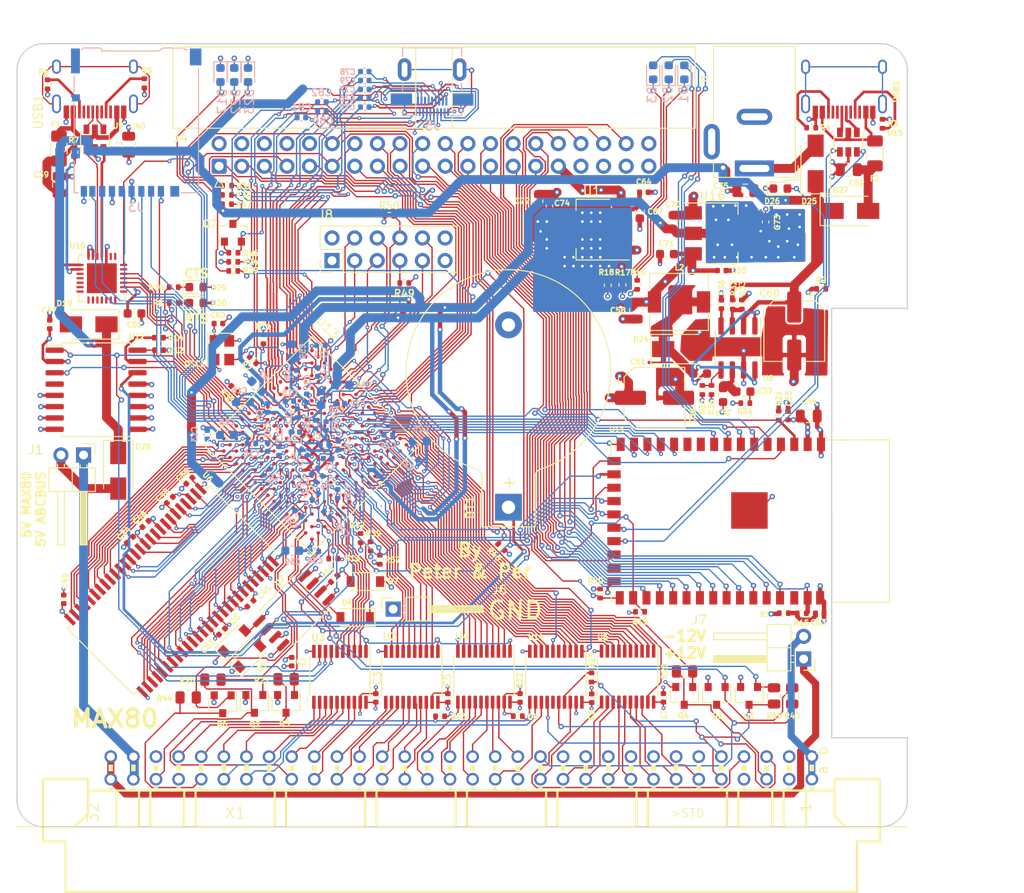
<source format=kicad_pcb>
(kicad_pcb (version 20171130) (host pcbnew 5.1.10-88a1d61d58~89~ubuntu20.04.1)

  (general
    (thickness 1.6)
    (drawings 21)
    (tracks 5551)
    (zones 0)
    (modules 189)
    (nets 273)
  )

  (page A4)
  (title_block
    (title MAX80)
    (date 2021-01-31)
    (rev 0.01)
    (company "No name")
  )

  (layers
    (0 F.Cu signal)
    (1 In1.Cu power)
    (2 In2.Cu signal)
    (31 B.Cu signal)
    (32 B.Adhes user)
    (33 F.Adhes user)
    (34 B.Paste user)
    (35 F.Paste user)
    (36 B.SilkS user)
    (37 F.SilkS user)
    (38 B.Mask user)
    (39 F.Mask user)
    (40 Dwgs.User user)
    (41 Cmts.User user)
    (42 Eco1.User user)
    (43 Eco2.User user)
    (44 Edge.Cuts user)
    (45 Margin user)
    (46 B.CrtYd user)
    (47 F.CrtYd user)
    (48 B.Fab user hide)
    (49 F.Fab user hide)
  )

  (setup
    (last_trace_width 0.15)
    (user_trace_width 0.15)
    (user_trace_width 0.3)
    (user_trace_width 0.5)
    (trace_clearance 0.15)
    (zone_clearance 0.15)
    (zone_45_only no)
    (trace_min 0.15)
    (via_size 0.6)
    (via_drill 0.3)
    (via_min_size 0.45)
    (via_min_drill 0.2)
    (user_via 0.45 0.2)
    (uvia_size 0.3)
    (uvia_drill 0.1)
    (uvias_allowed yes)
    (uvia_min_size 0.2)
    (uvia_min_drill 0.1)
    (edge_width 0.15)
    (segment_width 0.3)
    (pcb_text_width 0.3)
    (pcb_text_size 1.5 1.5)
    (mod_edge_width 0.15)
    (mod_text_size 1 1)
    (mod_text_width 0.15)
    (pad_size 0.46 0.4)
    (pad_drill 0)
    (pad_to_mask_clearance 0)
    (aux_axis_origin 0 0)
    (visible_elements FFFFFF7F)
    (pcbplotparams
      (layerselection 0x010fc_ffffffff)
      (usegerberextensions false)
      (usegerberattributes true)
      (usegerberadvancedattributes true)
      (creategerberjobfile true)
      (excludeedgelayer true)
      (linewidth 0.100000)
      (plotframeref false)
      (viasonmask false)
      (mode 1)
      (useauxorigin false)
      (hpglpennumber 1)
      (hpglpenspeed 20)
      (hpglpendiameter 15.000000)
      (psnegative false)
      (psa4output false)
      (plotreference true)
      (plotvalue true)
      (plotinvisibletext false)
      (padsonsilk false)
      (subtractmaskfromsilk false)
      (outputformat 1)
      (mirror false)
      (drillshape 0)
      (scaleselection 1)
      (outputdirectory "max80_gerber"))
  )

  (net 0 "")
  (net 1 GND)
  (net 2 +5V)
  (net 3 "Net-(R5-Pad2)")
  (net 4 "Net-(R6-Pad2)")
  (net 5 "Net-(R7-Pad1)")
  (net 6 "Net-(U10-Pad5)")
  (net 7 "Net-(U10-Pad4)")
  (net 8 "Net-(U9-Pad4)")
  (net 9 "Net-(U9-Pad6)")
  (net 10 "Net-(USB1-Pad13)")
  (net 11 "Net-(BT1-Pad1)")
  (net 12 /A4)
  (net 13 /A3)
  (net 14 /A2)
  (net 15 /A1)
  (net 16 /A0)
  (net 17 /IO0)
  (net 18 /IO3)
  (net 19 /IO4)
  (net 20 /IO5)
  (net 21 /IO6)
  (net 22 /IO7)
  (net 23 /A11)
  (net 24 /IO9)
  (net 25 /A8)
  (net 26 /A7)
  (net 27 /A6)
  (net 28 /A5)
  (net 29 /A9)
  (net 30 /A10)
  (net 31 /A12)
  (net 32 /IO8)
  (net 33 /IO10)
  (net 34 /IO11)
  (net 35 /IO12)
  (net 36 /IO13)
  (net 37 /IO14)
  (net 38 /IO15)
  (net 39 /abc80bus/D7)
  (net 40 /abc80bus/D6)
  (net 41 /abc80bus/D5)
  (net 42 /abc80bus/D4)
  (net 43 /abc80bus/D3)
  (net 44 /abc80bus/D2)
  (net 45 /abc80bus/D1)
  (net 46 /abc80bus/D0)
  (net 47 /abc80bus/A8)
  (net 48 /abc80bus/A9)
  (net 49 /abc80bus/A10)
  (net 50 /abc80bus/A11)
  (net 51 /abc80bus/A12)
  (net 52 /abc80bus/A13)
  (net 53 /abc80bus/A14)
  (net 54 /abc80bus/A15)
  (net 55 /abc80bus/A7)
  (net 56 /abc80bus/A6)
  (net 57 /abc80bus/A5)
  (net 58 /abc80bus/A4)
  (net 59 /abc80bus/A3)
  (net 60 /abc80bus/A2)
  (net 61 /abc80bus/A1)
  (net 62 /abc80bus/A0)
  (net 63 /IO1)
  (net 64 /IO2)
  (net 65 /32KHZ)
  (net 66 /RTC_INT)
  (net 67 /abc80bus/ABC5V)
  (net 68 /SD_DAT1)
  (net 69 /SD_DAT3)
  (net 70 /SD_CMD)
  (net 71 /SD_CLK)
  (net 72 /SD_DAT0)
  (net 73 FPGA_TDI)
  (net 74 FPGA_TMS)
  (net 75 FPGA_TDO)
  (net 76 FPGA_TCK)
  (net 77 ABC_CLK_5)
  (net 78 /FPGA_SCL)
  (net 79 /FPGA_SDA)
  (net 80 FPGA_SPI_CLK)
  (net 81 FGPA_SPI_CS_ESP32)
  (net 82 INT_ESP32)
  (net 83 "Net-(C53-Pad1)")
  (net 84 "Net-(F2-Pad2)")
  (net 85 ESP32_TDO)
  (net 86 ESP32_TCK)
  (net 87 ESP32_TMS)
  (net 88 ESP32_IO0)
  (net 89 ESP32_RXD)
  (net 90 ESP32_TXD)
  (net 91 ESP32_EN)
  (net 92 "Net-(R3-Pad2)")
  (net 93 "Net-(R4-Pad2)")
  (net 94 /ESP32/USB_D-)
  (net 95 /ESP32/USB_D+)
  (net 96 ESP32_TDI)
  (net 97 "Net-(U15-Pad6)")
  (net 98 "Net-(U15-Pad4)")
  (net 99 "Net-(USB2-Pad13)")
  (net 100 "Net-(D1-Pad2)")
  (net 101 "Net-(D1-Pad1)")
  (net 102 "Net-(D2-Pad2)")
  (net 103 "Net-(D2-Pad1)")
  (net 104 "Net-(D3-Pad2)")
  (net 105 "Net-(D3-Pad1)")
  (net 106 ESP32_SCL)
  (net 107 ESP32_SDA)
  (net 108 ESP32_CS2)
  (net 109 ESP32_CS0)
  (net 110 ESP32_MISO)
  (net 111 ESP32_SCK)
  (net 112 ESP32_MOSI)
  (net 113 ESP32_CS1)
  (net 114 /FPGA_USB_TXD)
  (net 115 /FPGA_USB_RXD)
  (net 116 /abc80bus/~CS)
  (net 117 /abc80bus/~C4)
  (net 118 /abc80bus/~C3)
  (net 119 /abc80bus/~C2)
  (net 120 /abc80bus/~C1)
  (net 121 /abc80bus/~OUT)
  (net 122 /abc80bus/~RST)
  (net 123 /abc80bus/~XMEMFL)
  (net 124 /abc80bus/~INP)
  (net 125 /abc80bus/~STATUS)
  (net 126 /abc80bus/~XINPSTB)
  (net 127 /abc80bus/~XOUTSTB)
  (net 128 AD0)
  (net 129 AD1)
  (net 130 AD2)
  (net 131 AD3)
  (net 132 AD4)
  (net 133 AD5)
  (net 134 AD6)
  (net 135 AD7)
  (net 136 /abc80bus/~RESIN)
  (net 137 /FPGA_LED1)
  (net 138 /FPGA_LED2)
  (net 139 /FPGA_LED3)
  (net 140 "Net-(D17-Pad2)")
  (net 141 "Net-(D22-Pad2)")
  (net 142 "Net-(D23-Pad2)")
  (net 143 FPGA_GPIO3)
  (net 144 FPGA_GPIO2)
  (net 145 FPGA_GPIO1)
  (net 146 FPGA_GPIO0)
  (net 147 FPGA_GPIO5)
  (net 148 FPGA_GPIO4)
  (net 149 "Net-(C36-Pad1)")
  (net 150 "Net-(C37-Pad2)")
  (net 151 "Net-(C37-Pad1)")
  (net 152 "Net-(C38-Pad2)")
  (net 153 "Net-(R32-Pad2)")
  (net 154 "Net-(R35-Pad2)")
  (net 155 "Net-(C38-Pad1)")
  (net 156 /abc80bus/READY)
  (net 157 /abc80bus/~NMI)
  (net 158 ~FPGA_READY)
  (net 159 FPGA_NMI)
  (net 160 "Net-(D26-Pad2)")
  (net 161 FPGA_RESIN)
  (net 162 /DQMH)
  (net 163 /CLK)
  (net 164 /CKE)
  (net 165 /BA1)
  (net 166 /BA0)
  (net 167 /DQML)
  (net 168 "Net-(D28-Pad2)")
  (net 169 "Net-(D25-Pad2)")
  (net 170 "Net-(F1-Pad2)")
  (net 171 /FPGA_USB_RTS)
  (net 172 /FPGA_USB_CTS)
  (net 173 "Net-(C39-Pad1)")
  (net 174 "Net-(C52-Pad1)")
  (net 175 /WE#)
  (net 176 /CAS#)
  (net 177 /RAS#)
  (net 178 /CS#)
  (net 179 "Net-(D29-Pad1)")
  (net 180 "Net-(D30-Pad1)")
  (net 181 +3V3)
  (net 182 +2V5)
  (net 183 +1V2)
  (net 184 "Net-(R13-Pad1)")
  (net 185 "Net-(R37-Pad2)")
  (net 186 "Net-(R38-Pad2)")
  (net 187 "Net-(R41-Pad2)")
  (net 188 DATA0)
  (net 189 ~CS_ABC_3V3)
  (net 190 ~OUT_ABC_3V3)
  (net 191 AD8)
  (net 192 ~C1_ABC_3V3)
  (net 193 AD9)
  (net 194 ~C2_ABC_3V3)
  (net 195 AD10)
  (net 196 ~C3_ABC_3V3)
  (net 197 ~C4_ABC_3V3)
  (net 198 AD11)
  (net 199 AD12)
  (net 200 AD13)
  (net 201 AD14)
  (net 202 AD15)
  (net 203 DLCK)
  (net 204 ASD0)
  (net 205 nCE0)
  (net 206 ~INP_ABC_3V3)
  (net 207 ~STATUS_ABC_3V3)
  (net 208 DD0)
  (net 209 DD1)
  (net 210 DD2)
  (net 211 DD3)
  (net 212 DD4)
  (net 213 DD5)
  (net 214 DD6)
  (net 215 DD7)
  (net 216 DD8)
  (net 217 ~XOUTSTB_ABC_3V3)
  (net 218 ~RST_ABC_3V3)
  (net 219 ~XMEMFL_ABC_3V3)
  (net 220 ~XINPSTB_ABC_3V3)
  (net 221 ABC_CLK_3V3)
  (net 222 DD9)
  (net 223 FPGA_SPI_MOSI)
  (net 224 FPGA_SPI_MISO)
  (net 225 /SD_DAT2)
  (net 226 CLK0n)
  (net 227 "Net-(J5-PadSH)")
  (net 228 HDMI_CK-)
  (net 229 HDMI_D0+)
  (net 230 HDMI_D1-)
  (net 231 HDMI_D2+)
  (net 232 HDMI_CK+)
  (net 233 HDMI_D0-)
  (net 234 HDMI_D1+)
  (net 235 HDMI_D2-)
  (net 236 HDMI_SDA)
  (net 237 HDMI_HPD)
  (net 238 HDMI_SCL)
  (net 239 FPGA_JTAGEN)
  (net 240 FLASH_CS#)
  (net 241 /abc80bus/~INT)
  (net 242 /abc80bus/~XMEMW800)
  (net 243 /abc80bus/~XMEMW80)
  (net 244 INT_ABC_3V3)
  (net 245 INT800_ABC_3V3)
  (net 246 ~XMEMW80_ABC_3V3)
  (net 247 ~XMEMW800_ABC_3V3)
  (net 248 /abc80bus/~XM)
  (net 249 XM_ABC_3V3)
  (net 250 "Net-(R25-Pad2)")
  (net 251 AD16)
  (net 252 DD10)
  (net 253 /abc80bus/ABC_-12V)
  (net 254 /abc80bus/ABC_12V)
  (net 255 /FPGA_USB_DTR)
  (net 256 "Net-(C75-Pad1)")
  (net 257 "Net-(C76-Pad1)")
  (net 258 "Net-(C77-Pad1)")
  (net 259 "Net-(C78-Pad1)")
  (net 260 "Net-(C79-Pad1)")
  (net 261 "Net-(C80-Pad1)")
  (net 262 "Net-(C81-Pad1)")
  (net 263 "Net-(C82-Pad1)")
  (net 264 "Net-(J5-Pad19)")
  (net 265 EXT_HG)
  (net 266 EXT_HB)
  (net 267 EXT_HE)
  (net 268 EXT_HC)
  (net 269 EXT_HA)
  (net 270 EXT_HF)
  (net 271 EXT_HH)
  (net 272 EXT_HD)

  (net_class Default "This is the default net class."
    (clearance 0.15)
    (trace_width 0.15)
    (via_dia 0.6)
    (via_drill 0.3)
    (uvia_dia 0.3)
    (uvia_drill 0.1)
    (add_net +1V2)
    (add_net +2V5)
    (add_net +3V3)
    (add_net +5V)
    (add_net /32KHZ)
    (add_net /A0)
    (add_net /A1)
    (add_net /A10)
    (add_net /A11)
    (add_net /A12)
    (add_net /A2)
    (add_net /A3)
    (add_net /A4)
    (add_net /A5)
    (add_net /A6)
    (add_net /A7)
    (add_net /A8)
    (add_net /A9)
    (add_net /BA0)
    (add_net /BA1)
    (add_net /CAS#)
    (add_net /CKE)
    (add_net /CLK)
    (add_net /CS#)
    (add_net /DQMH)
    (add_net /DQML)
    (add_net /ESP32/USB_D+)
    (add_net /ESP32/USB_D-)
    (add_net /FPGA_LED1)
    (add_net /FPGA_LED2)
    (add_net /FPGA_LED3)
    (add_net /FPGA_SCL)
    (add_net /FPGA_SDA)
    (add_net /FPGA_USB_CTS)
    (add_net /FPGA_USB_DTR)
    (add_net /FPGA_USB_RTS)
    (add_net /FPGA_USB_RXD)
    (add_net /FPGA_USB_TXD)
    (add_net /IO0)
    (add_net /IO1)
    (add_net /IO10)
    (add_net /IO11)
    (add_net /IO12)
    (add_net /IO13)
    (add_net /IO14)
    (add_net /IO15)
    (add_net /IO2)
    (add_net /IO3)
    (add_net /IO4)
    (add_net /IO5)
    (add_net /IO6)
    (add_net /IO7)
    (add_net /IO8)
    (add_net /IO9)
    (add_net /RAS#)
    (add_net /RTC_INT)
    (add_net /SD_CLK)
    (add_net /SD_CMD)
    (add_net /SD_DAT0)
    (add_net /SD_DAT1)
    (add_net /SD_DAT2)
    (add_net /SD_DAT3)
    (add_net /WE#)
    (add_net /abc80bus/A0)
    (add_net /abc80bus/A1)
    (add_net /abc80bus/A10)
    (add_net /abc80bus/A11)
    (add_net /abc80bus/A12)
    (add_net /abc80bus/A13)
    (add_net /abc80bus/A14)
    (add_net /abc80bus/A15)
    (add_net /abc80bus/A2)
    (add_net /abc80bus/A3)
    (add_net /abc80bus/A4)
    (add_net /abc80bus/A5)
    (add_net /abc80bus/A6)
    (add_net /abc80bus/A7)
    (add_net /abc80bus/A8)
    (add_net /abc80bus/A9)
    (add_net /abc80bus/ABC5V)
    (add_net /abc80bus/ABC_-12V)
    (add_net /abc80bus/ABC_12V)
    (add_net /abc80bus/D0)
    (add_net /abc80bus/D1)
    (add_net /abc80bus/D2)
    (add_net /abc80bus/D3)
    (add_net /abc80bus/D4)
    (add_net /abc80bus/D5)
    (add_net /abc80bus/D6)
    (add_net /abc80bus/D7)
    (add_net /abc80bus/READY)
    (add_net /abc80bus/~C1)
    (add_net /abc80bus/~C2)
    (add_net /abc80bus/~C3)
    (add_net /abc80bus/~C4)
    (add_net /abc80bus/~CS)
    (add_net /abc80bus/~INP)
    (add_net /abc80bus/~INT)
    (add_net /abc80bus/~NMI)
    (add_net /abc80bus/~OUT)
    (add_net /abc80bus/~RESIN)
    (add_net /abc80bus/~RST)
    (add_net /abc80bus/~STATUS)
    (add_net /abc80bus/~XINPSTB)
    (add_net /abc80bus/~XM)
    (add_net /abc80bus/~XMEMFL)
    (add_net /abc80bus/~XMEMW80)
    (add_net /abc80bus/~XMEMW800)
    (add_net /abc80bus/~XOUTSTB)
    (add_net ABC_CLK_3V3)
    (add_net ABC_CLK_5)
    (add_net AD0)
    (add_net AD1)
    (add_net AD10)
    (add_net AD11)
    (add_net AD12)
    (add_net AD13)
    (add_net AD14)
    (add_net AD15)
    (add_net AD16)
    (add_net AD2)
    (add_net AD3)
    (add_net AD4)
    (add_net AD5)
    (add_net AD6)
    (add_net AD7)
    (add_net AD8)
    (add_net AD9)
    (add_net ASD0)
    (add_net CLK0n)
    (add_net DATA0)
    (add_net DD0)
    (add_net DD1)
    (add_net DD10)
    (add_net DD2)
    (add_net DD3)
    (add_net DD4)
    (add_net DD5)
    (add_net DD6)
    (add_net DD7)
    (add_net DD8)
    (add_net DD9)
    (add_net DLCK)
    (add_net ESP32_CS0)
    (add_net ESP32_CS1)
    (add_net ESP32_CS2)
    (add_net ESP32_EN)
    (add_net ESP32_IO0)
    (add_net ESP32_MISO)
    (add_net ESP32_MOSI)
    (add_net ESP32_RXD)
    (add_net ESP32_SCK)
    (add_net ESP32_SCL)
    (add_net ESP32_SDA)
    (add_net ESP32_TCK)
    (add_net ESP32_TDI)
    (add_net ESP32_TDO)
    (add_net ESP32_TMS)
    (add_net ESP32_TXD)
    (add_net EXT_HA)
    (add_net EXT_HB)
    (add_net EXT_HC)
    (add_net EXT_HD)
    (add_net EXT_HE)
    (add_net EXT_HF)
    (add_net EXT_HG)
    (add_net EXT_HH)
    (add_net FGPA_SPI_CS_ESP32)
    (add_net FLASH_CS#)
    (add_net FPGA_GPIO0)
    (add_net FPGA_GPIO1)
    (add_net FPGA_GPIO2)
    (add_net FPGA_GPIO3)
    (add_net FPGA_GPIO4)
    (add_net FPGA_GPIO5)
    (add_net FPGA_JTAGEN)
    (add_net FPGA_NMI)
    (add_net FPGA_RESIN)
    (add_net FPGA_SPI_CLK)
    (add_net FPGA_SPI_MISO)
    (add_net FPGA_SPI_MOSI)
    (add_net FPGA_TCK)
    (add_net FPGA_TDI)
    (add_net FPGA_TDO)
    (add_net FPGA_TMS)
    (add_net GND)
    (add_net HDMI_CK+)
    (add_net HDMI_CK-)
    (add_net HDMI_D0+)
    (add_net HDMI_D0-)
    (add_net HDMI_D1+)
    (add_net HDMI_D1-)
    (add_net HDMI_D2+)
    (add_net HDMI_D2-)
    (add_net HDMI_HPD)
    (add_net HDMI_SCL)
    (add_net HDMI_SDA)
    (add_net INT800_ABC_3V3)
    (add_net INT_ABC_3V3)
    (add_net INT_ESP32)
    (add_net "Net-(BT1-Pad1)")
    (add_net "Net-(C36-Pad1)")
    (add_net "Net-(C37-Pad1)")
    (add_net "Net-(C37-Pad2)")
    (add_net "Net-(C38-Pad1)")
    (add_net "Net-(C38-Pad2)")
    (add_net "Net-(C39-Pad1)")
    (add_net "Net-(C52-Pad1)")
    (add_net "Net-(C53-Pad1)")
    (add_net "Net-(C75-Pad1)")
    (add_net "Net-(C76-Pad1)")
    (add_net "Net-(C77-Pad1)")
    (add_net "Net-(C78-Pad1)")
    (add_net "Net-(C79-Pad1)")
    (add_net "Net-(C80-Pad1)")
    (add_net "Net-(C81-Pad1)")
    (add_net "Net-(C82-Pad1)")
    (add_net "Net-(D1-Pad1)")
    (add_net "Net-(D1-Pad2)")
    (add_net "Net-(D17-Pad2)")
    (add_net "Net-(D2-Pad1)")
    (add_net "Net-(D2-Pad2)")
    (add_net "Net-(D22-Pad2)")
    (add_net "Net-(D23-Pad2)")
    (add_net "Net-(D25-Pad2)")
    (add_net "Net-(D26-Pad2)")
    (add_net "Net-(D28-Pad2)")
    (add_net "Net-(D29-Pad1)")
    (add_net "Net-(D3-Pad1)")
    (add_net "Net-(D3-Pad2)")
    (add_net "Net-(D30-Pad1)")
    (add_net "Net-(F1-Pad2)")
    (add_net "Net-(F2-Pad2)")
    (add_net "Net-(J5-Pad19)")
    (add_net "Net-(J5-PadSH)")
    (add_net "Net-(R13-Pad1)")
    (add_net "Net-(R25-Pad2)")
    (add_net "Net-(R3-Pad2)")
    (add_net "Net-(R32-Pad2)")
    (add_net "Net-(R35-Pad2)")
    (add_net "Net-(R37-Pad2)")
    (add_net "Net-(R38-Pad2)")
    (add_net "Net-(R4-Pad2)")
    (add_net "Net-(R41-Pad2)")
    (add_net "Net-(R5-Pad2)")
    (add_net "Net-(R6-Pad2)")
    (add_net "Net-(R7-Pad1)")
    (add_net "Net-(U10-Pad4)")
    (add_net "Net-(U10-Pad5)")
    (add_net "Net-(U15-Pad4)")
    (add_net "Net-(U15-Pad6)")
    (add_net "Net-(U9-Pad4)")
    (add_net "Net-(U9-Pad6)")
    (add_net "Net-(USB1-Pad13)")
    (add_net "Net-(USB2-Pad13)")
    (add_net XM_ABC_3V3)
    (add_net nCE0)
    (add_net ~C1_ABC_3V3)
    (add_net ~C2_ABC_3V3)
    (add_net ~C3_ABC_3V3)
    (add_net ~C4_ABC_3V3)
    (add_net ~CS_ABC_3V3)
    (add_net ~FPGA_READY)
    (add_net ~INP_ABC_3V3)
    (add_net ~OUT_ABC_3V3)
    (add_net ~RST_ABC_3V3)
    (add_net ~STATUS_ABC_3V3)
    (add_net ~XINPSTB_ABC_3V3)
    (add_net ~XMEMFL_ABC_3V3)
    (add_net ~XMEMW800_ABC_3V3)
    (add_net ~XMEMW80_ABC_3V3)
    (add_net ~XOUTSTB_ABC_3V3)
  )

  (module Capacitor_SMD:C_0402_1005Metric (layer F.Cu) (tedit 5F68FEEE) (tstamp 60E92610)
    (at 127.59 71.92)
    (descr "Capacitor SMD 0402 (1005 Metric), square (rectangular) end terminal, IPC_7351 nominal, (Body size source: IPC-SM-782 page 76, https://www.pcb-3d.com/wordpress/wp-content/uploads/ipc-sm-782a_amendment_1_and_2.pdf), generated with kicad-footprint-generator")
    (tags capacitor)
    (path /60FC8574)
    (attr smd)
    (fp_text reference C83 (at -0.04 -0.96) (layer F.SilkS)
      (effects (font (size 0.6 0.6) (thickness 0.15)))
    )
    (fp_text value 100nF (at 0 1.16) (layer F.Fab)
      (effects (font (size 1 1) (thickness 0.15)))
    )
    (fp_line (start -0.5 0.25) (end -0.5 -0.25) (layer F.Fab) (width 0.1))
    (fp_line (start -0.5 -0.25) (end 0.5 -0.25) (layer F.Fab) (width 0.1))
    (fp_line (start 0.5 -0.25) (end 0.5 0.25) (layer F.Fab) (width 0.1))
    (fp_line (start 0.5 0.25) (end -0.5 0.25) (layer F.Fab) (width 0.1))
    (fp_line (start -0.107836 -0.36) (end 0.107836 -0.36) (layer F.SilkS) (width 0.12))
    (fp_line (start -0.107836 0.36) (end 0.107836 0.36) (layer F.SilkS) (width 0.12))
    (fp_line (start -0.91 0.46) (end -0.91 -0.46) (layer F.CrtYd) (width 0.05))
    (fp_line (start -0.91 -0.46) (end 0.91 -0.46) (layer F.CrtYd) (width 0.05))
    (fp_line (start 0.91 -0.46) (end 0.91 0.46) (layer F.CrtYd) (width 0.05))
    (fp_line (start 0.91 0.46) (end -0.91 0.46) (layer F.CrtYd) (width 0.05))
    (fp_text user %R (at 0 0) (layer F.Fab)
      (effects (font (size 0.25 0.25) (thickness 0.04)))
    )
    (pad 2 smd roundrect (at 0.48 0) (size 0.56 0.62) (layers F.Cu F.Paste F.Mask) (roundrect_rratio 0.25)
      (net 1 GND))
    (pad 1 smd roundrect (at -0.48 0) (size 0.56 0.62) (layers F.Cu F.Paste F.Mask) (roundrect_rratio 0.25)
      (net 181 +3V3))
    (model ${KISYS3DMOD}/Capacitor_SMD.3dshapes/C_0402_1005Metric.wrl
      (at (xyz 0 0 0))
      (scale (xyz 1 1 1))
      (rotate (xyz 0 0 0))
    )
  )

  (module max80:HDMI_Micro-D_Molex_46765-2x0x (layer B.Cu) (tedit 60E537AB) (tstamp 6045DC76)
    (at 151.595 43.39)
    (descr "HDMI, Micro, Type D, THT/SMD hybrid, 0.4mm pitch, 19 ckt, right angle (http://www.molex.com/pdm_docs/sd/467651301_sd.pdf)")
    (tags "hdmi micro type d right angle tht smd hybrid ")
    (path /650A9AE9/650AF4F4)
    (attr smd)
    (fp_text reference J5 (at 0 6.3) (layer B.SilkS)
      (effects (font (size 1 1) (thickness 0.15)) (justify mirror))
    )
    (fp_text value HDMI_C_1.3 (at 0 -3.6) (layer B.Fab)
      (effects (font (size 1 1) (thickness 0.15)) (justify mirror))
    )
    (fp_line (start -3.25 5.1) (end 1.3 5.1) (layer B.Fab) (width 0.1))
    (fp_line (start 2.15 5.16) (end 2.15 5.36) (layer B.SilkS) (width 0.12))
    (fp_line (start -3.25 -2.4) (end -3.25 2.77) (layer B.Fab) (width 0.1))
    (fp_line (start 3.25 2.77) (end 3.25 -2.4) (layer B.Fab) (width 0.1))
    (fp_line (start -2.35 -1.7) (end 1.99 2.64) (layer Dwgs.User) (width 0.1))
    (fp_line (start -1.35 -1.7) (end 2.35 2) (layer Dwgs.User) (width 0.1))
    (fp_line (start -0.35 -1.7) (end 2.35 1) (layer Dwgs.User) (width 0.1))
    (fp_line (start -2.35 1.3) (end -1.01 2.64) (layer Dwgs.User) (width 0.1))
    (fp_line (start -2.35 0.3) (end -0.01 2.64) (layer Dwgs.User) (width 0.1))
    (fp_line (start -2.35 -0.7) (end 0.99 2.64) (layer Dwgs.User) (width 0.1))
    (fp_line (start 0.65 -1.7) (end 2.35 0) (layer Dwgs.User) (width 0.1))
    (fp_line (start 1.65 -1.7) (end 2.35 -1) (layer Dwgs.User) (width 0.1))
    (fp_line (start 2.15 5.16) (end 3.31 5.16) (layer B.SilkS) (width 0.12))
    (fp_line (start 2.3 5.1) (end 3.25 5.1) (layer B.Fab) (width 0.1))
    (fp_line (start 3.25 5.1) (end 3.25 3.95) (layer B.Fab) (width 0.1))
    (fp_line (start 3.25 -2.4) (end -3.25 -2.4) (layer B.Fab) (width 0.1))
    (fp_line (start -3.25 3.95) (end -3.25 5.1) (layer B.Fab) (width 0.1))
    (fp_line (start -3.31 -2.46) (end -3.31 -1.5) (layer B.SilkS) (width 0.12))
    (fp_line (start -3.31 1.5) (end -3.31 2.4) (layer B.SilkS) (width 0.12))
    (fp_line (start -3.31 4.35) (end -3.31 5.16) (layer B.SilkS) (width 0.12))
    (fp_line (start -3.31 5.16) (end -2.15 5.16) (layer B.SilkS) (width 0.12))
    (fp_line (start 3.31 5.16) (end 3.31 4.35) (layer B.SilkS) (width 0.12))
    (fp_line (start 3.31 2.4) (end 3.31 1.5) (layer B.SilkS) (width 0.15))
    (fp_line (start 3.31 -1.5) (end 3.31 -2.46) (layer B.SilkS) (width 0.12))
    (fp_line (start -5 5.7) (end -5 -2.9) (layer B.CrtYd) (width 0.05))
    (fp_line (start -5 -2.9) (end 5 -2.9) (layer B.CrtYd) (width 0.05))
    (fp_line (start 5 -2.9) (end 5 5.7) (layer B.CrtYd) (width 0.05))
    (fp_line (start 5 5.7) (end -5 5.7) (layer B.CrtYd) (width 0.05))
    (fp_line (start -3 -1.7) (end 3 -1.7) (layer Dwgs.User) (width 0.1))
    (fp_line (start -2.35 -1.7) (end -2.35 2.64) (layer Dwgs.User) (width 0.1))
    (fp_line (start -2.35 2.64) (end 2.35 2.64) (layer Dwgs.User) (width 0.1))
    (fp_line (start 2.35 2.64) (end 2.35 -1.7) (layer Dwgs.User) (width 0.1))
    (fp_line (start 2.35 -1.7) (end -2.35 -1.7) (layer Dwgs.User) (width 0.1))
    (fp_line (start -3.31 -2.46) (end 3.31 -2.46) (layer B.SilkS) (width 0.12))
    (fp_line (start 3.25 3.95) (end 4.45 3.95) (layer B.Fab) (width 0.1))
    (fp_line (start 4.45 3.95) (end 4.45 2.77) (layer B.Fab) (width 0.1))
    (fp_line (start 4.45 2.77) (end 3.25 2.77) (layer B.Fab) (width 0.1))
    (fp_line (start -3.25 2.77) (end -4.45 2.77) (layer B.Fab) (width 0.1))
    (fp_line (start -4.45 2.77) (end -4.45 3.95) (layer B.Fab) (width 0.1))
    (fp_line (start -4.45 3.95) (end -3.25 3.95) (layer B.Fab) (width 0.1))
    (fp_line (start 1.8 4.6) (end 2.3 5.1) (layer B.Fab) (width 0.1))
    (fp_line (start 1.8 4.6) (end 1.3 5.1) (layer B.Fab) (width 0.1))
    (fp_text user %R (at 0 3.3) (layer B.Fab)
      (effects (font (size 1 1) (thickness 0.15)) (justify mirror))
    )
    (fp_text user KEEPOUT (at 0 0.47) (layer Cmts.User)
      (effects (font (size 0.7 0.7) (thickness 0.1)))
    )
    (pad 18 smd rect (at -1.6 3.55) (size 0.23 1) (layers B.Cu B.Paste B.Mask)
      (net 2 +5V))
    (pad 16 smd rect (at -1.2 3.55) (size 0.23 1) (layers B.Cu B.Paste B.Mask)
      (net 236 HDMI_SDA))
    (pad 14 smd rect (at -0.8 3.55) (size 0.23 1) (layers B.Cu B.Paste B.Mask))
    (pad 12 smd rect (at -0.4 3.55) (size 0.23 1) (layers B.Cu B.Paste B.Mask)
      (net 263 "Net-(C82-Pad1)"))
    (pad 10 smd rect (at 0 3.55) (size 0.23 1) (layers B.Cu B.Paste B.Mask))
    (pad 8 smd rect (at 0.4 3.55) (size 0.23 1) (layers B.Cu B.Paste B.Mask)
      (net 260 "Net-(C79-Pad1)"))
    (pad 6 smd rect (at 0.8 3.55) (size 0.23 1) (layers B.Cu B.Paste B.Mask)
      (net 259 "Net-(C78-Pad1)"))
    (pad 4 smd rect (at 1.2 3.55) (size 0.23 1) (layers B.Cu B.Paste B.Mask)
      (net 1 GND))
    (pad 2 smd rect (at 1.6 3.55) (size 0.23 1) (layers B.Cu B.Paste B.Mask)
      (net 256 "Net-(C75-Pad1)"))
    (pad 19 smd rect (at -1.8 4.775) (size 0.23 0.85) (layers B.Cu B.Paste B.Mask)
      (net 264 "Net-(J5-Pad19)"))
    (pad 17 smd rect (at -1.4 4.775) (size 0.23 0.85) (layers B.Cu B.Paste B.Mask))
    (pad 15 smd rect (at -1 4.775) (size 0.23 0.85) (layers B.Cu B.Paste B.Mask)
      (net 238 HDMI_SCL))
    (pad 13 smd rect (at -0.6 4.775) (size 0.23 0.85) (layers B.Cu B.Paste B.Mask)
      (net 1 GND))
    (pad 11 smd rect (at -0.2 4.775) (size 0.23 0.85) (layers B.Cu B.Paste B.Mask)
      (net 262 "Net-(C81-Pad1)"))
    (pad 9 smd rect (at 0.2 4.775) (size 0.23 0.85) (layers B.Cu B.Paste B.Mask)
      (net 261 "Net-(C80-Pad1)"))
    (pad 7 smd rect (at 0.6 4.775) (size 0.23 0.85) (layers B.Cu B.Paste B.Mask)
      (net 1 GND))
    (pad 5 smd rect (at 1 4.775) (size 0.23 0.85) (layers B.Cu B.Paste B.Mask)
      (net 258 "Net-(C77-Pad1)"))
    (pad 3 smd rect (at 1.4 4.775) (size 0.23 0.85) (layers B.Cu B.Paste B.Mask)
      (net 257 "Net-(C76-Pad1)"))
    (pad 1 smd rect (at 1.8 4.775) (size 0.23 0.85) (layers B.Cu B.Paste B.Mask)
      (net 1 GND))
    (pad SH smd rect (at 3.45 3.36) (size 2.4 1.38) (layers B.Cu B.Paste B.Mask)
      (net 227 "Net-(J5-PadSH)"))
    (pad SH smd rect (at -3.45 3.36) (size 2.4 1.38) (layers B.Cu B.Paste B.Mask)
      (net 227 "Net-(J5-PadSH)"))
    (pad SH thru_hole oval (at 3.1 0) (size 1.5 2.55) (drill oval 0.65 1.7) (layers *.Cu *.Mask)
      (net 227 "Net-(J5-PadSH)"))
    (pad SH thru_hole oval (at -3.1 0) (size 1.5 2.55) (drill oval 0.65 1.7) (layers *.Cu *.Mask)
      (net 227 "Net-(J5-PadSH)"))
    (model ${KISYS3DMOD}/Connector_HDMI.3dshapes/HDMI_Micro-D_Molex_46765-2x0x.wrl
      (at (xyz 0 0 0))
      (scale (xyz 1 1 1))
      (rotate (xyz 0 0 0))
    )
    (model /home/pm/local/dalsroit/kicad/3d/Micro_HDMI_Connector_Female.STEP
      (offset (xyz 0 -2.5 3))
      (scale (xyz 1 1 1))
      (rotate (xyz 90 180 180))
    )
  )

  (module Capacitor_SMD:CP_Elec_6.3x7.7 (layer F.Cu) (tedit 5BCA39D0) (tstamp 60206C2E)
    (at 176.57 80.27)
    (descr "SMD capacitor, aluminum electrolytic, Nichicon, 6.3x7.7mm")
    (tags "capacitor electrolytic")
    (path /6013A59C/602A7E22)
    (attr smd)
    (fp_text reference C61 (at -1.87 -4.08) (layer F.SilkS)
      (effects (font (size 0.6 0.6) (thickness 0.15)))
    )
    (fp_text value 220uF (at 0 4.35) (layer F.Fab)
      (effects (font (size 1 1) (thickness 0.15)))
    )
    (fp_circle (center 0 0) (end 3.15 0) (layer F.Fab) (width 0.1))
    (fp_line (start 3.3 -3.3) (end 3.3 3.3) (layer F.Fab) (width 0.1))
    (fp_line (start -2.3 -3.3) (end 3.3 -3.3) (layer F.Fab) (width 0.1))
    (fp_line (start -2.3 3.3) (end 3.3 3.3) (layer F.Fab) (width 0.1))
    (fp_line (start -3.3 -2.3) (end -3.3 2.3) (layer F.Fab) (width 0.1))
    (fp_line (start -3.3 -2.3) (end -2.3 -3.3) (layer F.Fab) (width 0.1))
    (fp_line (start -3.3 2.3) (end -2.3 3.3) (layer F.Fab) (width 0.1))
    (fp_line (start -2.704838 -1.33) (end -2.074838 -1.33) (layer F.Fab) (width 0.1))
    (fp_line (start -2.389838 -1.645) (end -2.389838 -1.015) (layer F.Fab) (width 0.1))
    (fp_line (start 3.41 3.41) (end 3.41 1.06) (layer F.SilkS) (width 0.12))
    (fp_line (start 3.41 -3.41) (end 3.41 -1.06) (layer F.SilkS) (width 0.12))
    (fp_line (start -2.345563 -3.41) (end 3.41 -3.41) (layer F.SilkS) (width 0.12))
    (fp_line (start -2.345563 3.41) (end 3.41 3.41) (layer F.SilkS) (width 0.12))
    (fp_line (start -3.41 2.345563) (end -3.41 1.06) (layer F.SilkS) (width 0.12))
    (fp_line (start -3.41 -2.345563) (end -3.41 -1.06) (layer F.SilkS) (width 0.12))
    (fp_line (start -3.41 -2.345563) (end -2.345563 -3.41) (layer F.SilkS) (width 0.12))
    (fp_line (start -3.41 2.345563) (end -2.345563 3.41) (layer F.SilkS) (width 0.12))
    (fp_line (start -4.4375 -1.8475) (end -3.65 -1.8475) (layer F.SilkS) (width 0.12))
    (fp_line (start -4.04375 -2.24125) (end -4.04375 -1.45375) (layer F.SilkS) (width 0.12))
    (fp_line (start 3.55 -3.55) (end 3.55 -1.05) (layer F.CrtYd) (width 0.05))
    (fp_line (start 3.55 -1.05) (end 4.7 -1.05) (layer F.CrtYd) (width 0.05))
    (fp_line (start 4.7 -1.05) (end 4.7 1.05) (layer F.CrtYd) (width 0.05))
    (fp_line (start 4.7 1.05) (end 3.55 1.05) (layer F.CrtYd) (width 0.05))
    (fp_line (start 3.55 1.05) (end 3.55 3.55) (layer F.CrtYd) (width 0.05))
    (fp_line (start -2.4 3.55) (end 3.55 3.55) (layer F.CrtYd) (width 0.05))
    (fp_line (start -2.4 -3.55) (end 3.55 -3.55) (layer F.CrtYd) (width 0.05))
    (fp_line (start -3.55 2.4) (end -2.4 3.55) (layer F.CrtYd) (width 0.05))
    (fp_line (start -3.55 -2.4) (end -2.4 -3.55) (layer F.CrtYd) (width 0.05))
    (fp_line (start -3.55 -2.4) (end -3.55 -1.05) (layer F.CrtYd) (width 0.05))
    (fp_line (start -3.55 1.05) (end -3.55 2.4) (layer F.CrtYd) (width 0.05))
    (fp_line (start -3.55 -1.05) (end -4.7 -1.05) (layer F.CrtYd) (width 0.05))
    (fp_line (start -4.7 -1.05) (end -4.7 1.05) (layer F.CrtYd) (width 0.05))
    (fp_line (start -4.7 1.05) (end -3.55 1.05) (layer F.CrtYd) (width 0.05))
    (fp_text user %R (at 0 0) (layer F.Fab)
      (effects (font (size 1 1) (thickness 0.15)))
    )
    (pad 2 smd roundrect (at 2.7 0) (size 3.5 1.6) (layers F.Cu F.Paste F.Mask) (roundrect_rratio 0.15625)
      (net 1 GND))
    (pad 1 smd roundrect (at -2.7 0) (size 3.5 1.6) (layers F.Cu F.Paste F.Mask) (roundrect_rratio 0.15625)
      (net 181 +3V3))
    (model ${KISYS3DMOD}/Capacitor_SMD.3dshapes/CP_Elec_6.3x7.7.wrl
      (at (xyz 0 0 0))
      (scale (xyz 1 1 1))
      (rotate (xyz 0 0 0))
    )
  )

  (module Capacitor_SMD:CP_Elec_6.3x7.7 (layer F.Cu) (tedit 5BCA39D0) (tstamp 601FE47A)
    (at 192.27 72.77 270)
    (descr "SMD capacitor, aluminum electrolytic, Nichicon, 6.3x7.7mm")
    (tags "capacitor electrolytic")
    (path /6013A59C/602A83A7)
    (attr smd)
    (fp_text reference C60 (at -4.26 2.77 180) (layer F.SilkS)
      (effects (font (size 0.8 0.8) (thickness 0.15)))
    )
    (fp_text value 220uF (at 0 4.35 90) (layer F.Fab)
      (effects (font (size 1 1) (thickness 0.15)))
    )
    (fp_circle (center 0 0) (end 3.15 0) (layer F.Fab) (width 0.1))
    (fp_line (start 3.3 -3.3) (end 3.3 3.3) (layer F.Fab) (width 0.1))
    (fp_line (start -2.3 -3.3) (end 3.3 -3.3) (layer F.Fab) (width 0.1))
    (fp_line (start -2.3 3.3) (end 3.3 3.3) (layer F.Fab) (width 0.1))
    (fp_line (start -3.3 -2.3) (end -3.3 2.3) (layer F.Fab) (width 0.1))
    (fp_line (start -3.3 -2.3) (end -2.3 -3.3) (layer F.Fab) (width 0.1))
    (fp_line (start -3.3 2.3) (end -2.3 3.3) (layer F.Fab) (width 0.1))
    (fp_line (start -2.704838 -1.33) (end -2.074838 -1.33) (layer F.Fab) (width 0.1))
    (fp_line (start -2.389838 -1.645) (end -2.389838 -1.015) (layer F.Fab) (width 0.1))
    (fp_line (start 3.41 3.41) (end 3.41 1.06) (layer F.SilkS) (width 0.12))
    (fp_line (start 3.41 -3.41) (end 3.41 -1.06) (layer F.SilkS) (width 0.12))
    (fp_line (start -2.345563 -3.41) (end 3.41 -3.41) (layer F.SilkS) (width 0.12))
    (fp_line (start -2.345563 3.41) (end 3.41 3.41) (layer F.SilkS) (width 0.12))
    (fp_line (start -3.41 2.345563) (end -3.41 1.06) (layer F.SilkS) (width 0.12))
    (fp_line (start -3.41 -2.345563) (end -3.41 -1.06) (layer F.SilkS) (width 0.12))
    (fp_line (start -3.41 -2.345563) (end -2.345563 -3.41) (layer F.SilkS) (width 0.12))
    (fp_line (start -3.41 2.345563) (end -2.345563 3.41) (layer F.SilkS) (width 0.12))
    (fp_line (start -4.4375 -1.8475) (end -3.65 -1.8475) (layer F.SilkS) (width 0.12))
    (fp_line (start -4.04375 -2.24125) (end -4.04375 -1.45375) (layer F.SilkS) (width 0.12))
    (fp_line (start 3.55 -3.55) (end 3.55 -1.05) (layer F.CrtYd) (width 0.05))
    (fp_line (start 3.55 -1.05) (end 4.7 -1.05) (layer F.CrtYd) (width 0.05))
    (fp_line (start 4.7 -1.05) (end 4.7 1.05) (layer F.CrtYd) (width 0.05))
    (fp_line (start 4.7 1.05) (end 3.55 1.05) (layer F.CrtYd) (width 0.05))
    (fp_line (start 3.55 1.05) (end 3.55 3.55) (layer F.CrtYd) (width 0.05))
    (fp_line (start -2.4 3.55) (end 3.55 3.55) (layer F.CrtYd) (width 0.05))
    (fp_line (start -2.4 -3.55) (end 3.55 -3.55) (layer F.CrtYd) (width 0.05))
    (fp_line (start -3.55 2.4) (end -2.4 3.55) (layer F.CrtYd) (width 0.05))
    (fp_line (start -3.55 -2.4) (end -2.4 -3.55) (layer F.CrtYd) (width 0.05))
    (fp_line (start -3.55 -2.4) (end -3.55 -1.05) (layer F.CrtYd) (width 0.05))
    (fp_line (start -3.55 1.05) (end -3.55 2.4) (layer F.CrtYd) (width 0.05))
    (fp_line (start -3.55 -1.05) (end -4.7 -1.05) (layer F.CrtYd) (width 0.05))
    (fp_line (start -4.7 -1.05) (end -4.7 1.05) (layer F.CrtYd) (width 0.05))
    (fp_line (start -4.7 1.05) (end -3.55 1.05) (layer F.CrtYd) (width 0.05))
    (fp_text user %R (at 0 0 90) (layer F.Fab)
      (effects (font (size 1 1) (thickness 0.15)))
    )
    (pad 2 smd roundrect (at 2.7 0 270) (size 3.5 1.6) (layers F.Cu F.Paste F.Mask) (roundrect_rratio 0.15625)
      (net 1 GND))
    (pad 1 smd roundrect (at -2.7 0 270) (size 3.5 1.6) (layers F.Cu F.Paste F.Mask) (roundrect_rratio 0.15625)
      (net 2 +5V))
    (model ${KISYS3DMOD}/Capacitor_SMD.3dshapes/CP_Elec_6.3x7.7.wrl
      (at (xyz 0 0 0))
      (scale (xyz 1 1 1))
      (rotate (xyz 0 0 0))
    )
  )

  (module Capacitor_SMD:C_0603_1608Metric (layer F.Cu) (tedit 5F68FEEE) (tstamp 601EC37F)
    (at 184.27 79.97 270)
    (descr "Capacitor SMD 0603 (1608 Metric), square (rectangular) end terminal, IPC_7351 nominal, (Body size source: IPC-SM-782 page 76, https://www.pcb-3d.com/wordpress/wp-content/uploads/ipc-sm-782a_amendment_1_and_2.pdf), generated with kicad-footprint-generator")
    (tags capacitor)
    (path /6013A59C/6026D80D)
    (attr smd)
    (fp_text reference C57 (at 2.02 -0.05 180) (layer F.SilkS)
      (effects (font (size 0.6 0.6) (thickness 0.15)))
    )
    (fp_text value 390pF (at 0 1.43 90) (layer F.Fab)
      (effects (font (size 1 1) (thickness 0.15)))
    )
    (fp_line (start -0.8 0.4) (end -0.8 -0.4) (layer F.Fab) (width 0.1))
    (fp_line (start -0.8 -0.4) (end 0.8 -0.4) (layer F.Fab) (width 0.1))
    (fp_line (start 0.8 -0.4) (end 0.8 0.4) (layer F.Fab) (width 0.1))
    (fp_line (start 0.8 0.4) (end -0.8 0.4) (layer F.Fab) (width 0.1))
    (fp_line (start -0.14058 -0.51) (end 0.14058 -0.51) (layer F.SilkS) (width 0.12))
    (fp_line (start -0.14058 0.51) (end 0.14058 0.51) (layer F.SilkS) (width 0.12))
    (fp_line (start -1.48 0.73) (end -1.48 -0.73) (layer F.CrtYd) (width 0.05))
    (fp_line (start -1.48 -0.73) (end 1.48 -0.73) (layer F.CrtYd) (width 0.05))
    (fp_line (start 1.48 -0.73) (end 1.48 0.73) (layer F.CrtYd) (width 0.05))
    (fp_line (start 1.48 0.73) (end -1.48 0.73) (layer F.CrtYd) (width 0.05))
    (fp_text user %R (at 0 0 90) (layer F.Fab)
      (effects (font (size 0.4 0.4) (thickness 0.06)))
    )
    (pad 2 smd roundrect (at 0.775 0 270) (size 0.9 0.95) (layers F.Cu F.Paste F.Mask) (roundrect_rratio 0.25)
      (net 1 GND))
    (pad 1 smd roundrect (at -0.775 0 270) (size 0.9 0.95) (layers F.Cu F.Paste F.Mask) (roundrect_rratio 0.25)
      (net 151 "Net-(C37-Pad1)"))
    (model ${KISYS3DMOD}/Capacitor_SMD.3dshapes/C_0603_1608Metric.wrl
      (at (xyz 0 0 0))
      (scale (xyz 1 1 1))
      (rotate (xyz 0 0 0))
    )
  )

  (module max80:BatteryHolder_Keystone_103_1x20mm (layer F.Cu) (tedit 601E5DE3) (tstamp 60EDBD25)
    (at 160.17 92.57 90)
    (descr http://www.keyelco.com/product-pdf.cfm?p=719)
    (tags "Keystone type 103 battery holder")
    (path /6023577B/6023A838)
    (fp_text reference BT1 (at 0 -4.3 90) (layer F.SilkS)
      (effects (font (size 1 1) (thickness 0.15)))
    )
    (fp_text value Battery_Cell (at 15 13 90) (layer F.Fab)
      (effects (font (size 1 1) (thickness 0.15)))
    )
    (fp_line (start -2.45 -3.25) (end 3.5 -3.25) (layer F.CrtYd) (width 0.05))
    (fp_line (start -2.45 3.25) (end 3.5 3.25) (layer F.CrtYd) (width 0.05))
    (fp_line (start -2.45 3.25) (end -2.45 -3.25) (layer F.CrtYd) (width 0.05))
    (fp_line (start -2.2 -3) (end 3.5 -3) (layer F.SilkS) (width 0.12))
    (fp_line (start -2.2 3) (end -2.2 -3) (layer F.SilkS) (width 0.12))
    (fp_line (start -2.2 3) (end 3.5 3) (layer F.SilkS) (width 0.12))
    (fp_line (start 23.5712 7.7216) (end 22.6568 6.8834) (layer F.Fab) (width 0.1))
    (fp_line (start 23.5712 -7.7216) (end 22.6314 -6.858) (layer F.Fab) (width 0.1))
    (fp_line (start 3.5306 -2.9) (end -1.7 -2.9) (layer F.Fab) (width 0.1))
    (fp_line (start -1.7 2.9) (end 3.5306 2.9) (layer F.Fab) (width 0.1))
    (fp_line (start -2.1 -2.5) (end -2.1 2.5) (layer F.Fab) (width 0.1))
    (fp_line (start 0 1.3) (end 16.2 1.3) (layer F.Fab) (width 0.1))
    (fp_line (start 16.2 -1.3) (end 0 -1.3) (layer F.Fab) (width 0.1))
    (fp_line (start 0 -1.3) (end 0 1.3) (layer F.Fab) (width 0.1))
    (fp_arc (start -1.7 -2.5) (end -2.1 -2.5) (angle 90) (layer F.Fab) (width 0.1))
    (fp_arc (start -1.7 2.5) (end -2.1 2.5) (angle -90) (layer F.Fab) (width 0.1))
    (fp_arc (start 16.2 0) (end 16.2 -1.3) (angle 180) (layer F.Fab) (width 0.1))
    (fp_arc (start 3.5 -3.8) (end 3.5 -2.9) (angle -70) (layer F.Fab) (width 0.1))
    (fp_arc (start 15.2 0) (end 5.2 -1.3) (angle 180) (layer F.Fab) (width 0.1))
    (fp_arc (start 15.2 0) (end 9 -1.3) (angle 170) (layer F.Fab) (width 0.1))
    (fp_arc (start 15.2 0) (end 13.3 -1.3) (angle 150) (layer F.Fab) (width 0.1))
    (fp_arc (start 15.2 0) (end 13.3 1.3) (angle -150) (layer F.Fab) (width 0.1))
    (fp_arc (start 15.2 0) (end 9 1.3) (angle -170) (layer F.Fab) (width 0.1))
    (fp_arc (start 15.2 0) (end 5.2 1.3) (angle -180) (layer F.Fab) (width 0.1))
    (fp_arc (start 15.2 0) (end 4.35 -3.5) (angle 162.5) (layer F.Fab) (width 0.1))
    (fp_arc (start 15.2 0) (end 4.35 3.5) (angle -162.5) (layer F.Fab) (width 0.1))
    (fp_arc (start 3.5 3.8) (end 3.5 2.9) (angle 70) (layer F.Fab) (width 0.1))
    (fp_arc (start 3.5 -3.8) (end 3.5 -3) (angle -70) (layer F.SilkS) (width 0.12))
    (fp_arc (start 15.2 0) (end 4.25 -3.5) (angle 162.5) (layer F.SilkS) (width 0.12))
    (fp_arc (start 3.5 3.8) (end 3.5 3) (angle 70) (layer F.SilkS) (width 0.12))
    (fp_arc (start 15.2 0) (end 4.25 3.5) (angle -162.5) (layer F.SilkS) (width 0.12))
    (fp_arc (start 3.5 -3.8) (end 3.5 -3.25) (angle -68.58703433) (layer F.CrtYd) (width 0.05))
    (fp_arc (start 3.5 3.8) (end 3.5 3.25) (angle 70) (layer F.CrtYd) (width 0.05))
    (fp_arc (start 15.2 0) (end 4.01 -3.6) (angle 162.1661955) (layer F.CrtYd) (width 0.05))
    (fp_arc (start 15.2 0) (end 4.016831 3.611889) (angle -162.1008173) (layer F.CrtYd) (width 0.05))
    (fp_text user %R (at 0 0 90) (layer F.Fab)
      (effects (font (size 1 1) (thickness 0.15)))
    )
    (fp_text user + (at 2.75 0 90) (layer F.SilkS)
      (effects (font (size 1.5 1.5) (thickness 0.15)))
    )
    (pad 1 thru_hole rect (at 0 0 90) (size 3 3) (drill 1.5) (layers *.Cu *.Mask)
      (net 11 "Net-(BT1-Pad1)"))
    (pad 2 thru_hole circle (at 20.49 0 90) (size 3 3) (drill 1.5) (layers *.Cu *.Mask)
      (net 1 GND))
    (model ${KISYS3DMOD}/Battery.3dshapes/BatteryHolder_Keystone_103_1x20mm.wrl
      (at (xyz 0 0 0))
      (scale (xyz 1 1 1))
      (rotate (xyz 0 0 0))
    )
  )

  (module Resistor_SMD:R_0402_1005Metric (layer F.Cu) (tedit 5F68FEEE) (tstamp 60E9BA92)
    (at 146.78 59.82)
    (descr "Resistor SMD 0402 (1005 Metric), square (rectangular) end terminal, IPC_7351 nominal, (Body size source: IPC-SM-782 page 72, https://www.pcb-3d.com/wordpress/wp-content/uploads/ipc-sm-782a_amendment_1_and_2.pdf), generated with kicad-footprint-generator")
    (tags resistor)
    (path /60B94961/612EABC3)
    (attr smd)
    (fp_text reference R50 (at 0 -1.17) (layer F.SilkS)
      (effects (font (size 0.8 0.8) (thickness 0.15)))
    )
    (fp_text value 10k (at 0 1.17) (layer F.Fab)
      (effects (font (size 1 1) (thickness 0.15)))
    )
    (fp_line (start 0.93 0.47) (end -0.93 0.47) (layer F.CrtYd) (width 0.05))
    (fp_line (start 0.93 -0.47) (end 0.93 0.47) (layer F.CrtYd) (width 0.05))
    (fp_line (start -0.93 -0.47) (end 0.93 -0.47) (layer F.CrtYd) (width 0.05))
    (fp_line (start -0.93 0.47) (end -0.93 -0.47) (layer F.CrtYd) (width 0.05))
    (fp_line (start -0.153641 0.38) (end 0.153641 0.38) (layer F.SilkS) (width 0.12))
    (fp_line (start -0.153641 -0.38) (end 0.153641 -0.38) (layer F.SilkS) (width 0.12))
    (fp_line (start 0.525 0.27) (end -0.525 0.27) (layer F.Fab) (width 0.1))
    (fp_line (start 0.525 -0.27) (end 0.525 0.27) (layer F.Fab) (width 0.1))
    (fp_line (start -0.525 -0.27) (end 0.525 -0.27) (layer F.Fab) (width 0.1))
    (fp_line (start -0.525 0.27) (end -0.525 -0.27) (layer F.Fab) (width 0.1))
    (fp_text user %R (at 0 0) (layer F.Fab)
      (effects (font (size 0.26 0.26) (thickness 0.04)))
    )
    (pad 2 smd roundrect (at 0.51 0) (size 0.54 0.64) (layers F.Cu F.Paste F.Mask) (roundrect_rratio 0.25)
      (net 271 EXT_HH))
    (pad 1 smd roundrect (at -0.51 0) (size 0.54 0.64) (layers F.Cu F.Paste F.Mask) (roundrect_rratio 0.25)
      (net 181 +3V3))
    (model ${KISYS3DMOD}/Resistor_SMD.3dshapes/R_0402_1005Metric.wrl
      (at (xyz 0 0 0))
      (scale (xyz 1 1 1))
      (rotate (xyz 0 0 0))
    )
  )

  (module Resistor_SMD:R_0402_1005Metric (layer F.Cu) (tedit 5F68FEEE) (tstamp 60E9BA81)
    (at 148.47 67.37 180)
    (descr "Resistor SMD 0402 (1005 Metric), square (rectangular) end terminal, IPC_7351 nominal, (Body size source: IPC-SM-782 page 72, https://www.pcb-3d.com/wordpress/wp-content/uploads/ipc-sm-782a_amendment_1_and_2.pdf), generated with kicad-footprint-generator")
    (tags resistor)
    (path /60B94961/612EA5C6)
    (attr smd)
    (fp_text reference R49 (at 0 -1.17) (layer F.SilkS)
      (effects (font (size 0.8 0.8) (thickness 0.15)))
    )
    (fp_text value 10k (at 0 1.17) (layer F.Fab)
      (effects (font (size 1 1) (thickness 0.15)))
    )
    (fp_line (start 0.93 0.47) (end -0.93 0.47) (layer F.CrtYd) (width 0.05))
    (fp_line (start 0.93 -0.47) (end 0.93 0.47) (layer F.CrtYd) (width 0.05))
    (fp_line (start -0.93 -0.47) (end 0.93 -0.47) (layer F.CrtYd) (width 0.05))
    (fp_line (start -0.93 0.47) (end -0.93 -0.47) (layer F.CrtYd) (width 0.05))
    (fp_line (start -0.153641 0.38) (end 0.153641 0.38) (layer F.SilkS) (width 0.12))
    (fp_line (start -0.153641 -0.38) (end 0.153641 -0.38) (layer F.SilkS) (width 0.12))
    (fp_line (start 0.525 0.27) (end -0.525 0.27) (layer F.Fab) (width 0.1))
    (fp_line (start 0.525 -0.27) (end 0.525 0.27) (layer F.Fab) (width 0.1))
    (fp_line (start -0.525 -0.27) (end 0.525 -0.27) (layer F.Fab) (width 0.1))
    (fp_line (start -0.525 0.27) (end -0.525 -0.27) (layer F.Fab) (width 0.1))
    (fp_text user %R (at 0 0) (layer F.Fab)
      (effects (font (size 0.26 0.26) (thickness 0.04)))
    )
    (pad 2 smd roundrect (at 0.51 0 180) (size 0.54 0.64) (layers F.Cu F.Paste F.Mask) (roundrect_rratio 0.25)
      (net 268 EXT_HC))
    (pad 1 smd roundrect (at -0.51 0 180) (size 0.54 0.64) (layers F.Cu F.Paste F.Mask) (roundrect_rratio 0.25)
      (net 181 +3V3))
    (model ${KISYS3DMOD}/Resistor_SMD.3dshapes/R_0402_1005Metric.wrl
      (at (xyz 0 0 0))
      (scale (xyz 1 1 1))
      (rotate (xyz 0 0 0))
    )
  )

  (module Capacitor_SMD:C_0603_1608Metric (layer B.Cu) (tedit 5F68FEEE) (tstamp 60800F28)
    (at 141.47 78.82)
    (descr "Capacitor SMD 0603 (1608 Metric), square (rectangular) end terminal, IPC_7351 nominal, (Body size source: IPC-SM-782 page 76, https://www.pcb-3d.com/wordpress/wp-content/uploads/ipc-sm-782a_amendment_1_and_2.pdf), generated with kicad-footprint-generator")
    (tags capacitor)
    (path /604B2191/65C6F7D3)
    (zone_connect 2)
    (attr smd)
    (fp_text reference C44 (at 2.45 -0.03) (layer B.SilkS)
      (effects (font (size 0.6 0.6) (thickness 0.15)) (justify mirror))
    )
    (fp_text value 47uF (at 0 -1.43) (layer B.Fab)
      (effects (font (size 1 1) (thickness 0.15)) (justify mirror))
    )
    (fp_line (start -0.8 -0.4) (end -0.8 0.4) (layer B.Fab) (width 0.1))
    (fp_line (start -0.8 0.4) (end 0.8 0.4) (layer B.Fab) (width 0.1))
    (fp_line (start 0.8 0.4) (end 0.8 -0.4) (layer B.Fab) (width 0.1))
    (fp_line (start 0.8 -0.4) (end -0.8 -0.4) (layer B.Fab) (width 0.1))
    (fp_line (start -0.14058 0.51) (end 0.14058 0.51) (layer B.SilkS) (width 0.12))
    (fp_line (start -0.14058 -0.51) (end 0.14058 -0.51) (layer B.SilkS) (width 0.12))
    (fp_line (start -1.48 -0.73) (end -1.48 0.73) (layer B.CrtYd) (width 0.05))
    (fp_line (start -1.48 0.73) (end 1.48 0.73) (layer B.CrtYd) (width 0.05))
    (fp_line (start 1.48 0.73) (end 1.48 -0.73) (layer B.CrtYd) (width 0.05))
    (fp_line (start 1.48 -0.73) (end -1.48 -0.73) (layer B.CrtYd) (width 0.05))
    (fp_text user %R (at 0 0) (layer B.Fab)
      (effects (font (size 0.4 0.4) (thickness 0.06)) (justify mirror))
    )
    (pad 2 smd roundrect (at 0.775 0) (size 0.9 0.95) (layers B.Cu B.Paste B.Mask) (roundrect_rratio 0.25)
      (net 1 GND) (zone_connect 2))
    (pad 1 smd roundrect (at -0.775 0) (size 0.9 0.95) (layers B.Cu B.Paste B.Mask) (roundrect_rratio 0.25)
      (net 183 +1V2) (zone_connect 2))
    (model ${KISYS3DMOD}/Capacitor_SMD.3dshapes/C_0603_1608Metric.wrl
      (at (xyz 0 0 0))
      (scale (xyz 1 1 1))
      (rotate (xyz 0 0 0))
    )
  )

  (module Connector_PinHeader_2.54mm:PinHeader_2x06_P2.54mm_Vertical (layer F.Cu) (tedit 59FED5CC) (tstamp 60E185F6)
    (at 140.35 64.85 90)
    (descr "Through hole straight pin header, 2x06, 2.54mm pitch, double rows")
    (tags "Through hole pin header THT 2x06 2.54mm double row")
    (path /60B94961/6100C1FE)
    (fp_text reference J8 (at 5.13 -0.73 180) (layer F.SilkS)
      (effects (font (size 1 1) (thickness 0.15)))
    )
    (fp_text value Conn_02x5_Odd_Even (at 1.27 15.03 90) (layer F.Fab)
      (effects (font (size 1 1) (thickness 0.15)))
    )
    (fp_line (start 0 -1.27) (end 3.81 -1.27) (layer F.Fab) (width 0.1))
    (fp_line (start 3.81 -1.27) (end 3.81 13.97) (layer F.Fab) (width 0.1))
    (fp_line (start 3.81 13.97) (end -1.27 13.97) (layer F.Fab) (width 0.1))
    (fp_line (start -1.27 13.97) (end -1.27 0) (layer F.Fab) (width 0.1))
    (fp_line (start -1.27 0) (end 0 -1.27) (layer F.Fab) (width 0.1))
    (fp_line (start -1.33 14.03) (end 3.87 14.03) (layer F.SilkS) (width 0.12))
    (fp_line (start -1.33 1.27) (end -1.33 14.03) (layer F.SilkS) (width 0.12))
    (fp_line (start 3.87 -1.33) (end 3.87 14.03) (layer F.SilkS) (width 0.12))
    (fp_line (start -1.33 1.27) (end 1.27 1.27) (layer F.SilkS) (width 0.12))
    (fp_line (start 1.27 1.27) (end 1.27 -1.33) (layer F.SilkS) (width 0.12))
    (fp_line (start 1.27 -1.33) (end 3.87 -1.33) (layer F.SilkS) (width 0.12))
    (fp_line (start -1.33 0) (end -1.33 -1.33) (layer F.SilkS) (width 0.12))
    (fp_line (start -1.33 -1.33) (end 0 -1.33) (layer F.SilkS) (width 0.12))
    (fp_line (start -1.8 -1.8) (end -1.8 14.5) (layer F.CrtYd) (width 0.05))
    (fp_line (start -1.8 14.5) (end 4.35 14.5) (layer F.CrtYd) (width 0.05))
    (fp_line (start 4.35 14.5) (end 4.35 -1.8) (layer F.CrtYd) (width 0.05))
    (fp_line (start 4.35 -1.8) (end -1.8 -1.8) (layer F.CrtYd) (width 0.05))
    (fp_text user %R (at 1.27 6.35) (layer F.Fab)
      (effects (font (size 1 1) (thickness 0.15)))
    )
    (pad 12 thru_hole oval (at 2.54 12.7 90) (size 1.7 1.7) (drill 1) (layers *.Cu *.Mask)
      (net 1 GND))
    (pad 11 thru_hole oval (at 0 12.7 90) (size 1.7 1.7) (drill 1) (layers *.Cu *.Mask)
      (net 1 GND))
    (pad 10 thru_hole oval (at 2.54 10.16 90) (size 1.7 1.7) (drill 1) (layers *.Cu *.Mask)
      (net 270 EXT_HF))
    (pad 9 thru_hole oval (at 0 10.16 90) (size 1.7 1.7) (drill 1) (layers *.Cu *.Mask)
      (net 272 EXT_HD))
    (pad 8 thru_hole oval (at 2.54 7.62 90) (size 1.7 1.7) (drill 1) (layers *.Cu *.Mask)
      (net 271 EXT_HH))
    (pad 7 thru_hole oval (at 0 7.62 90) (size 1.7 1.7) (drill 1) (layers *.Cu *.Mask)
      (net 268 EXT_HC))
    (pad 6 thru_hole oval (at 2.54 5.08 90) (size 1.7 1.7) (drill 1) (layers *.Cu *.Mask)
      (net 265 EXT_HG))
    (pad 5 thru_hole oval (at 0 5.08 90) (size 1.7 1.7) (drill 1) (layers *.Cu *.Mask)
      (net 266 EXT_HB))
    (pad 4 thru_hole oval (at 2.54 2.54 90) (size 1.7 1.7) (drill 1) (layers *.Cu *.Mask)
      (net 267 EXT_HE))
    (pad 3 thru_hole oval (at 0 2.54 90) (size 1.7 1.7) (drill 1) (layers *.Cu *.Mask)
      (net 269 EXT_HA))
    (pad 2 thru_hole oval (at 2.54 0 90) (size 1.7 1.7) (drill 1) (layers *.Cu *.Mask)
      (net 181 +3V3))
    (pad 1 thru_hole rect (at 0 0 90) (size 1.7 1.7) (drill 1) (layers *.Cu *.Mask)
      (net 181 +3V3))
    (model ${KISYS3DMOD}/Connector_PinHeader_2.54mm.3dshapes/PinHeader_2x06_P2.54mm_Vertical.wrl
      (at (xyz 0 0 0))
      (scale (xyz 1 1 1))
      (rotate (xyz 0 0 0))
    )
  )

  (module max80:microSD_HC_Hirose_DM3AT-SF-PEJM5 (layer B.Cu) (tedit 601C235A) (tstamp 6025F4CD)
    (at 118.36 49.34)
    (descr "Micro SD, SMD, right-angle, push-pull (https://www.hirose.com/product/en/download_file/key_name/DM3AT-SF-PEJM5/category/Drawing%20(2D)/doc_file_id/44099/?file_category_id=6&item_id=06090031000&is_series=)")
    (tags "Micro SD")
    (path /6022B125)
    (attr smd)
    (fp_text reference J3 (at -0.075 9.525) (layer B.SilkS)
      (effects (font (size 1 1) (thickness 0.15)) (justify mirror))
    )
    (fp_text value "Micro_SD_Card DM3AT-SF-PEJM5" (at -0.075 -9.575) (layer B.Fab)
      (effects (font (size 1 1) (thickness 0.15)) (justify mirror))
    )
    (fp_line (start -4.175 2.725) (end -5.425 1.825) (layer Dwgs.User) (width 0.1))
    (fp_line (start -4.875 2.725) (end -5.425 2.325) (layer Dwgs.User) (width 0.1))
    (fp_line (start -2.775 2.725) (end -5 1.125) (layer Dwgs.User) (width 0.1))
    (fp_line (start -5.425 1.325) (end -3.475 2.725) (layer Dwgs.User) (width 0.1))
    (fp_line (start -6.125 0.825) (end -5.425 1.325) (layer Dwgs.User) (width 0.1))
    (fp_line (start -6.125 1.325) (end -5.975 1.425) (layer Dwgs.User) (width 0.1))
    (fp_line (start -6.125 0.325) (end -5.425 0.825) (layer Dwgs.User) (width 0.1))
    (fp_line (start -6.125 -0.175) (end -5.425 0.325) (layer Dwgs.User) (width 0.1))
    (fp_line (start -6.125 -0.675) (end -5.425 -0.175) (layer Dwgs.User) (width 0.1))
    (fp_line (start -6.125 -1.175) (end -5.425 -0.675) (layer Dwgs.User) (width 0.1))
    (fp_line (start -6.125 -1.675) (end -5.425 -1.175) (layer Dwgs.User) (width 0.1))
    (fp_line (start -6.125 -2.175) (end -5.425 -1.675) (layer Dwgs.User) (width 0.1))
    (fp_line (start -6.125 -2.675) (end -5.425 -2.175) (layer Dwgs.User) (width 0.1))
    (fp_line (start -6.125 -3.175) (end -5.425 -2.675) (layer Dwgs.User) (width 0.1))
    (fp_line (start -6.125 -3.675) (end -5.425 -3.175) (layer Dwgs.User) (width 0.1))
    (fp_line (start -6.125 -4.175) (end -5.425 -3.675) (layer Dwgs.User) (width 0.1))
    (fp_line (start -6.125 -4.675) (end -5.425 -4.175) (layer Dwgs.User) (width 0.1))
    (fp_line (start -6.125 -5.175) (end -5.425 -4.675) (layer Dwgs.User) (width 0.1))
    (fp_line (start -6.125 -5.675) (end -5.425 -5.175) (layer Dwgs.User) (width 0.1))
    (fp_line (start -6.125 -6.175) (end -5.425 -5.675) (layer Dwgs.User) (width 0.1))
    (fp_line (start -6.475 -0.225) (end -7.225 -0.725) (layer Dwgs.User) (width 0.1))
    (fp_line (start -6.475 0.275) (end -7.225 -0.225) (layer Dwgs.User) (width 0.1))
    (fp_line (start -6.475 0.775) (end -7.225 0.275) (layer Dwgs.User) (width 0.1))
    (fp_line (start -6.475 1.275) (end -7.225 0.775) (layer Dwgs.User) (width 0.1))
    (fp_line (start -6.475 1.775) (end -7.225 1.275) (layer Dwgs.User) (width 0.1))
    (fp_line (start -6.475 2.275) (end -7.225 1.775) (layer Dwgs.User) (width 0.1))
    (fp_line (start -6.475 2.775) (end -7.225 2.275) (layer Dwgs.User) (width 0.1))
    (fp_line (start -6.475 3.275) (end -7.225 2.775) (layer Dwgs.User) (width 0.1))
    (fp_line (start -6.475 3.775) (end -7.225 3.275) (layer Dwgs.User) (width 0.1))
    (fp_line (start -6.475 4.275) (end -7.225 3.775) (layer Dwgs.User) (width 0.1))
    (fp_line (start -6.475 4.775) (end -7.225 4.275) (layer Dwgs.User) (width 0.1))
    (fp_line (start -6.475 5.275) (end -7.225 4.775) (layer Dwgs.User) (width 0.1))
    (fp_line (start -6.475 5.775) (end -7.225 5.275) (layer Dwgs.User) (width 0.1))
    (fp_line (start -6.475 6.275) (end -7.225 5.775) (layer Dwgs.User) (width 0.1))
    (fp_line (start -6.475 6.775) (end -7.225 6.275) (layer Dwgs.User) (width 0.1))
    (fp_line (start -6.475 7.275) (end -7.225 6.775) (layer Dwgs.User) (width 0.1))
    (fp_line (start 3.475 -6.975) (end 2.925 -7.875) (layer Dwgs.User) (width 0.1))
    (fp_line (start 3.975 -6.975) (end 3.175 -8.325) (layer Dwgs.User) (width 0.1))
    (fp_line (start 4.475 -6.975) (end 3.675 -8.325) (layer Dwgs.User) (width 0.1))
    (fp_line (start 4.975 -6.975) (end 4.175 -8.325) (layer Dwgs.User) (width 0.1))
    (fp_line (start 5.475 -6.975) (end 4.675 -8.325) (layer Dwgs.User) (width 0.1))
    (fp_line (start 3.005 -8.385) (end 2.495 -8.035) (layer B.SilkS) (width 0.12))
    (fp_line (start 5.515 -8.185) (end 5.775 -8.185) (layer B.SilkS) (width 0.12))
    (fp_line (start 5.315 -8.385) (end 5.515 -8.185) (layer B.SilkS) (width 0.12))
    (fp_line (start -4.085 -8.385) (end -3.875 -8.185) (layer B.SilkS) (width 0.12))
    (fp_line (start -3.875 -8.035) (end -3.875 -8.185) (layer B.SilkS) (width 0.12))
    (fp_line (start -3.875 -8.035) (end 2.495 -8.035) (layer B.SilkS) (width 0.12))
    (fp_line (start -6.975 -3.425) (end -6.975 -5.225) (layer B.SilkS) (width 0.12))
    (fp_line (start -6.975 2.575) (end -6.975 -2.125) (layer B.SilkS) (width 0.12))
    (fp_line (start -5.945 -8.385) (end -6.145 -8.185) (layer B.SilkS) (width 0.12))
    (fp_line (start -5.945 -8.385) (end -4.085 -8.385) (layer B.SilkS) (width 0.12))
    (fp_line (start 5.315 -8.385) (end 3.005 -8.385) (layer B.SilkS) (width 0.12))
    (fp_line (start -6.975 7.885) (end -6.975 4.275) (layer B.SilkS) (width 0.12))
    (fp_line (start -6.525 7.885) (end -6.975 7.885) (layer B.SilkS) (width 0.12))
    (fp_line (start 6.995 7.885) (end 6.995 -6.125) (layer B.SilkS) (width 0.12))
    (fp_line (start 5.075 7.885) (end 6.995 7.885) (layer B.SilkS) (width 0.12))
    (fp_line (start -7.82 -8.88) (end -7.82 8.82) (layer B.CrtYd) (width 0.05))
    (fp_line (start 7.88 -8.88) (end -7.82 -8.88) (layer B.CrtYd) (width 0.05))
    (fp_line (start 7.88 8.82) (end 7.88 -8.88) (layer B.CrtYd) (width 0.05))
    (fp_line (start -7.82 8.82) (end 7.88 8.82) (layer B.CrtYd) (width 0.05))
    (fp_line (start -7.225 -0.775) (end -7.225 7.275) (layer Dwgs.User) (width 0.1))
    (fp_line (start -6.475 -0.775) (end -7.225 -0.775) (layer Dwgs.User) (width 0.1))
    (fp_line (start -6.475 7.275) (end -6.475 -0.775) (layer Dwgs.User) (width 0.1))
    (fp_line (start -7.225 7.275) (end -6.475 7.275) (layer Dwgs.User) (width 0.1))
    (fp_line (start -6.125 -6.175) (end -6.125 1.425) (layer Dwgs.User) (width 0.1))
    (fp_line (start -5.425 -6.175) (end -6.125 -6.175) (layer Dwgs.User) (width 0.1))
    (fp_line (start -5.425 2.725) (end -5.425 -6.175) (layer Dwgs.User) (width 0.1))
    (fp_line (start -6.125 1.425) (end -5.425 1.425) (layer Dwgs.User) (width 0.1))
    (fp_line (start 2.925 -8.325) (end 2.925 -6.975) (layer Dwgs.User) (width 0.1))
    (fp_line (start 5.475 -8.325) (end 2.925 -8.325) (layer Dwgs.User) (width 0.1))
    (fp_line (start 5.475 -6.975) (end 5.475 -8.325) (layer Dwgs.User) (width 0.1))
    (fp_line (start 2.925 -6.975) (end 5.475 -6.975) (layer Dwgs.User) (width 0.1))
    (fp_line (start 3.275 1.125) (end -5.425 1.125) (layer Dwgs.User) (width 0.1))
    (fp_line (start 3.275 2.725) (end 3.275 1.125) (layer Dwgs.User) (width 0.1))
    (fp_line (start -5.425 2.725) (end 3.275 2.725) (layer Dwgs.User) (width 0.1))
    (fp_line (start -3.915 -8.125) (end -3.915 -7.975) (layer B.Fab) (width 0.1))
    (fp_line (start -6.115 -8.125) (end -6.925 -8.125) (layer B.Fab) (width 0.1))
    (fp_line (start 5.485 -8.125) (end 6.925 -8.125) (layer B.Fab) (width 0.1))
    (fp_line (start -4.115 -8.325) (end -5.915 -8.325) (layer B.Fab) (width 0.1))
    (fp_line (start -3.915 -8.125) (end -4.115 -8.325) (layer B.Fab) (width 0.1))
    (fp_line (start -5.915 -8.325) (end -6.115 -8.125) (layer B.Fab) (width 0.1))
    (fp_line (start 3.035 -8.325) (end 2.51 -7.975) (layer B.Fab) (width 0.1))
    (fp_line (start 5.285 -8.325) (end 5.485 -8.125) (layer B.Fab) (width 0.1))
    (fp_line (start 5.285 -8.325) (end 3.035 -8.325) (layer B.Fab) (width 0.1))
    (fp_line (start -6.925 -8.125) (end -6.925 7.825) (layer B.Fab) (width 0.1))
    (fp_line (start 6.925 -8.125) (end 6.925 7.825) (layer B.Fab) (width 0.1))
    (fp_line (start 6.925 7.825) (end -6.925 7.825) (layer B.Fab) (width 0.1))
    (fp_line (start 2.51 -7.975) (end -3.915 -7.975) (layer B.Fab) (width 0.1))
    (fp_line (start -5.425 -9.725) (end 4.575 -9.725) (layer B.Fab) (width 0.1))
    (fp_line (start -5.425 -13.725) (end 4.575 -13.725) (layer B.Fab) (width 0.1))
    (fp_line (start 5.075 -13.225) (end 5.075 -8.325) (layer B.Fab) (width 0.1))
    (fp_line (start -5.925 -8.325) (end -5.925 -13.225) (layer B.Fab) (width 0.1))
    (fp_line (start -2.075 2.725) (end -4.3 1.125) (layer Dwgs.User) (width 0.1))
    (fp_line (start -1.375 2.725) (end -3.6 1.125) (layer Dwgs.User) (width 0.1))
    (fp_line (start -0.675 2.725) (end -2.9 1.125) (layer Dwgs.User) (width 0.1))
    (fp_line (start 0.025 2.725) (end -2.2 1.125) (layer Dwgs.User) (width 0.1))
    (fp_line (start 0.725 2.725) (end -1.5 1.125) (layer Dwgs.User) (width 0.1))
    (fp_line (start 1.425 2.725) (end -0.8 1.125) (layer Dwgs.User) (width 0.1))
    (fp_line (start 2.125 2.725) (end -0.1 1.125) (layer Dwgs.User) (width 0.1))
    (fp_line (start 2.825 2.725) (end 0.6 1.125) (layer Dwgs.User) (width 0.1))
    (fp_line (start 3.275 2.525) (end 1.3 1.125) (layer Dwgs.User) (width 0.1))
    (fp_line (start 3.275 2.025) (end 2 1.125) (layer Dwgs.User) (width 0.1))
    (fp_line (start 3.275 1.525) (end 2.7 1.125) (layer Dwgs.User) (width 0.1))
    (fp_arc (start -5.425 -13.225) (end -5.425 -13.725) (angle -90) (layer B.Fab) (width 0.1))
    (fp_arc (start 4.575 -13.225) (end 5.075 -13.225) (angle -90) (layer B.Fab) (width 0.1))
    (fp_arc (start -5.425 -9.225) (end -5.425 -9.725) (angle -90) (layer B.Fab) (width 0.1))
    (fp_arc (start 4.575 -9.225) (end 5.075 -9.225) (angle -90) (layer B.Fab) (width 0.1))
    (fp_text user KEEPOUT (at -5.775 -2.375 -90) (layer Cmts.User)
      (effects (font (size 0.6 0.6) (thickness 0.09)))
    )
    (fp_text user KEEPOUT (at -6.85 3.25 -90) (layer Cmts.User)
      (effects (font (size 0.6 0.6) (thickness 0.09)))
    )
    (fp_text user KEEPOUT (at 4.2 -7.65) (layer Cmts.User)
      (effects (font (size 0.4 0.4) (thickness 0.06)))
    )
    (fp_text user %R (at -0.075 -0.375) (layer B.Fab)
      (effects (font (size 1 1) (thickness 0.1)) (justify mirror))
    )
    (fp_text user KEEPOUT (at -1.075 1.925) (layer Cmts.User)
      (effects (font (size 1 1) (thickness 0.1)))
    )
    (pad 11 smd rect (at 6.675 -7.375) (size 1.3 1.9) (layers B.Cu B.Paste B.Mask))
    (pad 11 smd rect (at -6.825 -6.925) (size 1 2.8) (layers B.Cu B.Paste B.Mask))
    (pad 10 smd rect (at -6.825 -2.775) (size 1 0.8) (layers B.Cu B.Paste B.Mask))
    (pad 11 smd rect (at -6.825 3.425) (size 1 1.2) (layers B.Cu B.Paste B.Mask))
    (pad 11 smd rect (at 4.325 7.725) (size 1 1.2) (layers B.Cu B.Paste B.Mask))
    (pad 7 smd rect (at -3.825 7.725) (size 0.7 1.2) (layers B.Cu B.Paste B.Mask)
      (net 72 /SD_DAT0))
    (pad 6 smd rect (at -2.725 7.725) (size 0.7 1.2) (layers B.Cu B.Paste B.Mask)
      (net 1 GND))
    (pad 5 smd rect (at -1.625 7.725) (size 0.7 1.2) (layers B.Cu B.Paste B.Mask)
      (net 71 /SD_CLK))
    (pad 4 smd rect (at -0.525 7.725) (size 0.7 1.2) (layers B.Cu B.Paste B.Mask)
      (net 181 +3V3))
    (pad 3 smd rect (at 0.575 7.725) (size 0.7 1.2) (layers B.Cu B.Paste B.Mask)
      (net 70 /SD_CMD))
    (pad 2 smd rect (at 1.675 7.725) (size 0.7 1.2) (layers B.Cu B.Paste B.Mask)
      (net 69 /SD_DAT3))
    (pad 1 smd rect (at 2.775 7.725) (size 0.7 1.2) (layers B.Cu B.Paste B.Mask)
      (net 225 /SD_DAT2))
    (pad 8 smd rect (at -4.925 7.725) (size 0.7 1.2) (layers B.Cu B.Paste B.Mask)
      (net 68 /SD_DAT1))
    (pad 9 smd rect (at -5.875 7.725) (size 0.7 1.2) (layers B.Cu B.Paste B.Mask)
      (net 1 GND))
    (model ${KISYS3DMOD}/Connector_Card.3dshapes/microSD_HC_Hirose_DM3AT-SF-PEJM5.wrl
      (at (xyz 0 0 0))
      (scale (xyz 1 1 1))
      (rotate (xyz 0 0 0))
    )
    (model "3d-models/Hirose DM3AT-SF-PEJM5 MircoSD Card Reader.stp"
      (at (xyz 0 0 0))
      (scale (xyz 1 1 1))
      (rotate (xyz 0 0 0))
    )
  )

  (module Resistor_SMD:R_0402_1005Metric (layer F.Cu) (tedit 5F68FEEE) (tstamp 60C8866F)
    (at 128.55 58.51 180)
    (descr "Resistor SMD 0402 (1005 Metric), square (rectangular) end terminal, IPC_7351 nominal, (Body size source: IPC-SM-782 page 72, https://www.pcb-3d.com/wordpress/wp-content/uploads/ipc-sm-782a_amendment_1_and_2.pdf), generated with kicad-footprint-generator")
    (tags resistor)
    (path /650A9AE9/60E3BB83)
    (attr smd)
    (fp_text reference R47 (at -1.91 0 180) (layer F.SilkS)
      (effects (font (size 0.6 0.6) (thickness 0.15)))
    )
    (fp_text value 2.2k (at 0 1.17 180) (layer F.Fab)
      (effects (font (size 1 1) (thickness 0.15)))
    )
    (fp_line (start -0.525 0.27) (end -0.525 -0.27) (layer F.Fab) (width 0.1))
    (fp_line (start -0.525 -0.27) (end 0.525 -0.27) (layer F.Fab) (width 0.1))
    (fp_line (start 0.525 -0.27) (end 0.525 0.27) (layer F.Fab) (width 0.1))
    (fp_line (start 0.525 0.27) (end -0.525 0.27) (layer F.Fab) (width 0.1))
    (fp_line (start -0.153641 -0.38) (end 0.153641 -0.38) (layer F.SilkS) (width 0.12))
    (fp_line (start -0.153641 0.38) (end 0.153641 0.38) (layer F.SilkS) (width 0.12))
    (fp_line (start -0.93 0.47) (end -0.93 -0.47) (layer F.CrtYd) (width 0.05))
    (fp_line (start -0.93 -0.47) (end 0.93 -0.47) (layer F.CrtYd) (width 0.05))
    (fp_line (start 0.93 -0.47) (end 0.93 0.47) (layer F.CrtYd) (width 0.05))
    (fp_line (start 0.93 0.47) (end -0.93 0.47) (layer F.CrtYd) (width 0.05))
    (fp_text user %R (at 0 0 180) (layer F.Fab)
      (effects (font (size 0.26 0.26) (thickness 0.04)))
    )
    (pad 2 smd roundrect (at 0.51 0 180) (size 0.54 0.64) (layers F.Cu F.Paste F.Mask) (roundrect_rratio 0.25)
      (net 2 +5V))
    (pad 1 smd roundrect (at -0.51 0 180) (size 0.54 0.64) (layers F.Cu F.Paste F.Mask) (roundrect_rratio 0.25)
      (net 264 "Net-(J5-Pad19)"))
    (model ${KISYS3DMOD}/Resistor_SMD.3dshapes/R_0402_1005Metric.wrl
      (at (xyz 0 0 0))
      (scale (xyz 1 1 1))
      (rotate (xyz 0 0 0))
    )
  )

  (module Resistor_SMD:R_0402_1005Metric (layer F.Cu) (tedit 5F68FEEE) (tstamp 60C8865E)
    (at 129.27 63.97 180)
    (descr "Resistor SMD 0402 (1005 Metric), square (rectangular) end terminal, IPC_7351 nominal, (Body size source: IPC-SM-782 page 72, https://www.pcb-3d.com/wordpress/wp-content/uploads/ipc-sm-782a_amendment_1_and_2.pdf), generated with kicad-footprint-generator")
    (tags resistor)
    (path /650A9AE9/60E40DE0)
    (attr smd)
    (fp_text reference R46 (at -1.94 -0.054) (layer F.SilkS)
      (effects (font (size 0.6 0.6) (thickness 0.15)))
    )
    (fp_text value 12.7k (at 0 1.17) (layer F.Fab)
      (effects (font (size 1 1) (thickness 0.15)))
    )
    (fp_line (start -0.525 0.27) (end -0.525 -0.27) (layer F.Fab) (width 0.1))
    (fp_line (start -0.525 -0.27) (end 0.525 -0.27) (layer F.Fab) (width 0.1))
    (fp_line (start 0.525 -0.27) (end 0.525 0.27) (layer F.Fab) (width 0.1))
    (fp_line (start 0.525 0.27) (end -0.525 0.27) (layer F.Fab) (width 0.1))
    (fp_line (start -0.153641 -0.38) (end 0.153641 -0.38) (layer F.SilkS) (width 0.12))
    (fp_line (start -0.153641 0.38) (end 0.153641 0.38) (layer F.SilkS) (width 0.12))
    (fp_line (start -0.93 0.47) (end -0.93 -0.47) (layer F.CrtYd) (width 0.05))
    (fp_line (start -0.93 -0.47) (end 0.93 -0.47) (layer F.CrtYd) (width 0.05))
    (fp_line (start 0.93 -0.47) (end 0.93 0.47) (layer F.CrtYd) (width 0.05))
    (fp_line (start 0.93 0.47) (end -0.93 0.47) (layer F.CrtYd) (width 0.05))
    (fp_text user %R (at 0 0) (layer F.Fab)
      (effects (font (size 0.26 0.26) (thickness 0.04)))
    )
    (pad 2 smd roundrect (at 0.51 0 180) (size 0.54 0.64) (layers F.Cu F.Paste F.Mask) (roundrect_rratio 0.25)
      (net 181 +3V3))
    (pad 1 smd roundrect (at -0.51 0 180) (size 0.54 0.64) (layers F.Cu F.Paste F.Mask) (roundrect_rratio 0.25)
      (net 237 HDMI_HPD))
    (model ${KISYS3DMOD}/Resistor_SMD.3dshapes/R_0402_1005Metric.wrl
      (at (xyz 0 0 0))
      (scale (xyz 1 1 1))
      (rotate (xyz 0 0 0))
    )
  )

  (module Package_TO_SOT_SMD:SOT-23 (layer F.Cu) (tedit 5A02FF57) (tstamp 60C880AD)
    (at 129.22 61.72 90)
    (descr "SOT-23, Standard")
    (tags SOT-23)
    (path /650A9AE9/60E31564)
    (attr smd)
    (fp_text reference Q7 (at 1 -2.6 180) (layer F.SilkS)
      (effects (font (size 0.78 0.8) (thickness 0.15)))
    )
    (fp_text value AO3400A (at 0 2.5 90) (layer F.Fab)
      (effects (font (size 1 1) (thickness 0.15)))
    )
    (fp_line (start -0.7 -0.95) (end -0.7 1.5) (layer F.Fab) (width 0.1))
    (fp_line (start -0.15 -1.52) (end 0.7 -1.52) (layer F.Fab) (width 0.1))
    (fp_line (start -0.7 -0.95) (end -0.15 -1.52) (layer F.Fab) (width 0.1))
    (fp_line (start 0.7 -1.52) (end 0.7 1.52) (layer F.Fab) (width 0.1))
    (fp_line (start -0.7 1.52) (end 0.7 1.52) (layer F.Fab) (width 0.1))
    (fp_line (start 0.76 1.58) (end 0.76 0.65) (layer F.SilkS) (width 0.12))
    (fp_line (start 0.76 -1.58) (end 0.76 -0.65) (layer F.SilkS) (width 0.12))
    (fp_line (start -1.7 -1.75) (end 1.7 -1.75) (layer F.CrtYd) (width 0.05))
    (fp_line (start 1.7 -1.75) (end 1.7 1.75) (layer F.CrtYd) (width 0.05))
    (fp_line (start 1.7 1.75) (end -1.7 1.75) (layer F.CrtYd) (width 0.05))
    (fp_line (start -1.7 1.75) (end -1.7 -1.75) (layer F.CrtYd) (width 0.05))
    (fp_line (start 0.76 -1.58) (end -1.4 -1.58) (layer F.SilkS) (width 0.12))
    (fp_line (start 0.76 1.58) (end -0.7 1.58) (layer F.SilkS) (width 0.12))
    (fp_text user %R (at 0 0) (layer F.Fab)
      (effects (font (size 0.5 0.5) (thickness 0.075)))
    )
    (pad 3 smd rect (at 1 0 90) (size 0.9 0.8) (layers F.Cu F.Paste F.Mask)
      (net 264 "Net-(J5-Pad19)"))
    (pad 2 smd rect (at -1 0.95 90) (size 0.9 0.8) (layers F.Cu F.Paste F.Mask)
      (net 237 HDMI_HPD))
    (pad 1 smd rect (at -1 -0.95 90) (size 0.9 0.8) (layers F.Cu F.Paste F.Mask)
      (net 181 +3V3))
    (model ${KISYS3DMOD}/Package_TO_SOT_SMD.3dshapes/SOT-23.wrl
      (at (xyz 0 0 0))
      (scale (xyz 1 1 1))
      (rotate (xyz 0 0 0))
    )
  )

  (module Package_BGA:BGA-256_17.0x17.0mm_Layout16x16_P1.0mm_Ball0.5mm_Pad0.4mm_NSMD (layer F.Cu) (tedit 5A058D74) (tstamp 6073D206)
    (at 138.095 85.555 135)
    (descr "BGA-256, dimensions: https://www.xilinx.com/support/documentation/package_specs/ft256.pdf, design rules: https://www.xilinx.com/support/documentation/user_guides/ug1099-bga-device-design-rules.pdf")
    (tags BGA-256)
    (path /6054E41F)
    (attr smd)
    (fp_text reference U13 (at 8.059603 10.535891 135) (layer F.SilkS)
      (effects (font (size 1 1) (thickness 0.15)))
    )
    (fp_text value EP4CE15F17C8N (at 0 9.7 135) (layer F.Fab)
      (effects (font (size 1 1) (thickness 0.15)))
    )
    (fp_line (start -8.1 -8.8) (end -8.8 -8.8) (layer F.SilkS) (width 0.12))
    (fp_line (start -8.8 -8.8) (end -8.8 -8.1) (layer F.SilkS) (width 0.12))
    (fp_line (start 8.6 -8.6) (end -8.6 -8.6) (layer F.SilkS) (width 0.12))
    (fp_line (start -8.6 -8.6) (end -8.6 8.6) (layer F.SilkS) (width 0.12))
    (fp_line (start -8.6 8.6) (end 8.6 8.6) (layer F.SilkS) (width 0.12))
    (fp_line (start 8.6 8.6) (end 8.6 -8.6) (layer F.SilkS) (width 0.12))
    (fp_line (start -8.5 8.5) (end 8.5 8.5) (layer F.Fab) (width 0.1))
    (fp_line (start 8.5 8.5) (end 8.5 -8.5) (layer F.Fab) (width 0.1))
    (fp_line (start 8.5 -8.5) (end -8 -8.5) (layer F.Fab) (width 0.1))
    (fp_line (start -8 -8.5) (end -8.5 -8) (layer F.Fab) (width 0.1))
    (fp_line (start -8.5 -8) (end -8.5 8.5) (layer F.Fab) (width 0.1))
    (fp_line (start -9.5 -9.5) (end 9.5 -9.5) (layer F.CrtYd) (width 0.05))
    (fp_line (start -9.5 -9.5) (end -9.5 9.5) (layer F.CrtYd) (width 0.05))
    (fp_line (start 9.5 9.5) (end 9.5 -9.5) (layer F.CrtYd) (width 0.05))
    (fp_line (start 9.5 9.5) (end -9.5 9.5) (layer F.CrtYd) (width 0.05))
    (fp_text user %R (at 0 0 135) (layer F.Fab)
      (effects (font (size 1 1) (thickness 0.15)))
    )
    (pad H16 smd circle (at 7.5 -0.5 135) (size 0.4 0.4) (layers F.Cu F.Paste F.Mask)
      (net 1 GND))
    (pad J16 smd circle (at 7.5 0.5 135) (size 0.4 0.4) (layers F.Cu F.Paste F.Mask)
      (net 228 HDMI_CK-))
    (pad K16 smd circle (at 7.5 1.5 135) (size 0.4 0.4) (layers F.Cu F.Paste F.Mask)
      (net 233 HDMI_D0-))
    (pad L16 smd circle (at 7.5 2.5 135) (size 0.4 0.4) (layers F.Cu F.Paste F.Mask))
    (pad M16 smd circle (at 7.5 3.5 135) (size 0.4 0.4) (layers F.Cu F.Paste F.Mask)
      (net 1 GND))
    (pad N16 smd circle (at 7.5 4.5 135) (size 0.4 0.4) (layers F.Cu F.Paste F.Mask)
      (net 230 HDMI_D1-))
    (pad P16 smd circle (at 7.5 5.5 135) (size 0.4 0.4) (layers F.Cu F.Paste F.Mask)
      (net 235 HDMI_D2-))
    (pad R16 smd circle (at 7.5 6.5 135) (size 0.4 0.4) (layers F.Cu F.Paste F.Mask)
      (net 231 HDMI_D2+))
    (pad T16 smd circle (at 7.5 7.5 135) (size 0.4 0.4) (layers F.Cu F.Paste F.Mask)
      (net 181 +3V3))
    (pad N12 smd circle (at 3.5 4.5 135) (size 0.4 0.4) (layers F.Cu F.Paste F.Mask)
      (net 269 EXT_HA))
    (pad M12 smd circle (at 3.5 3.5 135) (size 0.4 0.4) (layers F.Cu F.Paste F.Mask)
      (net 1 GND))
    (pad L12 smd circle (at 3.5 2.5 135) (size 0.4 0.4) (layers F.Cu F.Paste F.Mask)
      (net 182 +2V5))
    (pad K12 smd circle (at 3.5 1.5 135) (size 0.4 0.4) (layers F.Cu F.Paste F.Mask))
    (pad K11 smd circle (at 2.5 1.5 135) (size 0.4 0.4) (layers F.Cu F.Paste F.Mask)
      (net 183 +1V2))
    (pad L11 smd circle (at 2.5 2.5 135) (size 0.4 0.4) (layers F.Cu F.Paste F.Mask))
    (pad M11 smd circle (at 2.5 3.5 135) (size 0.4 0.4) (layers F.Cu F.Paste F.Mask)
      (net 238 HDMI_SCL))
    (pad N11 smd circle (at 2.5 4.5 135) (size 0.4 0.4) (layers F.Cu F.Paste F.Mask)
      (net 265 EXT_HG))
    (pad T15 smd circle (at 6.5 7.5 135) (size 0.4 0.4) (layers F.Cu F.Paste F.Mask)
      (net 237 HDMI_HPD))
    (pad R15 smd circle (at 6.5 6.5 135) (size 0.4 0.4) (layers F.Cu F.Paste F.Mask)
      (net 1 GND))
    (pad P15 smd circle (at 6.5 5.5 135) (size 0.4 0.4) (layers F.Cu F.Paste F.Mask))
    (pad N15 smd circle (at 6.5 4.5 135) (size 0.4 0.4) (layers F.Cu F.Paste F.Mask)
      (net 234 HDMI_D1+))
    (pad M15 smd circle (at 6.5 3.5 135) (size 0.4 0.4) (layers F.Cu F.Paste F.Mask)
      (net 226 CLK0n))
    (pad L15 smd circle (at 6.5 2.5 135) (size 0.4 0.4) (layers F.Cu F.Paste F.Mask))
    (pad K15 smd circle (at 6.5 1.5 135) (size 0.4 0.4) (layers F.Cu F.Paste F.Mask)
      (net 229 HDMI_D0+))
    (pad J15 smd circle (at 6.5 0.5 135) (size 0.4 0.4) (layers F.Cu F.Paste F.Mask)
      (net 232 HDMI_CK+))
    (pad H15 smd circle (at 6.5 -0.5 135) (size 0.4 0.4) (layers F.Cu F.Paste F.Mask)
      (net 1 GND))
    (pad H14 smd circle (at 5.5 -0.5 135) (size 0.4 0.4) (layers F.Cu F.Paste F.Mask)
      (net 186 "Net-(R38-Pad2)"))
    (pad J14 smd circle (at 5.5 0.5 135) (size 0.4 0.4) (layers F.Cu F.Paste F.Mask))
    (pad K14 smd circle (at 5.5 1.5 135) (size 0.4 0.4) (layers F.Cu F.Paste F.Mask)
      (net 182 +2V5))
    (pad L14 smd circle (at 5.5 2.5 135) (size 0.4 0.4) (layers F.Cu F.Paste F.Mask))
    (pad M14 smd circle (at 5.5 3.5 135) (size 0.4 0.4) (layers F.Cu F.Paste F.Mask)
      (net 182 +2V5))
    (pad N14 smd circle (at 5.5 4.5 135) (size 0.4 0.4) (layers F.Cu F.Paste F.Mask))
    (pad P14 smd circle (at 5.5 5.5 135) (size 0.4 0.4) (layers F.Cu F.Paste F.Mask)
      (net 255 /FPGA_USB_DTR))
    (pad R14 smd circle (at 5.5 6.5 135) (size 0.4 0.4) (layers F.Cu F.Paste F.Mask)
      (net 138 /FPGA_LED2))
    (pad T14 smd circle (at 5.5 7.5 135) (size 0.4 0.4) (layers F.Cu F.Paste F.Mask)
      (net 139 /FPGA_LED3))
    (pad N10 smd circle (at 1.5 4.5 135) (size 0.4 0.4) (layers F.Cu F.Paste F.Mask)
      (net 1 GND))
    (pad M10 smd circle (at 1.5 3.5 135) (size 0.4 0.4) (layers F.Cu F.Paste F.Mask)
      (net 68 /SD_DAT1))
    (pad L10 smd circle (at 1.5 2.5 135) (size 0.4 0.4) (layers F.Cu F.Paste F.Mask)
      (net 217 ~XOUTSTB_ABC_3V3))
    (pad K10 smd circle (at 1.5 1.5 135) (size 0.4 0.4) (layers F.Cu F.Paste F.Mask))
    (pad K9 smd circle (at 0.5 1.5 135) (size 0.4 0.4) (layers F.Cu F.Paste F.Mask))
    (pad L9 smd circle (at 0.5 2.5 135) (size 0.4 0.4) (layers F.Cu F.Paste F.Mask))
    (pad M9 smd circle (at 0.5 3.5 135) (size 0.4 0.4) (layers F.Cu F.Paste F.Mask))
    (pad N9 smd circle (at 0.5 4.5 135) (size 0.4 0.4) (layers F.Cu F.Paste F.Mask)
      (net 266 EXT_HB))
    (pad T13 smd circle (at 4.5 7.5 135) (size 0.4 0.4) (layers F.Cu F.Paste F.Mask)
      (net 137 /FPGA_LED1))
    (pad R13 smd circle (at 4.5 6.5 135) (size 0.4 0.4) (layers F.Cu F.Paste F.Mask)
      (net 236 HDMI_SDA))
    (pad P13 smd circle (at 4.5 5.5 135) (size 0.4 0.4) (layers F.Cu F.Paste F.Mask)
      (net 181 +3V3))
    (pad N13 smd circle (at 4.5 4.5 135) (size 0.4 0.4) (layers F.Cu F.Paste F.Mask)
      (net 183 +1V2))
    (pad M13 smd circle (at 4.5 3.5 135) (size 0.4 0.4) (layers F.Cu F.Paste F.Mask)
      (net 1 GND))
    (pad L13 smd circle (at 4.5 2.5 135) (size 0.4 0.4) (layers F.Cu F.Paste F.Mask))
    (pad K13 smd circle (at 4.5 1.5 135) (size 0.4 0.4) (layers F.Cu F.Paste F.Mask)
      (net 1 GND))
    (pad J13 smd circle (at 4.5 0.5 135) (size 0.4 0.4) (layers F.Cu F.Paste F.Mask))
    (pad H13 smd circle (at 4.5 -0.5 135) (size 0.4 0.4) (layers F.Cu F.Paste F.Mask)
      (net 1 GND))
    (pad J12 smd circle (at 3.5 0.5 135) (size 0.4 0.4) (layers F.Cu F.Paste F.Mask))
    (pad J11 smd circle (at 2.5 0.5 135) (size 0.4 0.4) (layers F.Cu F.Paste F.Mask)
      (net 1 GND))
    (pad J10 smd circle (at 1.5 0.5 135) (size 0.4 0.4) (layers F.Cu F.Paste F.Mask)
      (net 1 GND))
    (pad H12 smd circle (at 3.5 -0.5 135) (size 0.4 0.4) (layers F.Cu F.Paste F.Mask)
      (net 181 +3V3))
    (pad H11 smd circle (at 2.5 -0.5 135) (size 0.4 0.4) (layers F.Cu F.Paste F.Mask)
      (net 183 +1V2))
    (pad H10 smd circle (at 1.5 -0.5 135) (size 0.4 0.4) (layers F.Cu F.Paste F.Mask)
      (net 1 GND))
    (pad H9 smd circle (at 0.5 -0.5 135) (size 0.4 0.4) (layers F.Cu F.Paste F.Mask)
      (net 1 GND))
    (pad T12 smd circle (at 3.5 7.5 135) (size 0.4 0.4) (layers F.Cu F.Paste F.Mask)
      (net 220 ~XINPSTB_ABC_3V3))
    (pad R12 smd circle (at 3.5 6.5 135) (size 0.4 0.4) (layers F.Cu F.Paste F.Mask)
      (net 267 EXT_HE))
    (pad G9 smd circle (at 0.5 -1.5 135) (size 0.4 0.4) (layers F.Cu F.Paste F.Mask)
      (net 183 +1V2))
    (pad G10 smd circle (at 1.5 -1.5 135) (size 0.4 0.4) (layers F.Cu F.Paste F.Mask)
      (net 183 +1V2))
    (pad G11 smd circle (at 2.5 -1.5 135) (size 0.4 0.4) (layers F.Cu F.Paste F.Mask))
    (pad G12 smd circle (at 3.5 -1.5 135) (size 0.4 0.4) (layers F.Cu F.Paste F.Mask)
      (net 1 GND))
    (pad J9 smd circle (at 0.5 0.5 135) (size 0.4 0.4) (layers F.Cu F.Paste F.Mask)
      (net 1 GND))
    (pad F12 smd circle (at 3.5 -2.5 135) (size 0.4 0.4) (layers F.Cu F.Paste F.Mask)
      (net 182 +2V5))
    (pad F11 smd circle (at 2.5 -2.5 135) (size 0.4 0.4) (layers F.Cu F.Paste F.Mask)
      (net 183 +1V2))
    (pad F10 smd circle (at 1.5 -2.5 135) (size 0.4 0.4) (layers F.Cu F.Paste F.Mask)
      (net 1 GND))
    (pad F9 smd circle (at 0.5 -2.5 135) (size 0.4 0.4) (layers F.Cu F.Paste F.Mask)
      (net 175 /WE#))
    (pad P12 smd circle (at 3.5 5.5 135) (size 0.4 0.4) (layers F.Cu F.Paste F.Mask)
      (net 1 GND))
    (pad E12 smd circle (at 3.5 -3.5 135) (size 0.4 0.4) (layers F.Cu F.Paste F.Mask)
      (net 1 GND))
    (pad E11 smd circle (at 2.5 -3.5 135) (size 0.4 0.4) (layers F.Cu F.Paste F.Mask)
      (net 63 /IO1))
    (pad E10 smd circle (at 1.5 -3.5 135) (size 0.4 0.4) (layers F.Cu F.Paste F.Mask)
      (net 167 /DQML))
    (pad E9 smd circle (at 0.5 -3.5 135) (size 0.4 0.4) (layers F.Cu F.Paste F.Mask)
      (net 176 /CAS#))
    (pad N8 smd circle (at -0.5 4.5 135) (size 0.4 0.4) (layers F.Cu F.Paste F.Mask)
      (net 81 FGPA_SPI_CS_ESP32))
    (pad T11 smd circle (at 2.5 7.5 135) (size 0.4 0.4) (layers F.Cu F.Paste F.Mask)
      (net 270 EXT_HF))
    (pad T10 smd circle (at 1.5 7.5 135) (size 0.4 0.4) (layers F.Cu F.Paste F.Mask)
      (net 252 DD10))
    (pad T9 smd circle (at 0.5 7.5 135) (size 0.4 0.4) (layers F.Cu F.Paste F.Mask)
      (net 268 EXT_HC))
    (pad T8 smd circle (at -0.5 7.5 135) (size 0.4 0.4) (layers F.Cu F.Paste F.Mask)
      (net 221 ABC_CLK_3V3))
    (pad T7 smd circle (at -1.5 7.5 135) (size 0.4 0.4) (layers F.Cu F.Paste F.Mask)
      (net 148 FPGA_GPIO4))
    (pad R11 smd circle (at 2.5 6.5 135) (size 0.4 0.4) (layers F.Cu F.Paste F.Mask)
      (net 272 EXT_HD))
    (pad R10 smd circle (at 1.5 6.5 135) (size 0.4 0.4) (layers F.Cu F.Paste F.Mask)
      (net 143 FPGA_GPIO3))
    (pad R9 smd circle (at 0.5 6.5 135) (size 0.4 0.4) (layers F.Cu F.Paste F.Mask)
      (net 181 +3V3))
    (pad R8 smd circle (at -0.5 6.5 135) (size 0.4 0.4) (layers F.Cu F.Paste F.Mask)
      (net 271 EXT_HH))
    (pad R7 smd circle (at -1.5 6.5 135) (size 0.4 0.4) (layers F.Cu F.Paste F.Mask)
      (net 147 FPGA_GPIO5))
    (pad P7 smd circle (at -1.5 5.5 135) (size 0.4 0.4) (layers F.Cu F.Paste F.Mask)
      (net 181 +3V3))
    (pad P8 smd circle (at -0.5 5.5 135) (size 0.4 0.4) (layers F.Cu F.Paste F.Mask)
      (net 82 INT_ESP32))
    (pad P9 smd circle (at 0.5 5.5 135) (size 0.4 0.4) (layers F.Cu F.Paste F.Mask)
      (net 145 FPGA_GPIO1))
    (pad P10 smd circle (at 1.5 5.5 135) (size 0.4 0.4) (layers F.Cu F.Paste F.Mask)
      (net 181 +3V3))
    (pad P11 smd circle (at 2.5 5.5 135) (size 0.4 0.4) (layers F.Cu F.Paste F.Mask))
    (pad N7 smd circle (at -1.5 4.5 135) (size 0.4 0.4) (layers F.Cu F.Paste F.Mask)
      (net 1 GND))
    (pad N6 smd circle (at -2.5 4.5 135) (size 0.4 0.4) (layers F.Cu F.Paste F.Mask)
      (net 240 FLASH_CS#))
    (pad N5 smd circle (at -3.5 4.5 135) (size 0.4 0.4) (layers F.Cu F.Paste F.Mask)
      (net 210 DD2))
    (pad M8 smd circle (at -0.5 3.5 135) (size 0.4 0.4) (layers F.Cu F.Paste F.Mask)
      (net 223 FPGA_SPI_MOSI))
    (pad T6 smd circle (at -2.5 7.5 135) (size 0.4 0.4) (layers F.Cu F.Paste F.Mask)
      (net 144 FPGA_GPIO2))
    (pad T5 smd circle (at -3.5 7.5 135) (size 0.4 0.4) (layers F.Cu F.Paste F.Mask)
      (net 222 DD9))
    (pad R6 smd circle (at -2.5 6.5 135) (size 0.4 0.4) (layers F.Cu F.Paste F.Mask)
      (net 161 FPGA_RESIN))
    (pad R5 smd circle (at -3.5 6.5 135) (size 0.4 0.4) (layers F.Cu F.Paste F.Mask)
      (net 216 DD8))
    (pad P6 smd circle (at -2.5 5.5 135) (size 0.4 0.4) (layers F.Cu F.Paste F.Mask)
      (net 80 FPGA_SPI_CLK))
    (pad P5 smd circle (at -3.5 5.5 135) (size 0.4 0.4) (layers F.Cu F.Paste F.Mask)
      (net 1 GND))
    (pad M7 smd circle (at -1.5 3.5 135) (size 0.4 0.4) (layers F.Cu F.Paste F.Mask)
      (net 224 FPGA_SPI_MISO))
    (pad M6 smd circle (at -2.5 3.5 135) (size 0.4 0.4) (layers F.Cu F.Paste F.Mask)
      (net 209 DD1))
    (pad M5 smd circle (at -3.5 3.5 135) (size 0.4 0.4) (layers F.Cu F.Paste F.Mask)
      (net 1 GND))
    (pad L8 smd circle (at -0.5 2.5 135) (size 0.4 0.4) (layers F.Cu F.Paste F.Mask)
      (net 88 ESP32_IO0))
    (pad L7 smd circle (at -1.5 2.5 135) (size 0.4 0.4) (layers F.Cu F.Paste F.Mask)
      (net 146 FPGA_GPIO0))
    (pad L6 smd circle (at -2.5 2.5 135) (size 0.4 0.4) (layers F.Cu F.Paste F.Mask))
    (pad L5 smd circle (at -3.5 2.5 135) (size 0.4 0.4) (layers F.Cu F.Paste F.Mask)
      (net 182 +2V5))
    (pad K8 smd circle (at -0.5 1.5 135) (size 0.4 0.4) (layers F.Cu F.Paste F.Mask)
      (net 1 GND))
    (pad K7 smd circle (at -1.5 1.5 135) (size 0.4 0.4) (layers F.Cu F.Paste F.Mask)
      (net 183 +1V2))
    (pad K6 smd circle (at -2.5 1.5 135) (size 0.4 0.4) (layers F.Cu F.Paste F.Mask))
    (pad K5 smd circle (at -3.5 1.5 135) (size 0.4 0.4) (layers F.Cu F.Paste F.Mask)
      (net 194 ~C2_ABC_3V3))
    (pad J8 smd circle (at -0.5 0.5 135) (size 0.4 0.4) (layers F.Cu F.Paste F.Mask)
      (net 1 GND))
    (pad J7 smd circle (at -1.5 0.5 135) (size 0.4 0.4) (layers F.Cu F.Paste F.Mask)
      (net 1 GND))
    (pad J6 smd circle (at -2.5 0.5 135) (size 0.4 0.4) (layers F.Cu F.Paste F.Mask)
      (net 183 +1V2))
    (pad J5 smd circle (at -3.5 0.5 135) (size 0.4 0.4) (layers F.Cu F.Paste F.Mask)
      (net 74 FPGA_TMS))
    (pad H8 smd circle (at -0.5 -0.5 135) (size 0.4 0.4) (layers F.Cu F.Paste F.Mask)
      (net 1 GND))
    (pad H7 smd circle (at -1.5 -0.5 135) (size 0.4 0.4) (layers F.Cu F.Paste F.Mask)
      (net 1 GND))
    (pad H6 smd circle (at -2.5 -0.5 135) (size 0.4 0.4) (layers F.Cu F.Paste F.Mask)
      (net 183 +1V2))
    (pad H5 smd circle (at -3.5 -0.5 135) (size 0.4 0.4) (layers F.Cu F.Paste F.Mask)
      (net 185 "Net-(R37-Pad2)"))
    (pad G8 smd circle (at -0.5 -1.5 135) (size 0.4 0.4) (layers F.Cu F.Paste F.Mask)
      (net 183 +1V2))
    (pad G7 smd circle (at -1.5 -1.5 135) (size 0.4 0.4) (layers F.Cu F.Paste F.Mask)
      (net 183 +1V2))
    (pad G6 smd circle (at -2.5 -1.5 135) (size 0.4 0.4) (layers F.Cu F.Paste F.Mask)
      (net 183 +1V2))
    (pad G5 smd circle (at -3.5 -1.5 135) (size 0.4 0.4) (layers F.Cu F.Paste F.Mask)
      (net 132 AD4))
    (pad F8 smd circle (at -0.5 -2.5 135) (size 0.4 0.4) (layers F.Cu F.Paste F.Mask)
      (net 164 /CKE))
    (pad F7 smd circle (at -1.5 -2.5 135) (size 0.4 0.4) (layers F.Cu F.Paste F.Mask)
      (net 183 +1V2))
    (pad F6 smd circle (at -2.5 -2.5 135) (size 0.4 0.4) (layers F.Cu F.Paste F.Mask)
      (net 1 GND))
    (pad F5 smd circle (at -3.5 -2.5 135) (size 0.4 0.4) (layers F.Cu F.Paste F.Mask)
      (net 182 +2V5))
    (pad E5 smd circle (at -3.5 -3.5 135) (size 0.4 0.4) (layers F.Cu F.Paste F.Mask)
      (net 1 GND))
    (pad E6 smd circle (at -2.5 -3.5 135) (size 0.4 0.4) (layers F.Cu F.Paste F.Mask)
      (net 35 /IO12))
    (pad E7 smd circle (at -1.5 -3.5 135) (size 0.4 0.4) (layers F.Cu F.Paste F.Mask)
      (net 24 /IO9))
    (pad E8 smd circle (at -0.5 -3.5 135) (size 0.4 0.4) (layers F.Cu F.Paste F.Mask)
      (net 27 /A6))
    (pad T4 smd circle (at -4.5 7.5 135) (size 0.4 0.4) (layers F.Cu F.Paste F.Mask)
      (net 215 DD7))
    (pad T3 smd circle (at -5.5 7.5 135) (size 0.4 0.4) (layers F.Cu F.Paste F.Mask)
      (net 213 DD5))
    (pad T2 smd circle (at -6.5 7.5 135) (size 0.4 0.4) (layers F.Cu F.Paste F.Mask)
      (net 211 DD3))
    (pad T1 smd circle (at -7.5 7.5 135) (size 0.4 0.4) (layers F.Cu F.Paste F.Mask)
      (net 181 +3V3))
    (pad R1 smd circle (at -7.5 6.5 135) (size 0.4 0.4) (layers F.Cu F.Paste F.Mask)
      (net 246 ~XMEMW80_ABC_3V3))
    (pad P1 smd circle (at -7.5 5.5 135) (size 0.4 0.4) (layers F.Cu F.Paste F.Mask)
      (net 247 ~XMEMW800_ABC_3V3))
    (pad N1 smd circle (at -7.5 4.5 135) (size 0.4 0.4) (layers F.Cu F.Paste F.Mask)
      (net 202 AD15))
    (pad R2 smd circle (at -6.5 6.5 135) (size 0.4 0.4) (layers F.Cu F.Paste F.Mask)
      (net 1 GND))
    (pad P2 smd circle (at -6.5 5.5 135) (size 0.4 0.4) (layers F.Cu F.Paste F.Mask)
      (net 218 ~RST_ABC_3V3))
    (pad N2 smd circle (at -6.5 4.5 135) (size 0.4 0.4) (layers F.Cu F.Paste F.Mask)
      (net 201 AD14))
    (pad N3 smd circle (at -5.5 4.5 135) (size 0.4 0.4) (layers F.Cu F.Paste F.Mask)
      (net 219 ~XMEMFL_ABC_3V3))
    (pad P3 smd circle (at -5.5 5.5 135) (size 0.4 0.4) (layers F.Cu F.Paste F.Mask)
      (net 208 DD0))
    (pad R3 smd circle (at -5.5 6.5 135) (size 0.4 0.4) (layers F.Cu F.Paste F.Mask)
      (net 212 DD4))
    (pad R4 smd circle (at -4.5 6.5 135) (size 0.4 0.4) (layers F.Cu F.Paste F.Mask)
      (net 214 DD6))
    (pad P4 smd circle (at -4.5 5.5 135) (size 0.4 0.4) (layers F.Cu F.Paste F.Mask)
      (net 181 +3V3))
    (pad N4 smd circle (at -4.5 4.5 135) (size 0.4 0.4) (layers F.Cu F.Paste F.Mask)
      (net 183 +1V2))
    (pad M4 smd circle (at -4.5 3.5 135) (size 0.4 0.4) (layers F.Cu F.Paste F.Mask)
      (net 1 GND))
    (pad M3 smd circle (at -5.5 3.5 135) (size 0.4 0.4) (layers F.Cu F.Paste F.Mask)
      (net 181 +3V3))
    (pad M2 smd circle (at -6.5 3.5 135) (size 0.4 0.4) (layers F.Cu F.Paste F.Mask)
      (net 207 ~STATUS_ABC_3V3))
    (pad M1 smd circle (at -7.5 3.5 135) (size 0.4 0.4) (layers F.Cu F.Paste F.Mask)
      (net 200 AD13))
    (pad L1 smd circle (at -7.5 2.5 135) (size 0.4 0.4) (layers F.Cu F.Paste F.Mask)
      (net 199 AD12))
    (pad L2 smd circle (at -6.5 2.5 135) (size 0.4 0.4) (layers F.Cu F.Paste F.Mask)
      (net 206 ~INP_ABC_3V3))
    (pad L3 smd circle (at -5.5 2.5 135) (size 0.4 0.4) (layers F.Cu F.Paste F.Mask)
      (net 196 ~C3_ABC_3V3))
    (pad L4 smd circle (at -4.5 2.5 135) (size 0.4 0.4) (layers F.Cu F.Paste F.Mask)
      (net 195 AD10))
    (pad K4 smd circle (at -4.5 1.5 135) (size 0.4 0.4) (layers F.Cu F.Paste F.Mask)
      (net 1 GND))
    (pad K3 smd circle (at -5.5 1.5 135) (size 0.4 0.4) (layers F.Cu F.Paste F.Mask)
      (net 181 +3V3))
    (pad K2 smd circle (at -6.5 1.5 135) (size 0.4 0.4) (layers F.Cu F.Paste F.Mask)
      (net 197 ~C4_ABC_3V3))
    (pad K1 smd circle (at -7.5 1.5 135) (size 0.4 0.4) (layers F.Cu F.Paste F.Mask)
      (net 198 AD11))
    (pad J2 smd circle (at -6.5 0.5 135) (size 0.4 0.4) (layers F.Cu F.Paste F.Mask)
      (net 192 ~C1_ABC_3V3))
    (pad J3 smd circle (at -5.5 0.5 135) (size 0.4 0.4) (layers F.Cu F.Paste F.Mask)
      (net 239 FPGA_JTAGEN))
    (pad J4 smd circle (at -4.5 0.5 135) (size 0.4 0.4) (layers F.Cu F.Paste F.Mask)
      (net 75 FPGA_TDO))
    (pad H4 smd circle (at -4.5 -0.5 135) (size 0.4 0.4) (layers F.Cu F.Paste F.Mask)
      (net 73 FPGA_TDI))
    (pad H3 smd circle (at -5.5 -0.5 135) (size 0.4 0.4) (layers F.Cu F.Paste F.Mask)
      (net 76 FPGA_TCK))
    (pad H2 smd circle (at -6.5 -0.5 135) (size 0.4 0.4) (layers F.Cu F.Paste F.Mask)
      (net 188 DATA0))
    (pad G2 smd circle (at -6.5 -1.5 135) (size 0.4 0.4) (layers F.Cu F.Paste F.Mask)
      (net 190 ~OUT_ABC_3V3))
    (pad G3 smd circle (at -5.5 -1.5 135) (size 0.4 0.4) (layers F.Cu F.Paste F.Mask)
      (net 181 +3V3))
    (pad G4 smd circle (at -4.5 -1.5 135) (size 0.4 0.4) (layers F.Cu F.Paste F.Mask)
      (net 1 GND))
    (pad F4 smd circle (at -4.5 -2.5 135) (size 0.4 0.4) (layers F.Cu F.Paste F.Mask)
      (net 184 "Net-(R13-Pad1)"))
    (pad F3 smd circle (at -5.5 -2.5 135) (size 0.4 0.4) (layers F.Cu F.Paste F.Mask)
      (net 133 AD5))
    (pad F2 smd circle (at -6.5 -2.5 135) (size 0.4 0.4) (layers F.Cu F.Paste F.Mask)
      (net 189 ~CS_ABC_3V3))
    (pad E16 smd circle (at 7.5 -3.5 135) (size 0.4 0.4) (layers F.Cu F.Paste F.Mask)
      (net 114 /FPGA_USB_TXD))
    (pad F16 smd circle (at 7.5 -2.5 135) (size 0.4 0.4) (layers F.Cu F.Paste F.Mask)
      (net 69 /SD_DAT3))
    (pad G16 smd circle (at 7.5 -1.5 135) (size 0.4 0.4) (layers F.Cu F.Paste F.Mask)
      (net 70 /SD_CMD))
    (pad G15 smd circle (at 6.5 -1.5 135) (size 0.4 0.4) (layers F.Cu F.Paste F.Mask)
      (net 71 /SD_CLK))
    (pad F15 smd circle (at 6.5 -2.5 135) (size 0.4 0.4) (layers F.Cu F.Paste F.Mask)
      (net 72 /SD_DAT0))
    (pad E15 smd circle (at 6.5 -3.5 135) (size 0.4 0.4) (layers F.Cu F.Paste F.Mask)
      (net 65 /32KHZ))
    (pad E14 smd circle (at 5.5 -3.5 135) (size 0.4 0.4) (layers F.Cu F.Paste F.Mask)
      (net 181 +3V3))
    (pad F14 smd circle (at 5.5 -2.5 135) (size 0.4 0.4) (layers F.Cu F.Paste F.Mask)
      (net 225 /SD_DAT2))
    (pad G14 smd circle (at 5.5 -1.5 135) (size 0.4 0.4) (layers F.Cu F.Paste F.Mask)
      (net 181 +3V3))
    (pad G13 smd circle (at 4.5 -1.5 135) (size 0.4 0.4) (layers F.Cu F.Paste F.Mask)
      (net 1 GND))
    (pad F13 smd circle (at 4.5 -2.5 135) (size 0.4 0.4) (layers F.Cu F.Paste F.Mask)
      (net 115 /FPGA_USB_RXD))
    (pad E13 smd circle (at 4.5 -3.5 135) (size 0.4 0.4) (layers F.Cu F.Paste F.Mask)
      (net 1 GND))
    (pad C16 smd circle (at 7.5 -5.5 135) (size 0.4 0.4) (layers F.Cu F.Paste F.Mask)
      (net 78 /FPGA_SCL))
    (pad D16 smd circle (at 7.5 -4.5 135) (size 0.4 0.4) (layers F.Cu F.Paste F.Mask)
      (net 171 /FPGA_USB_RTS))
    (pad D15 smd circle (at 6.5 -4.5 135) (size 0.4 0.4) (layers F.Cu F.Paste F.Mask)
      (net 172 /FPGA_USB_CTS))
    (pad C15 smd circle (at 6.5 -5.5 135) (size 0.4 0.4) (layers F.Cu F.Paste F.Mask)
      (net 79 /FPGA_SDA))
    (pad D13 smd circle (at 4.5 -4.5 135) (size 0.4 0.4) (layers F.Cu F.Paste F.Mask)
      (net 183 +1V2))
    (pad D14 smd circle (at 5.5 -4.5 135) (size 0.4 0.4) (layers F.Cu F.Paste F.Mask)
      (net 14 /A2))
    (pad C14 smd circle (at 5.5 -5.5 135) (size 0.4 0.4) (layers F.Cu F.Paste F.Mask)
      (net 30 /A10))
    (pad C13 smd circle (at 4.5 -5.5 135) (size 0.4 0.4) (layers F.Cu F.Paste F.Mask)
      (net 181 +3V3))
    (pad C12 smd circle (at 3.5 -5.5 135) (size 0.4 0.4) (layers F.Cu F.Paste F.Mask)
      (net 1 GND))
    (pad D12 smd circle (at 3.5 -4.5 135) (size 0.4 0.4) (layers F.Cu F.Paste F.Mask)
      (net 178 /CS#))
    (pad D11 smd circle (at 2.5 -4.5 135) (size 0.4 0.4) (layers F.Cu F.Paste F.Mask)
      (net 64 /IO2))
    (pad C11 smd circle (at 2.5 -5.5 135) (size 0.4 0.4) (layers F.Cu F.Paste F.Mask)
      (net 18 /IO3))
    (pad D10 smd circle (at 1.5 -4.5 135) (size 0.4 0.4) (layers F.Cu F.Paste F.Mask)
      (net 1 GND))
    (pad C10 smd circle (at 1.5 -5.5 135) (size 0.4 0.4) (layers F.Cu F.Paste F.Mask)
      (net 181 +3V3))
    (pad E4 smd circle (at -4.5 -3.5 135) (size 0.4 0.4) (layers F.Cu F.Paste F.Mask)
      (net 1 GND))
    (pad E3 smd circle (at -5.5 -3.5 135) (size 0.4 0.4) (layers F.Cu F.Paste F.Mask)
      (net 181 +3V3))
    (pad E2 smd circle (at -6.5 -3.5 135) (size 0.4 0.4) (layers F.Cu F.Paste F.Mask)
      (net 1 GND))
    (pad D9 smd circle (at 0.5 -4.5 135) (size 0.4 0.4) (layers F.Cu F.Paste F.Mask)
      (net 28 /A5))
    (pad D8 smd circle (at -0.5 -4.5 135) (size 0.4 0.4) (layers F.Cu F.Paste F.Mask)
      (net 162 /DQMH))
    (pad D7 smd circle (at -1.5 -4.5 135) (size 0.4 0.4) (layers F.Cu F.Paste F.Mask)
      (net 1 GND))
    (pad D6 smd circle (at -2.5 -4.5 135) (size 0.4 0.4) (layers F.Cu F.Paste F.Mask)
      (net 36 /IO13))
    (pad D5 smd circle (at -3.5 -4.5 135) (size 0.4 0.4) (layers F.Cu F.Paste F.Mask)
      (net 38 /IO15))
    (pad D4 smd circle (at -4.5 -4.5 135) (size 0.4 0.4) (layers F.Cu F.Paste F.Mask)
      (net 183 +1V2))
    (pad D3 smd circle (at -5.5 -4.5 135) (size 0.4 0.4) (layers F.Cu F.Paste F.Mask)
      (net 163 /CLK))
    (pad D2 smd circle (at -6.5 -4.5 135) (size 0.4 0.4) (layers F.Cu F.Paste F.Mask)
      (net 205 nCE0))
    (pad C9 smd circle (at 0.5 -5.5 135) (size 0.4 0.4) (layers F.Cu F.Paste F.Mask)
      (net 12 /A4))
    (pad C8 smd circle (at -0.5 -5.5 135) (size 0.4 0.4) (layers F.Cu F.Paste F.Mask)
      (net 23 /A11))
    (pad C7 smd circle (at -1.5 -5.5 135) (size 0.4 0.4) (layers F.Cu F.Paste F.Mask)
      (net 181 +3V3))
    (pad C6 smd circle (at -2.5 -5.5 135) (size 0.4 0.4) (layers F.Cu F.Paste F.Mask)
      (net 37 /IO14))
    (pad C5 smd circle (at -3.5 -5.5 135) (size 0.4 0.4) (layers F.Cu F.Paste F.Mask)
      (net 1 GND))
    (pad C4 smd circle (at -4.5 -5.5 135) (size 0.4 0.4) (layers F.Cu F.Paste F.Mask)
      (net 181 +3V3))
    (pad C3 smd circle (at -5.5 -5.5 135) (size 0.4 0.4) (layers F.Cu F.Paste F.Mask))
    (pad C2 smd circle (at -6.5 -5.5 135) (size 0.4 0.4) (layers F.Cu F.Paste F.Mask)
      (net 251 AD16))
    (pad B4 smd circle (at -4.5 -6.5 135) (size 0.4 0.4) (layers F.Cu F.Paste F.Mask)
      (net 158 ~FPGA_READY))
    (pad B3 smd circle (at -5.5 -6.5 135) (size 0.4 0.4) (layers F.Cu F.Paste F.Mask)
      (net 244 INT_ABC_3V3))
    (pad B2 smd circle (at -6.5 -6.5 135) (size 0.4 0.4) (layers F.Cu F.Paste F.Mask)
      (net 1 GND))
    (pad B5 smd circle (at -3.5 -6.5 135) (size 0.4 0.4) (layers F.Cu F.Paste F.Mask)
      (net 33 /IO10))
    (pad B6 smd circle (at -2.5 -6.5 135) (size 0.4 0.4) (layers F.Cu F.Paste F.Mask)
      (net 31 /A12))
    (pad B7 smd circle (at -1.5 -6.5 135) (size 0.4 0.4) (layers F.Cu F.Paste F.Mask)
      (net 25 /A8))
    (pad B8 smd circle (at -0.5 -6.5 135) (size 0.4 0.4) (layers F.Cu F.Paste F.Mask)
      (net 129 AD1))
    (pad B9 smd circle (at 0.5 -6.5 135) (size 0.4 0.4) (layers F.Cu F.Paste F.Mask)
      (net 130 AD2))
    (pad B10 smd circle (at 1.5 -6.5 135) (size 0.4 0.4) (layers F.Cu F.Paste F.Mask)
      (net 21 /IO6))
    (pad B11 smd circle (at 2.5 -6.5 135) (size 0.4 0.4) (layers F.Cu F.Paste F.Mask)
      (net 19 /IO4))
    (pad B12 smd circle (at 3.5 -6.5 135) (size 0.4 0.4) (layers F.Cu F.Paste F.Mask)
      (net 177 /RAS#))
    (pad B13 smd circle (at 4.5 -6.5 135) (size 0.4 0.4) (layers F.Cu F.Paste F.Mask)
      (net 165 /BA1))
    (pad B14 smd circle (at 5.5 -6.5 135) (size 0.4 0.4) (layers F.Cu F.Paste F.Mask)
      (net 15 /A1))
    (pad B15 smd circle (at 6.5 -6.5 135) (size 0.4 0.4) (layers F.Cu F.Paste F.Mask)
      (net 1 GND))
    (pad B16 smd circle (at 7.5 -6.5 135) (size 0.4 0.4) (layers F.Cu F.Paste F.Mask)
      (net 66 /RTC_INT))
    (pad J1 smd circle (at -7.5 0.5 135) (size 0.4 0.4) (layers F.Cu F.Paste F.Mask)
      (net 193 AD9))
    (pad H1 smd circle (at -7.5 -0.5 135) (size 0.4 0.4) (layers F.Cu F.Paste F.Mask)
      (net 203 DLCK))
    (pad G1 smd circle (at -7.5 -1.5 135) (size 0.4 0.4) (layers F.Cu F.Paste F.Mask)
      (net 191 AD8))
    (pad F1 smd circle (at -7.5 -2.5 135) (size 0.4 0.4) (layers F.Cu F.Paste F.Mask)
      (net 135 AD7))
    (pad E1 smd circle (at -7.5 -3.5 135) (size 0.4 0.4) (layers F.Cu F.Paste F.Mask)
      (net 134 AD6))
    (pad D1 smd circle (at -7.5 -4.5 135) (size 0.4 0.4) (layers F.Cu F.Paste F.Mask)
      (net 131 AD3))
    (pad C1 smd circle (at -7.5 -5.5 135) (size 0.4 0.4) (layers F.Cu F.Paste F.Mask)
      (net 204 ASD0))
    (pad B1 smd circle (at -7.5 -6.5 135) (size 0.4 0.4) (layers F.Cu F.Paste F.Mask)
      (net 249 XM_ABC_3V3))
    (pad A16 smd circle (at 7.5 -7.5 135) (size 0.4 0.4) (layers F.Cu F.Paste F.Mask)
      (net 181 +3V3))
    (pad A15 smd circle (at 6.5 -7.5 135) (size 0.4 0.4) (layers F.Cu F.Paste F.Mask)
      (net 13 /A3))
    (pad A14 smd circle (at 5.5 -7.5 135) (size 0.4 0.4) (layers F.Cu F.Paste F.Mask)
      (net 16 /A0))
    (pad A13 smd circle (at 4.5 -7.5 135) (size 0.4 0.4) (layers F.Cu F.Paste F.Mask)
      (net 166 /BA0))
    (pad A12 smd circle (at 3.5 -7.5 135) (size 0.4 0.4) (layers F.Cu F.Paste F.Mask)
      (net 17 /IO0))
    (pad A11 smd circle (at 2.5 -7.5 135) (size 0.4 0.4) (layers F.Cu F.Paste F.Mask)
      (net 20 /IO5))
    (pad A10 smd circle (at 1.5 -7.5 135) (size 0.4 0.4) (layers F.Cu F.Paste F.Mask)
      (net 22 /IO7))
    (pad A9 smd circle (at 0.5 -7.5 135) (size 0.4 0.4) (layers F.Cu F.Paste F.Mask)
      (net 130 AD2))
    (pad A8 smd circle (at -0.5 -7.5 135) (size 0.4 0.4) (layers F.Cu F.Paste F.Mask)
      (net 128 AD0))
    (pad A7 smd circle (at -1.5 -7.5 135) (size 0.4 0.4) (layers F.Cu F.Paste F.Mask)
      (net 26 /A7))
    (pad A6 smd circle (at -2.5 -7.5 135) (size 0.4 0.4) (layers F.Cu F.Paste F.Mask)
      (net 29 /A9))
    (pad A5 smd circle (at -3.5 -7.5 135) (size 0.4 0.4) (layers F.Cu F.Paste F.Mask)
      (net 32 /IO8))
    (pad A4 smd circle (at -4.5 -7.5 135) (size 0.4 0.4) (layers F.Cu F.Paste F.Mask)
      (net 34 /IO11))
    (pad A3 smd circle (at -5.5 -7.5 135) (size 0.4 0.4) (layers F.Cu F.Paste F.Mask)
      (net 159 FPGA_NMI))
    (pad A2 smd circle (at -6.5 -7.5 135) (size 0.4 0.4) (layers F.Cu F.Paste F.Mask)
      (net 245 INT800_ABC_3V3))
    (pad A1 smd circle (at -7.5 -7.5 135) (size 0.4 0.4) (layers F.Cu F.Paste F.Mask)
      (net 181 +3V3))
    (model ${KISYS3DMOD}/Package_BGA.3dshapes/BGA-256_17.0x17.0mm_Layout16x16_P1.0mm_Ball0.5mm_Pad0.4mm_NSMD.wrl
      (at (xyz 0 0 0))
      (scale (xyz 1 1 1))
      (rotate (xyz 0 0 0))
    )
  )

  (module Capacitor_SMD:C_0402_1005Metric (layer B.Cu) (tedit 5F68FEEE) (tstamp 60732111)
    (at 139.21 47.03 180)
    (descr "Capacitor SMD 0402 (1005 Metric), square (rectangular) end terminal, IPC_7351 nominal, (Body size source: IPC-SM-782 page 76, https://www.pcb-3d.com/wordpress/wp-content/uploads/ipc-sm-782a_amendment_1_and_2.pdf), generated with kicad-footprint-generator")
    (tags capacitor)
    (path /650A9AE9/60FA28B1)
    (attr smd)
    (fp_text reference C82 (at 0.04 1.08 180) (layer B.SilkS)
      (effects (font (size 0.8 0.8) (thickness 0.15)) (justify mirror))
    )
    (fp_text value 100nF (at 0 -1.16 180) (layer B.Fab)
      (effects (font (size 1 1) (thickness 0.15)) (justify mirror))
    )
    (fp_line (start -0.5 -0.25) (end -0.5 0.25) (layer B.Fab) (width 0.1))
    (fp_line (start -0.5 0.25) (end 0.5 0.25) (layer B.Fab) (width 0.1))
    (fp_line (start 0.5 0.25) (end 0.5 -0.25) (layer B.Fab) (width 0.1))
    (fp_line (start 0.5 -0.25) (end -0.5 -0.25) (layer B.Fab) (width 0.1))
    (fp_line (start -0.107836 0.36) (end 0.107836 0.36) (layer B.SilkS) (width 0.12))
    (fp_line (start -0.107836 -0.36) (end 0.107836 -0.36) (layer B.SilkS) (width 0.12))
    (fp_line (start -0.91 -0.46) (end -0.91 0.46) (layer B.CrtYd) (width 0.05))
    (fp_line (start -0.91 0.46) (end 0.91 0.46) (layer B.CrtYd) (width 0.05))
    (fp_line (start 0.91 0.46) (end 0.91 -0.46) (layer B.CrtYd) (width 0.05))
    (fp_line (start 0.91 -0.46) (end -0.91 -0.46) (layer B.CrtYd) (width 0.05))
    (fp_text user %R (at 0 0 180) (layer B.Fab)
      (effects (font (size 0.25 0.25) (thickness 0.04)) (justify mirror))
    )
    (pad 2 smd roundrect (at 0.48 0 180) (size 0.56 0.62) (layers B.Cu B.Paste B.Mask) (roundrect_rratio 0.25)
      (net 228 HDMI_CK-))
    (pad 1 smd roundrect (at -0.48 0 180) (size 0.56 0.62) (layers B.Cu B.Paste B.Mask) (roundrect_rratio 0.25)
      (net 263 "Net-(C82-Pad1)"))
    (model ${KISYS3DMOD}/Capacitor_SMD.3dshapes/C_0402_1005Metric.wrl
      (at (xyz 0 0 0))
      (scale (xyz 1 1 1))
      (rotate (xyz 0 0 0))
    )
  )

  (module Capacitor_SMD:C_0402_1005Metric (layer B.Cu) (tedit 5F68FEEE) (tstamp 6045C411)
    (at 136.91 48.78 180)
    (descr "Capacitor SMD 0402 (1005 Metric), square (rectangular) end terminal, IPC_7351 nominal, (Body size source: IPC-SM-782 page 76, https://www.pcb-3d.com/wordpress/wp-content/uploads/ipc-sm-782a_amendment_1_and_2.pdf), generated with kicad-footprint-generator")
    (tags capacitor)
    (path /650A9AE9/60FA22EE)
    (attr smd)
    (fp_text reference C81 (at 0 1.16) (layer B.SilkS)
      (effects (font (size 0.8 0.8) (thickness 0.15)) (justify mirror))
    )
    (fp_text value 100nF (at 0 -1.16) (layer B.Fab)
      (effects (font (size 1 1) (thickness 0.15)) (justify mirror))
    )
    (fp_line (start -0.5 -0.25) (end -0.5 0.25) (layer B.Fab) (width 0.1))
    (fp_line (start -0.5 0.25) (end 0.5 0.25) (layer B.Fab) (width 0.1))
    (fp_line (start 0.5 0.25) (end 0.5 -0.25) (layer B.Fab) (width 0.1))
    (fp_line (start 0.5 -0.25) (end -0.5 -0.25) (layer B.Fab) (width 0.1))
    (fp_line (start -0.107836 0.36) (end 0.107836 0.36) (layer B.SilkS) (width 0.12))
    (fp_line (start -0.107836 -0.36) (end 0.107836 -0.36) (layer B.SilkS) (width 0.12))
    (fp_line (start -0.91 -0.46) (end -0.91 0.46) (layer B.CrtYd) (width 0.05))
    (fp_line (start -0.91 0.46) (end 0.91 0.46) (layer B.CrtYd) (width 0.05))
    (fp_line (start 0.91 0.46) (end 0.91 -0.46) (layer B.CrtYd) (width 0.05))
    (fp_line (start 0.91 -0.46) (end -0.91 -0.46) (layer B.CrtYd) (width 0.05))
    (fp_text user %R (at 0 0) (layer B.Fab)
      (effects (font (size 0.25 0.25) (thickness 0.04)) (justify mirror))
    )
    (pad 2 smd roundrect (at 0.48 0 180) (size 0.56 0.62) (layers B.Cu B.Paste B.Mask) (roundrect_rratio 0.25)
      (net 232 HDMI_CK+))
    (pad 1 smd roundrect (at -0.48 0 180) (size 0.56 0.62) (layers B.Cu B.Paste B.Mask) (roundrect_rratio 0.25)
      (net 262 "Net-(C81-Pad1)"))
    (model ${KISYS3DMOD}/Capacitor_SMD.3dshapes/C_0402_1005Metric.wrl
      (at (xyz 0 0 0))
      (scale (xyz 1 1 1))
      (rotate (xyz 0 0 0))
    )
  )

  (module Capacitor_SMD:C_0402_1005Metric (layer B.Cu) (tedit 5F68FEEE) (tstamp 6045C400)
    (at 139.21 48.01 180)
    (descr "Capacitor SMD 0402 (1005 Metric), square (rectangular) end terminal, IPC_7351 nominal, (Body size source: IPC-SM-782 page 76, https://www.pcb-3d.com/wordpress/wp-content/uploads/ipc-sm-782a_amendment_1_and_2.pdf), generated with kicad-footprint-generator")
    (tags capacitor)
    (path /650A9AE9/60FA18DB)
    (attr smd)
    (fp_text reference C80 (at -0.12 -1.13 180) (layer B.SilkS)
      (effects (font (size 0.8 0.8) (thickness 0.15)) (justify mirror))
    )
    (fp_text value 100nF (at 0 -1.16 180) (layer B.Fab)
      (effects (font (size 1 1) (thickness 0.15)) (justify mirror))
    )
    (fp_line (start -0.5 -0.25) (end -0.5 0.25) (layer B.Fab) (width 0.1))
    (fp_line (start -0.5 0.25) (end 0.5 0.25) (layer B.Fab) (width 0.1))
    (fp_line (start 0.5 0.25) (end 0.5 -0.25) (layer B.Fab) (width 0.1))
    (fp_line (start 0.5 -0.25) (end -0.5 -0.25) (layer B.Fab) (width 0.1))
    (fp_line (start -0.107836 0.36) (end 0.107836 0.36) (layer B.SilkS) (width 0.12))
    (fp_line (start -0.107836 -0.36) (end 0.107836 -0.36) (layer B.SilkS) (width 0.12))
    (fp_line (start -0.91 -0.46) (end -0.91 0.46) (layer B.CrtYd) (width 0.05))
    (fp_line (start -0.91 0.46) (end 0.91 0.46) (layer B.CrtYd) (width 0.05))
    (fp_line (start 0.91 0.46) (end 0.91 -0.46) (layer B.CrtYd) (width 0.05))
    (fp_line (start 0.91 -0.46) (end -0.91 -0.46) (layer B.CrtYd) (width 0.05))
    (fp_text user %R (at 0 0 180) (layer B.Fab)
      (effects (font (size 0.25 0.25) (thickness 0.04)) (justify mirror))
    )
    (pad 2 smd roundrect (at 0.48 0 180) (size 0.56 0.62) (layers B.Cu B.Paste B.Mask) (roundrect_rratio 0.25)
      (net 233 HDMI_D0-))
    (pad 1 smd roundrect (at -0.48 0 180) (size 0.56 0.62) (layers B.Cu B.Paste B.Mask) (roundrect_rratio 0.25)
      (net 261 "Net-(C80-Pad1)"))
    (model ${KISYS3DMOD}/Capacitor_SMD.3dshapes/C_0402_1005Metric.wrl
      (at (xyz 0 0 0))
      (scale (xyz 1 1 1))
      (rotate (xyz 0 0 0))
    )
  )

  (module Capacitor_SMD:C_0402_1005Metric (layer B.Cu) (tedit 5F68FEEE) (tstamp 6045C3EF)
    (at 144.03 44.61 180)
    (descr "Capacitor SMD 0402 (1005 Metric), square (rectangular) end terminal, IPC_7351 nominal, (Body size source: IPC-SM-782 page 76, https://www.pcb-3d.com/wordpress/wp-content/uploads/ipc-sm-782a_amendment_1_and_2.pdf), generated with kicad-footprint-generator")
    (tags capacitor)
    (path /650A9AE9/60FA4621)
    (attr smd)
    (fp_text reference C79 (at 1.92 0.01) (layer B.SilkS)
      (effects (font (size 0.6 0.6) (thickness 0.15)) (justify mirror))
    )
    (fp_text value 100nF (at 0 -1.16) (layer B.Fab)
      (effects (font (size 1 1) (thickness 0.15)) (justify mirror))
    )
    (fp_line (start -0.5 -0.25) (end -0.5 0.25) (layer B.Fab) (width 0.1))
    (fp_line (start -0.5 0.25) (end 0.5 0.25) (layer B.Fab) (width 0.1))
    (fp_line (start 0.5 0.25) (end 0.5 -0.25) (layer B.Fab) (width 0.1))
    (fp_line (start 0.5 -0.25) (end -0.5 -0.25) (layer B.Fab) (width 0.1))
    (fp_line (start -0.107836 0.36) (end 0.107836 0.36) (layer B.SilkS) (width 0.12))
    (fp_line (start -0.107836 -0.36) (end 0.107836 -0.36) (layer B.SilkS) (width 0.12))
    (fp_line (start -0.91 -0.46) (end -0.91 0.46) (layer B.CrtYd) (width 0.05))
    (fp_line (start -0.91 0.46) (end 0.91 0.46) (layer B.CrtYd) (width 0.05))
    (fp_line (start 0.91 0.46) (end 0.91 -0.46) (layer B.CrtYd) (width 0.05))
    (fp_line (start 0.91 -0.46) (end -0.91 -0.46) (layer B.CrtYd) (width 0.05))
    (fp_text user %R (at 0 0) (layer B.Fab)
      (effects (font (size 0.25 0.25) (thickness 0.04)) (justify mirror))
    )
    (pad 2 smd roundrect (at 0.48 0 180) (size 0.56 0.62) (layers B.Cu B.Paste B.Mask) (roundrect_rratio 0.25)
      (net 229 HDMI_D0+))
    (pad 1 smd roundrect (at -0.48 0 180) (size 0.56 0.62) (layers B.Cu B.Paste B.Mask) (roundrect_rratio 0.25)
      (net 260 "Net-(C79-Pad1)"))
    (model ${KISYS3DMOD}/Capacitor_SMD.3dshapes/C_0402_1005Metric.wrl
      (at (xyz 0 0 0))
      (scale (xyz 1 1 1))
      (rotate (xyz 0 0 0))
    )
  )

  (module Capacitor_SMD:C_0402_1005Metric (layer B.Cu) (tedit 5F68FEEE) (tstamp 60FAE46A)
    (at 144.03 43.61 180)
    (descr "Capacitor SMD 0402 (1005 Metric), square (rectangular) end terminal, IPC_7351 nominal, (Body size source: IPC-SM-782 page 76, https://www.pcb-3d.com/wordpress/wp-content/uploads/ipc-sm-782a_amendment_1_and_2.pdf), generated with kicad-footprint-generator")
    (tags capacitor)
    (path /650A9AE9/60FA49FC)
    (attr smd)
    (fp_text reference C78 (at 1.91 -0.03) (layer B.SilkS)
      (effects (font (size 0.6 0.6) (thickness 0.15)) (justify mirror))
    )
    (fp_text value 100nF (at 0 -1.16) (layer B.Fab)
      (effects (font (size 1 1) (thickness 0.15)) (justify mirror))
    )
    (fp_line (start -0.5 -0.25) (end -0.5 0.25) (layer B.Fab) (width 0.1))
    (fp_line (start -0.5 0.25) (end 0.5 0.25) (layer B.Fab) (width 0.1))
    (fp_line (start 0.5 0.25) (end 0.5 -0.25) (layer B.Fab) (width 0.1))
    (fp_line (start 0.5 -0.25) (end -0.5 -0.25) (layer B.Fab) (width 0.1))
    (fp_line (start -0.107836 0.36) (end 0.107836 0.36) (layer B.SilkS) (width 0.12))
    (fp_line (start -0.107836 -0.36) (end 0.107836 -0.36) (layer B.SilkS) (width 0.12))
    (fp_line (start -0.91 -0.46) (end -0.91 0.46) (layer B.CrtYd) (width 0.05))
    (fp_line (start -0.91 0.46) (end 0.91 0.46) (layer B.CrtYd) (width 0.05))
    (fp_line (start 0.91 0.46) (end 0.91 -0.46) (layer B.CrtYd) (width 0.05))
    (fp_line (start 0.91 -0.46) (end -0.91 -0.46) (layer B.CrtYd) (width 0.05))
    (fp_text user %R (at 0 0) (layer B.Fab)
      (effects (font (size 0.25 0.25) (thickness 0.04)) (justify mirror))
    )
    (pad 2 smd roundrect (at 0.48 0 180) (size 0.56 0.62) (layers B.Cu B.Paste B.Mask) (roundrect_rratio 0.25)
      (net 230 HDMI_D1-))
    (pad 1 smd roundrect (at -0.48 0 180) (size 0.56 0.62) (layers B.Cu B.Paste B.Mask) (roundrect_rratio 0.25)
      (net 259 "Net-(C78-Pad1)"))
    (model ${KISYS3DMOD}/Capacitor_SMD.3dshapes/C_0402_1005Metric.wrl
      (at (xyz 0 0 0))
      (scale (xyz 1 1 1))
      (rotate (xyz 0 0 0))
    )
  )

  (module Capacitor_SMD:C_0402_1005Metric (layer B.Cu) (tedit 5F68FEEE) (tstamp 6045C3CD)
    (at 144.03 45.61 180)
    (descr "Capacitor SMD 0402 (1005 Metric), square (rectangular) end terminal, IPC_7351 nominal, (Body size source: IPC-SM-782 page 76, https://www.pcb-3d.com/wordpress/wp-content/uploads/ipc-sm-782a_amendment_1_and_2.pdf), generated with kicad-footprint-generator")
    (tags capacitor)
    (path /650A9AE9/60FA423E)
    (attr smd)
    (fp_text reference C77 (at 1.94 -0.03) (layer B.SilkS)
      (effects (font (size 0.6 0.6) (thickness 0.15)) (justify mirror))
    )
    (fp_text value 100nF (at 0 -1.16) (layer B.Fab)
      (effects (font (size 1 1) (thickness 0.15)) (justify mirror))
    )
    (fp_line (start -0.5 -0.25) (end -0.5 0.25) (layer B.Fab) (width 0.1))
    (fp_line (start -0.5 0.25) (end 0.5 0.25) (layer B.Fab) (width 0.1))
    (fp_line (start 0.5 0.25) (end 0.5 -0.25) (layer B.Fab) (width 0.1))
    (fp_line (start 0.5 -0.25) (end -0.5 -0.25) (layer B.Fab) (width 0.1))
    (fp_line (start -0.107836 0.36) (end 0.107836 0.36) (layer B.SilkS) (width 0.12))
    (fp_line (start -0.107836 -0.36) (end 0.107836 -0.36) (layer B.SilkS) (width 0.12))
    (fp_line (start -0.91 -0.46) (end -0.91 0.46) (layer B.CrtYd) (width 0.05))
    (fp_line (start -0.91 0.46) (end 0.91 0.46) (layer B.CrtYd) (width 0.05))
    (fp_line (start 0.91 0.46) (end 0.91 -0.46) (layer B.CrtYd) (width 0.05))
    (fp_line (start 0.91 -0.46) (end -0.91 -0.46) (layer B.CrtYd) (width 0.05))
    (fp_text user %R (at 0 0) (layer B.Fab)
      (effects (font (size 0.25 0.25) (thickness 0.04)) (justify mirror))
    )
    (pad 2 smd roundrect (at 0.48 0 180) (size 0.56 0.62) (layers B.Cu B.Paste B.Mask) (roundrect_rratio 0.25)
      (net 234 HDMI_D1+))
    (pad 1 smd roundrect (at -0.48 0 180) (size 0.56 0.62) (layers B.Cu B.Paste B.Mask) (roundrect_rratio 0.25)
      (net 258 "Net-(C77-Pad1)"))
    (model ${KISYS3DMOD}/Capacitor_SMD.3dshapes/C_0402_1005Metric.wrl
      (at (xyz 0 0 0))
      (scale (xyz 1 1 1))
      (rotate (xyz 0 0 0))
    )
  )

  (module Capacitor_SMD:C_0402_1005Metric (layer B.Cu) (tedit 5F68FEEE) (tstamp 6045C3BC)
    (at 144.03 46.6 180)
    (descr "Capacitor SMD 0402 (1005 Metric), square (rectangular) end terminal, IPC_7351 nominal, (Body size source: IPC-SM-782 page 76, https://www.pcb-3d.com/wordpress/wp-content/uploads/ipc-sm-782a_amendment_1_and_2.pdf), generated with kicad-footprint-generator")
    (tags capacitor)
    (path /650A9AE9/60FA3BB6)
    (attr smd)
    (fp_text reference C76 (at 1.94 -0.03 180) (layer B.SilkS)
      (effects (font (size 0.6 0.6) (thickness 0.15)) (justify mirror))
    )
    (fp_text value 100nF (at 0 -1.16 180) (layer B.Fab)
      (effects (font (size 1 1) (thickness 0.15)) (justify mirror))
    )
    (fp_line (start -0.5 -0.25) (end -0.5 0.25) (layer B.Fab) (width 0.1))
    (fp_line (start -0.5 0.25) (end 0.5 0.25) (layer B.Fab) (width 0.1))
    (fp_line (start 0.5 0.25) (end 0.5 -0.25) (layer B.Fab) (width 0.1))
    (fp_line (start 0.5 -0.25) (end -0.5 -0.25) (layer B.Fab) (width 0.1))
    (fp_line (start -0.107836 0.36) (end 0.107836 0.36) (layer B.SilkS) (width 0.12))
    (fp_line (start -0.107836 -0.36) (end 0.107836 -0.36) (layer B.SilkS) (width 0.12))
    (fp_line (start -0.91 -0.46) (end -0.91 0.46) (layer B.CrtYd) (width 0.05))
    (fp_line (start -0.91 0.46) (end 0.91 0.46) (layer B.CrtYd) (width 0.05))
    (fp_line (start 0.91 0.46) (end 0.91 -0.46) (layer B.CrtYd) (width 0.05))
    (fp_line (start 0.91 -0.46) (end -0.91 -0.46) (layer B.CrtYd) (width 0.05))
    (fp_text user %R (at 0 0 180) (layer B.Fab)
      (effects (font (size 0.25 0.25) (thickness 0.04)) (justify mirror))
    )
    (pad 2 smd roundrect (at 0.48 0 180) (size 0.56 0.62) (layers B.Cu B.Paste B.Mask) (roundrect_rratio 0.25)
      (net 235 HDMI_D2-))
    (pad 1 smd roundrect (at -0.48 0 180) (size 0.56 0.62) (layers B.Cu B.Paste B.Mask) (roundrect_rratio 0.25)
      (net 257 "Net-(C76-Pad1)"))
    (model ${KISYS3DMOD}/Capacitor_SMD.3dshapes/C_0402_1005Metric.wrl
      (at (xyz 0 0 0))
      (scale (xyz 1 1 1))
      (rotate (xyz 0 0 0))
    )
  )

  (module Capacitor_SMD:C_0402_1005Metric (layer B.Cu) (tedit 5F68FEEE) (tstamp 6045C3AB)
    (at 144.03 47.6 180)
    (descr "Capacitor SMD 0402 (1005 Metric), square (rectangular) end terminal, IPC_7351 nominal, (Body size source: IPC-SM-782 page 76, https://www.pcb-3d.com/wordpress/wp-content/uploads/ipc-sm-782a_amendment_1_and_2.pdf), generated with kicad-footprint-generator")
    (tags capacitor)
    (path /650A9AE9/60FA3EFB)
    (attr smd)
    (fp_text reference C75 (at 1.97 -0.01) (layer B.SilkS)
      (effects (font (size 0.6 0.6) (thickness 0.15)) (justify mirror))
    )
    (fp_text value 100nF (at 0 -1.16) (layer B.Fab)
      (effects (font (size 1 1) (thickness 0.15)) (justify mirror))
    )
    (fp_line (start -0.5 -0.25) (end -0.5 0.25) (layer B.Fab) (width 0.1))
    (fp_line (start -0.5 0.25) (end 0.5 0.25) (layer B.Fab) (width 0.1))
    (fp_line (start 0.5 0.25) (end 0.5 -0.25) (layer B.Fab) (width 0.1))
    (fp_line (start 0.5 -0.25) (end -0.5 -0.25) (layer B.Fab) (width 0.1))
    (fp_line (start -0.107836 0.36) (end 0.107836 0.36) (layer B.SilkS) (width 0.12))
    (fp_line (start -0.107836 -0.36) (end 0.107836 -0.36) (layer B.SilkS) (width 0.12))
    (fp_line (start -0.91 -0.46) (end -0.91 0.46) (layer B.CrtYd) (width 0.05))
    (fp_line (start -0.91 0.46) (end 0.91 0.46) (layer B.CrtYd) (width 0.05))
    (fp_line (start 0.91 0.46) (end 0.91 -0.46) (layer B.CrtYd) (width 0.05))
    (fp_line (start 0.91 -0.46) (end -0.91 -0.46) (layer B.CrtYd) (width 0.05))
    (fp_text user %R (at 0 0) (layer B.Fab)
      (effects (font (size 0.25 0.25) (thickness 0.04)) (justify mirror))
    )
    (pad 2 smd roundrect (at 0.48 0 180) (size 0.56 0.62) (layers B.Cu B.Paste B.Mask) (roundrect_rratio 0.25)
      (net 231 HDMI_D2+))
    (pad 1 smd roundrect (at -0.48 0 180) (size 0.56 0.62) (layers B.Cu B.Paste B.Mask) (roundrect_rratio 0.25)
      (net 256 "Net-(C75-Pad1)"))
    (model ${KISYS3DMOD}/Capacitor_SMD.3dshapes/C_0402_1005Metric.wrl
      (at (xyz 0 0 0))
      (scale (xyz 1 1 1))
      (rotate (xyz 0 0 0))
    )
  )

  (module Diode_SMD:D_SOD-123 (layer F.Cu) (tedit 58645DC7) (tstamp 60442506)
    (at 144.095 100.92 180)
    (descr SOD-123)
    (tags SOD-123)
    (path /60D4872C)
    (attr smd)
    (fp_text reference D7 (at -3.115 0.03) (layer F.SilkS)
      (effects (font (size 0.6 0.6) (thickness 0.15)))
    )
    (fp_text value 1N5819W (at 0 2.1) (layer F.Fab)
      (effects (font (size 1 1) (thickness 0.15)))
    )
    (fp_line (start -2.25 -1) (end 1.65 -1) (layer F.SilkS) (width 0.12))
    (fp_line (start -2.25 1) (end 1.65 1) (layer F.SilkS) (width 0.12))
    (fp_line (start -2.35 -1.15) (end -2.35 1.15) (layer F.CrtYd) (width 0.05))
    (fp_line (start 2.35 1.15) (end -2.35 1.15) (layer F.CrtYd) (width 0.05))
    (fp_line (start 2.35 -1.15) (end 2.35 1.15) (layer F.CrtYd) (width 0.05))
    (fp_line (start -2.35 -1.15) (end 2.35 -1.15) (layer F.CrtYd) (width 0.05))
    (fp_line (start -1.4 -0.9) (end 1.4 -0.9) (layer F.Fab) (width 0.1))
    (fp_line (start 1.4 -0.9) (end 1.4 0.9) (layer F.Fab) (width 0.1))
    (fp_line (start 1.4 0.9) (end -1.4 0.9) (layer F.Fab) (width 0.1))
    (fp_line (start -1.4 0.9) (end -1.4 -0.9) (layer F.Fab) (width 0.1))
    (fp_line (start -0.75 0) (end -0.35 0) (layer F.Fab) (width 0.1))
    (fp_line (start -0.35 0) (end -0.35 -0.55) (layer F.Fab) (width 0.1))
    (fp_line (start -0.35 0) (end -0.35 0.55) (layer F.Fab) (width 0.1))
    (fp_line (start -0.35 0) (end 0.25 -0.4) (layer F.Fab) (width 0.1))
    (fp_line (start 0.25 -0.4) (end 0.25 0.4) (layer F.Fab) (width 0.1))
    (fp_line (start 0.25 0.4) (end -0.35 0) (layer F.Fab) (width 0.1))
    (fp_line (start 0.25 0) (end 0.75 0) (layer F.Fab) (width 0.1))
    (fp_line (start -2.25 -1) (end -2.25 1) (layer F.SilkS) (width 0.12))
    (fp_text user %R (at 0 -2) (layer F.Fab)
      (effects (font (size 1 1) (thickness 0.15)))
    )
    (pad 2 smd rect (at 1.65 0 180) (size 0.9 1.2) (layers F.Cu F.Paste F.Mask)
      (net 188 DATA0))
    (pad 1 smd rect (at -1.65 0 180) (size 0.9 1.2) (layers F.Cu F.Paste F.Mask)
      (net 181 +3V3))
    (model ${KISYS3DMOD}/Diode_SMD.3dshapes/D_SOD-123.wrl
      (at (xyz 0 0 0))
      (scale (xyz 1 1 1))
      (rotate (xyz 0 0 0))
    )
  )

  (module Diode_SMD:D_SOD-123 (layer F.Cu) (tedit 58645DC7) (tstamp 604424ED)
    (at 129.395 107.595 45)
    (descr SOD-123)
    (tags SOD-123)
    (path /60D4963D)
    (attr smd)
    (fp_text reference D6 (at 1.739483 -1.687157 45) (layer F.SilkS)
      (effects (font (size 0.6 0.6) (thickness 0.15)))
    )
    (fp_text value 1N5819W (at 0 2.1 45) (layer F.Fab)
      (effects (font (size 1 1) (thickness 0.15)))
    )
    (fp_line (start -2.25 -1) (end 1.65 -1) (layer F.SilkS) (width 0.12))
    (fp_line (start -2.25 1) (end 1.65 1) (layer F.SilkS) (width 0.12))
    (fp_line (start -2.35 -1.15) (end -2.35 1.15) (layer F.CrtYd) (width 0.05))
    (fp_line (start 2.35 1.15) (end -2.35 1.15) (layer F.CrtYd) (width 0.05))
    (fp_line (start 2.35 -1.15) (end 2.35 1.15) (layer F.CrtYd) (width 0.05))
    (fp_line (start -2.35 -1.15) (end 2.35 -1.15) (layer F.CrtYd) (width 0.05))
    (fp_line (start -1.4 -0.9) (end 1.4 -0.9) (layer F.Fab) (width 0.1))
    (fp_line (start 1.4 -0.9) (end 1.4 0.9) (layer F.Fab) (width 0.1))
    (fp_line (start 1.4 0.9) (end -1.4 0.9) (layer F.Fab) (width 0.1))
    (fp_line (start -1.4 0.9) (end -1.4 -0.9) (layer F.Fab) (width 0.1))
    (fp_line (start -0.75 0) (end -0.35 0) (layer F.Fab) (width 0.1))
    (fp_line (start -0.35 0) (end -0.35 -0.55) (layer F.Fab) (width 0.1))
    (fp_line (start -0.35 0) (end -0.35 0.55) (layer F.Fab) (width 0.1))
    (fp_line (start -0.35 0) (end 0.25 -0.4) (layer F.Fab) (width 0.1))
    (fp_line (start 0.25 -0.4) (end 0.25 0.4) (layer F.Fab) (width 0.1))
    (fp_line (start 0.25 0.4) (end -0.35 0) (layer F.Fab) (width 0.1))
    (fp_line (start 0.25 0) (end 0.75 0) (layer F.Fab) (width 0.1))
    (fp_line (start -2.25 -1) (end -2.25 1) (layer F.SilkS) (width 0.12))
    (fp_text user %R (at 0 -2 45) (layer F.Fab)
      (effects (font (size 1 1) (thickness 0.15)))
    )
    (pad 2 smd rect (at 1.65 0 45) (size 0.9 1.2) (layers F.Cu F.Paste F.Mask)
      (net 204 ASD0))
    (pad 1 smd rect (at -1.65 0 45) (size 0.9 1.2) (layers F.Cu F.Paste F.Mask)
      (net 181 +3V3))
    (model ${KISYS3DMOD}/Diode_SMD.3dshapes/D_SOD-123.wrl
      (at (xyz 0 0 0))
      (scale (xyz 1 1 1))
      (rotate (xyz 0 0 0))
    )
  )

  (module Diode_SMD:D_SOD-123 (layer F.Cu) (tedit 58645DC7) (tstamp 604424D4)
    (at 131.095 109.32 45)
    (descr SOD-123)
    (tags SOD-123)
    (path /60E7A93B)
    (attr smd)
    (fp_text reference D5 (at 0.140714 1.817972 45) (layer F.SilkS)
      (effects (font (size 0.6 0.6) (thickness 0.15)))
    )
    (fp_text value 1N5819W (at 0 2.1 45) (layer F.Fab)
      (effects (font (size 1 1) (thickness 0.15)))
    )
    (fp_line (start -2.25 -1) (end 1.65 -1) (layer F.SilkS) (width 0.12))
    (fp_line (start -2.25 1) (end 1.65 1) (layer F.SilkS) (width 0.12))
    (fp_line (start -2.35 -1.15) (end -2.35 1.15) (layer F.CrtYd) (width 0.05))
    (fp_line (start 2.35 1.15) (end -2.35 1.15) (layer F.CrtYd) (width 0.05))
    (fp_line (start 2.35 -1.15) (end 2.35 1.15) (layer F.CrtYd) (width 0.05))
    (fp_line (start -2.35 -1.15) (end 2.35 -1.15) (layer F.CrtYd) (width 0.05))
    (fp_line (start -1.4 -0.9) (end 1.4 -0.9) (layer F.Fab) (width 0.1))
    (fp_line (start 1.4 -0.9) (end 1.4 0.9) (layer F.Fab) (width 0.1))
    (fp_line (start 1.4 0.9) (end -1.4 0.9) (layer F.Fab) (width 0.1))
    (fp_line (start -1.4 0.9) (end -1.4 -0.9) (layer F.Fab) (width 0.1))
    (fp_line (start -0.75 0) (end -0.35 0) (layer F.Fab) (width 0.1))
    (fp_line (start -0.35 0) (end -0.35 -0.55) (layer F.Fab) (width 0.1))
    (fp_line (start -0.35 0) (end -0.35 0.55) (layer F.Fab) (width 0.1))
    (fp_line (start -0.35 0) (end 0.25 -0.4) (layer F.Fab) (width 0.1))
    (fp_line (start 0.25 -0.4) (end 0.25 0.4) (layer F.Fab) (width 0.1))
    (fp_line (start 0.25 0.4) (end -0.35 0) (layer F.Fab) (width 0.1))
    (fp_line (start 0.25 0) (end 0.75 0) (layer F.Fab) (width 0.1))
    (fp_line (start -2.25 -1) (end -2.25 1) (layer F.SilkS) (width 0.12))
    (fp_text user %R (at 0 -2 45) (layer F.Fab)
      (effects (font (size 1 1) (thickness 0.15)))
    )
    (pad 2 smd rect (at 1.65 0 45) (size 0.9 1.2) (layers F.Cu F.Paste F.Mask)
      (net 203 DLCK))
    (pad 1 smd rect (at -1.65 0 45) (size 0.9 1.2) (layers F.Cu F.Paste F.Mask)
      (net 181 +3V3))
    (model ${KISYS3DMOD}/Diode_SMD.3dshapes/D_SOD-123.wrl
      (at (xyz 0 0 0))
      (scale (xyz 1 1 1))
      (rotate (xyz 0 0 0))
    )
  )

  (module Diode_SMD:D_SOD-123 (layer F.Cu) (tedit 58645DC7) (tstamp 60446C83)
    (at 142.945 104.945 180)
    (descr SOD-123)
    (tags SOD-123)
    (path /60D15E22)
    (attr smd)
    (fp_text reference D4 (at 0.905 1.645) (layer F.SilkS)
      (effects (font (size 0.6 0.6) (thickness 0.15)))
    )
    (fp_text value 1N5819W (at 0 2.1) (layer F.Fab)
      (effects (font (size 1 1) (thickness 0.15)))
    )
    (fp_line (start -2.25 -1) (end 1.65 -1) (layer F.SilkS) (width 0.12))
    (fp_line (start -2.25 1) (end 1.65 1) (layer F.SilkS) (width 0.12))
    (fp_line (start -2.35 -1.15) (end -2.35 1.15) (layer F.CrtYd) (width 0.05))
    (fp_line (start 2.35 1.15) (end -2.35 1.15) (layer F.CrtYd) (width 0.05))
    (fp_line (start 2.35 -1.15) (end 2.35 1.15) (layer F.CrtYd) (width 0.05))
    (fp_line (start -2.35 -1.15) (end 2.35 -1.15) (layer F.CrtYd) (width 0.05))
    (fp_line (start -1.4 -0.9) (end 1.4 -0.9) (layer F.Fab) (width 0.1))
    (fp_line (start 1.4 -0.9) (end 1.4 0.9) (layer F.Fab) (width 0.1))
    (fp_line (start 1.4 0.9) (end -1.4 0.9) (layer F.Fab) (width 0.1))
    (fp_line (start -1.4 0.9) (end -1.4 -0.9) (layer F.Fab) (width 0.1))
    (fp_line (start -0.75 0) (end -0.35 0) (layer F.Fab) (width 0.1))
    (fp_line (start -0.35 0) (end -0.35 -0.55) (layer F.Fab) (width 0.1))
    (fp_line (start -0.35 0) (end -0.35 0.55) (layer F.Fab) (width 0.1))
    (fp_line (start -0.35 0) (end 0.25 -0.4) (layer F.Fab) (width 0.1))
    (fp_line (start 0.25 -0.4) (end 0.25 0.4) (layer F.Fab) (width 0.1))
    (fp_line (start 0.25 0.4) (end -0.35 0) (layer F.Fab) (width 0.1))
    (fp_line (start 0.25 0) (end 0.75 0) (layer F.Fab) (width 0.1))
    (fp_line (start -2.25 -1) (end -2.25 1) (layer F.SilkS) (width 0.12))
    (fp_text user %R (at 0 -2) (layer F.Fab)
      (effects (font (size 1 1) (thickness 0.15)))
    )
    (pad 2 smd rect (at 1.65 0 180) (size 0.9 1.2) (layers F.Cu F.Paste F.Mask)
      (net 205 nCE0))
    (pad 1 smd rect (at -1.65 0 180) (size 0.9 1.2) (layers F.Cu F.Paste F.Mask)
      (net 181 +3V3))
    (model ${KISYS3DMOD}/Diode_SMD.3dshapes/D_SOD-123.wrl
      (at (xyz 0 0 0))
      (scale (xyz 1 1 1))
      (rotate (xyz 0 0 0))
    )
  )

  (module Connector_PinHeader_2.54mm:PinHeader_1x01_P2.54mm_Horizontal (layer F.Cu) (tedit 59FED5CB) (tstamp 6043450D)
    (at 147.22 104.02)
    (descr "Through hole angled pin header, 1x01, 2.54mm pitch, 6mm pin length, single row")
    (tags "Through hole angled pin header THT 1x01 2.54mm single row")
    (path /6013B380/60CC7EFE)
    (fp_text reference J6 (at 11.93 -2.15) (layer F.SilkS)
      (effects (font (size 1 1) (thickness 0.15)))
    )
    (fp_text value Conn_01x01_Male (at 4.385 2.27) (layer F.Fab)
      (effects (font (size 1 1) (thickness 0.15)))
    )
    (fp_line (start 10.55 -1.8) (end -1.8 -1.8) (layer F.CrtYd) (width 0.05))
    (fp_line (start 10.55 1.8) (end 10.55 -1.8) (layer F.CrtYd) (width 0.05))
    (fp_line (start -1.8 1.8) (end 10.55 1.8) (layer F.CrtYd) (width 0.05))
    (fp_line (start -1.8 -1.8) (end -1.8 1.8) (layer F.CrtYd) (width 0.05))
    (fp_line (start -1.27 -1.27) (end 0 -1.27) (layer F.SilkS) (width 0.12))
    (fp_line (start -1.27 0) (end -1.27 -1.27) (layer F.SilkS) (width 0.12))
    (fp_line (start 1.11 0.38) (end 1.44 0.38) (layer F.SilkS) (width 0.12))
    (fp_line (start 1.11 -0.38) (end 1.44 -0.38) (layer F.SilkS) (width 0.12))
    (fp_line (start 4.1 0.28) (end 10.1 0.28) (layer F.SilkS) (width 0.12))
    (fp_line (start 4.1 0.16) (end 10.1 0.16) (layer F.SilkS) (width 0.12))
    (fp_line (start 4.1 0.04) (end 10.1 0.04) (layer F.SilkS) (width 0.12))
    (fp_line (start 4.1 -0.08) (end 10.1 -0.08) (layer F.SilkS) (width 0.12))
    (fp_line (start 4.1 -0.2) (end 10.1 -0.2) (layer F.SilkS) (width 0.12))
    (fp_line (start 4.1 -0.32) (end 10.1 -0.32) (layer F.SilkS) (width 0.12))
    (fp_line (start 10.1 0.38) (end 4.1 0.38) (layer F.SilkS) (width 0.12))
    (fp_line (start 10.1 -0.38) (end 10.1 0.38) (layer F.SilkS) (width 0.12))
    (fp_line (start 4.1 -0.38) (end 10.1 -0.38) (layer F.SilkS) (width 0.12))
    (fp_line (start 4.1 -1.33) (end 1.44 -1.33) (layer F.SilkS) (width 0.12))
    (fp_line (start 4.1 1.33) (end 4.1 -1.33) (layer F.SilkS) (width 0.12))
    (fp_line (start 1.44 1.33) (end 4.1 1.33) (layer F.SilkS) (width 0.12))
    (fp_line (start 1.44 -1.33) (end 1.44 1.33) (layer F.SilkS) (width 0.12))
    (fp_line (start 4.04 0.32) (end 10.04 0.32) (layer F.Fab) (width 0.1))
    (fp_line (start 10.04 -0.32) (end 10.04 0.32) (layer F.Fab) (width 0.1))
    (fp_line (start 4.04 -0.32) (end 10.04 -0.32) (layer F.Fab) (width 0.1))
    (fp_line (start -0.32 0.32) (end 1.5 0.32) (layer F.Fab) (width 0.1))
    (fp_line (start -0.32 -0.32) (end -0.32 0.32) (layer F.Fab) (width 0.1))
    (fp_line (start -0.32 -0.32) (end 1.5 -0.32) (layer F.Fab) (width 0.1))
    (fp_line (start 1.5 -0.635) (end 2.135 -1.27) (layer F.Fab) (width 0.1))
    (fp_line (start 1.5 1.27) (end 1.5 -0.635) (layer F.Fab) (width 0.1))
    (fp_line (start 4.04 1.27) (end 1.5 1.27) (layer F.Fab) (width 0.1))
    (fp_line (start 4.04 -1.27) (end 4.04 1.27) (layer F.Fab) (width 0.1))
    (fp_line (start 2.135 -1.27) (end 4.04 -1.27) (layer F.Fab) (width 0.1))
    (fp_text user %R (at 2.77 0 90) (layer F.Fab)
      (effects (font (size 1 1) (thickness 0.15)))
    )
    (pad 1 thru_hole rect (at 0 0) (size 1.7 1.7) (drill 1) (layers *.Cu *.Mask)
      (net 1 GND))
    (model ${KISYS3DMOD}/Connector_PinHeader_2.54mm.3dshapes/PinHeader_1x01_P2.54mm_Horizontal.wrl
      (at (xyz 0 0 0))
      (scale (xyz 1 1 1))
      (rotate (xyz 0 0 0))
    )
  )

  (module Resistor_SMD:R_0805_2012Metric (layer F.Cu) (tedit 5F68FEEE) (tstamp 60427883)
    (at 189.995 113.77 90)
    (descr "Resistor SMD 0805 (2012 Metric), square (rectangular) end terminal, IPC_7351 nominal, (Body size source: IPC-SM-782 page 72, https://www.pcb-3d.com/wordpress/wp-content/uploads/ipc-sm-782a_amendment_1_and_2.pdf), generated with kicad-footprint-generator")
    (tags resistor)
    (path /6013B380/60B3A85D)
    (attr smd)
    (fp_text reference R45 (at -2.25 0.055 180) (layer F.SilkS)
      (effects (font (size 0.6 0.6) (thickness 0.15)))
    )
    (fp_text value 0 (at 0 1.65 90) (layer F.Fab)
      (effects (font (size 1 1) (thickness 0.15)))
    )
    (fp_line (start 1.68 0.95) (end -1.68 0.95) (layer F.CrtYd) (width 0.05))
    (fp_line (start 1.68 -0.95) (end 1.68 0.95) (layer F.CrtYd) (width 0.05))
    (fp_line (start -1.68 -0.95) (end 1.68 -0.95) (layer F.CrtYd) (width 0.05))
    (fp_line (start -1.68 0.95) (end -1.68 -0.95) (layer F.CrtYd) (width 0.05))
    (fp_line (start -0.227064 0.735) (end 0.227064 0.735) (layer F.SilkS) (width 0.12))
    (fp_line (start -0.227064 -0.735) (end 0.227064 -0.735) (layer F.SilkS) (width 0.12))
    (fp_line (start 1 0.625) (end -1 0.625) (layer F.Fab) (width 0.1))
    (fp_line (start 1 -0.625) (end 1 0.625) (layer F.Fab) (width 0.1))
    (fp_line (start -1 -0.625) (end 1 -0.625) (layer F.Fab) (width 0.1))
    (fp_line (start -1 0.625) (end -1 -0.625) (layer F.Fab) (width 0.1))
    (fp_text user %R (at 0 0 90) (layer F.Fab)
      (effects (font (size 0.5 0.5) (thickness 0.08)))
    )
    (pad 2 smd roundrect (at 0.9125 0 90) (size 1.025 1.4) (layers F.Cu F.Paste F.Mask) (roundrect_rratio 0.2439004878048781)
      (net 245 INT800_ABC_3V3))
    (pad 1 smd roundrect (at -0.9125 0 90) (size 1.025 1.4) (layers F.Cu F.Paste F.Mask) (roundrect_rratio 0.2439004878048781)
      (net 243 /abc80bus/~XMEMW80))
    (model ${KISYS3DMOD}/Resistor_SMD.3dshapes/R_0805_2012Metric.wrl
      (at (xyz 0 0 0))
      (scale (xyz 1 1 1))
      (rotate (xyz 0 0 0))
    )
  )

  (module Resistor_SMD:R_0805_2012Metric (layer F.Cu) (tedit 5F68FEEE) (tstamp 60427872)
    (at 124.195 113.945)
    (descr "Resistor SMD 0805 (2012 Metric), square (rectangular) end terminal, IPC_7351 nominal, (Body size source: IPC-SM-782 page 72, https://www.pcb-3d.com/wordpress/wp-content/uploads/ipc-sm-782a_amendment_1_and_2.pdf), generated with kicad-footprint-generator")
    (tags resistor)
    (path /6013B380/60B3CF12)
    (attr smd)
    (fp_text reference R44 (at -2.637 0.117) (layer F.SilkS)
      (effects (font (size 0.6 0.6) (thickness 0.15)))
    )
    (fp_text value 0 (at 0 1.65) (layer F.Fab)
      (effects (font (size 1 1) (thickness 0.15)))
    )
    (fp_line (start 1.68 0.95) (end -1.68 0.95) (layer F.CrtYd) (width 0.05))
    (fp_line (start 1.68 -0.95) (end 1.68 0.95) (layer F.CrtYd) (width 0.05))
    (fp_line (start -1.68 -0.95) (end 1.68 -0.95) (layer F.CrtYd) (width 0.05))
    (fp_line (start -1.68 0.95) (end -1.68 -0.95) (layer F.CrtYd) (width 0.05))
    (fp_line (start -0.227064 0.735) (end 0.227064 0.735) (layer F.SilkS) (width 0.12))
    (fp_line (start -0.227064 -0.735) (end 0.227064 -0.735) (layer F.SilkS) (width 0.12))
    (fp_line (start 1 0.625) (end -1 0.625) (layer F.Fab) (width 0.1))
    (fp_line (start 1 -0.625) (end 1 0.625) (layer F.Fab) (width 0.1))
    (fp_line (start -1 -0.625) (end 1 -0.625) (layer F.Fab) (width 0.1))
    (fp_line (start -1 0.625) (end -1 -0.625) (layer F.Fab) (width 0.1))
    (fp_text user %R (at 0 0) (layer F.Fab)
      (effects (font (size 0.5 0.5) (thickness 0.08)))
    )
    (pad 2 smd roundrect (at 0.9125 0) (size 1.025 1.4) (layers F.Cu F.Paste F.Mask) (roundrect_rratio 0.2439004878048781)
      (net 249 XM_ABC_3V3))
    (pad 1 smd roundrect (at -0.9125 0) (size 1.025 1.4) (layers F.Cu F.Paste F.Mask) (roundrect_rratio 0.2439004878048781)
      (net 248 /abc80bus/~XM))
    (model ${KISYS3DMOD}/Resistor_SMD.3dshapes/R_0805_2012Metric.wrl
      (at (xyz 0 0 0))
      (scale (xyz 1 1 1))
      (rotate (xyz 0 0 0))
    )
  )

  (module Resistor_SMD:R_0805_2012Metric (layer F.Cu) (tedit 5F68FEEE) (tstamp 60427861)
    (at 192.04 113.77 90)
    (descr "Resistor SMD 0805 (2012 Metric), square (rectangular) end terminal, IPC_7351 nominal, (Body size source: IPC-SM-782 page 72, https://www.pcb-3d.com/wordpress/wp-content/uploads/ipc-sm-782a_amendment_1_and_2.pdf), generated with kicad-footprint-generator")
    (tags resistor)
    (path /6013B380/60B38966)
    (attr smd)
    (fp_text reference R43 (at -2.265 0.005 180) (layer F.SilkS)
      (effects (font (size 0.6 0.6) (thickness 0.15)))
    )
    (fp_text value 0 (at 0 1.65 90) (layer F.Fab)
      (effects (font (size 1 1) (thickness 0.15)))
    )
    (fp_line (start 1.68 0.95) (end -1.68 0.95) (layer F.CrtYd) (width 0.05))
    (fp_line (start 1.68 -0.95) (end 1.68 0.95) (layer F.CrtYd) (width 0.05))
    (fp_line (start -1.68 -0.95) (end 1.68 -0.95) (layer F.CrtYd) (width 0.05))
    (fp_line (start -1.68 0.95) (end -1.68 -0.95) (layer F.CrtYd) (width 0.05))
    (fp_line (start -0.227064 0.735) (end 0.227064 0.735) (layer F.SilkS) (width 0.12))
    (fp_line (start -0.227064 -0.735) (end 0.227064 -0.735) (layer F.SilkS) (width 0.12))
    (fp_line (start 1 0.625) (end -1 0.625) (layer F.Fab) (width 0.1))
    (fp_line (start 1 -0.625) (end 1 0.625) (layer F.Fab) (width 0.1))
    (fp_line (start -1 -0.625) (end 1 -0.625) (layer F.Fab) (width 0.1))
    (fp_line (start -1 0.625) (end -1 -0.625) (layer F.Fab) (width 0.1))
    (fp_text user %R (at 0 0 90) (layer F.Fab)
      (effects (font (size 0.5 0.5) (thickness 0.08)))
    )
    (pad 2 smd roundrect (at 0.9125 0 90) (size 1.025 1.4) (layers F.Cu F.Paste F.Mask) (roundrect_rratio 0.2439004878048781)
      (net 244 INT_ABC_3V3))
    (pad 1 smd roundrect (at -0.9125 0 90) (size 1.025 1.4) (layers F.Cu F.Paste F.Mask) (roundrect_rratio 0.2439004878048781)
      (net 241 /abc80bus/~INT))
    (model ${KISYS3DMOD}/Resistor_SMD.3dshapes/R_0805_2012Metric.wrl
      (at (xyz 0 0 0))
      (scale (xyz 1 1 1))
      (rotate (xyz 0 0 0))
    )
  )

  (module Resistor_SMD:R_0805_2012Metric (layer F.Cu) (tedit 5F68FEEE) (tstamp 60427690)
    (at 179.945 111.02)
    (descr "Resistor SMD 0805 (2012 Metric), square (rectangular) end terminal, IPC_7351 nominal, (Body size source: IPC-SM-782 page 72, https://www.pcb-3d.com/wordpress/wp-content/uploads/ipc-sm-782a_amendment_1_and_2.pdf), generated with kicad-footprint-generator")
    (tags resistor)
    (path /6013B380/60B37C47)
    (attr smd)
    (fp_text reference R28 (at -2.245 -0.02 270) (layer F.SilkS)
      (effects (font (size 0.6 0.6) (thickness 0.15)))
    )
    (fp_text value 0 (at 0 1.65) (layer F.Fab)
      (effects (font (size 1 1) (thickness 0.15)))
    )
    (fp_line (start 1.68 0.95) (end -1.68 0.95) (layer F.CrtYd) (width 0.05))
    (fp_line (start 1.68 -0.95) (end 1.68 0.95) (layer F.CrtYd) (width 0.05))
    (fp_line (start -1.68 -0.95) (end 1.68 -0.95) (layer F.CrtYd) (width 0.05))
    (fp_line (start -1.68 0.95) (end -1.68 -0.95) (layer F.CrtYd) (width 0.05))
    (fp_line (start -0.227064 0.735) (end 0.227064 0.735) (layer F.SilkS) (width 0.12))
    (fp_line (start -0.227064 -0.735) (end 0.227064 -0.735) (layer F.SilkS) (width 0.12))
    (fp_line (start 1 0.625) (end -1 0.625) (layer F.Fab) (width 0.1))
    (fp_line (start 1 -0.625) (end 1 0.625) (layer F.Fab) (width 0.1))
    (fp_line (start -1 -0.625) (end 1 -0.625) (layer F.Fab) (width 0.1))
    (fp_line (start -1 0.625) (end -1 -0.625) (layer F.Fab) (width 0.1))
    (fp_text user %R (at 0 0) (layer F.Fab)
      (effects (font (size 0.5 0.5) (thickness 0.08)))
    )
    (pad 2 smd roundrect (at 0.9125 0) (size 1.025 1.4) (layers F.Cu F.Paste F.Mask) (roundrect_rratio 0.2439004878048781)
      (net 161 FPGA_RESIN))
    (pad 1 smd roundrect (at -0.9125 0) (size 1.025 1.4) (layers F.Cu F.Paste F.Mask) (roundrect_rratio 0.2439004878048781)
      (net 136 /abc80bus/~RESIN))
    (model ${KISYS3DMOD}/Resistor_SMD.3dshapes/R_0805_2012Metric.wrl
      (at (xyz 0 0 0))
      (scale (xyz 1 1 1))
      (rotate (xyz 0 0 0))
    )
  )

  (module Resistor_SMD:R_0805_2012Metric (layer F.Cu) (tedit 5F68FEEE) (tstamp 6042767F)
    (at 135.195 111.895)
    (descr "Resistor SMD 0805 (2012 Metric), square (rectangular) end terminal, IPC_7351 nominal, (Body size source: IPC-SM-782 page 72, https://www.pcb-3d.com/wordpress/wp-content/uploads/ipc-sm-782a_amendment_1_and_2.pdf), generated with kicad-footprint-generator")
    (tags resistor)
    (path /6013B380/60B36F20)
    (attr smd)
    (fp_text reference R27 (at -2.715 0.135) (layer F.SilkS)
      (effects (font (size 0.6 0.6) (thickness 0.15)))
    )
    (fp_text value 0 (at 0 1.65) (layer F.Fab)
      (effects (font (size 1 1) (thickness 0.15)))
    )
    (fp_line (start 1.68 0.95) (end -1.68 0.95) (layer F.CrtYd) (width 0.05))
    (fp_line (start 1.68 -0.95) (end 1.68 0.95) (layer F.CrtYd) (width 0.05))
    (fp_line (start -1.68 -0.95) (end 1.68 -0.95) (layer F.CrtYd) (width 0.05))
    (fp_line (start -1.68 0.95) (end -1.68 -0.95) (layer F.CrtYd) (width 0.05))
    (fp_line (start -0.227064 0.735) (end 0.227064 0.735) (layer F.SilkS) (width 0.12))
    (fp_line (start -0.227064 -0.735) (end 0.227064 -0.735) (layer F.SilkS) (width 0.12))
    (fp_line (start 1 0.625) (end -1 0.625) (layer F.Fab) (width 0.1))
    (fp_line (start 1 -0.625) (end 1 0.625) (layer F.Fab) (width 0.1))
    (fp_line (start -1 -0.625) (end 1 -0.625) (layer F.Fab) (width 0.1))
    (fp_line (start -1 0.625) (end -1 -0.625) (layer F.Fab) (width 0.1))
    (fp_text user %R (at 0 0) (layer F.Fab)
      (effects (font (size 0.5 0.5) (thickness 0.08)))
    )
    (pad 2 smd roundrect (at 0.9125 0) (size 1.025 1.4) (layers F.Cu F.Paste F.Mask) (roundrect_rratio 0.2439004878048781)
      (net 159 FPGA_NMI))
    (pad 1 smd roundrect (at -0.9125 0) (size 1.025 1.4) (layers F.Cu F.Paste F.Mask) (roundrect_rratio 0.2439004878048781)
      (net 157 /abc80bus/~NMI))
    (model ${KISYS3DMOD}/Resistor_SMD.3dshapes/R_0805_2012Metric.wrl
      (at (xyz 0 0 0))
      (scale (xyz 1 1 1))
      (rotate (xyz 0 0 0))
    )
  )

  (module Resistor_SMD:R_0805_2012Metric (layer F.Cu) (tedit 5F68FEEE) (tstamp 60445813)
    (at 126.97 111.945)
    (descr "Resistor SMD 0805 (2012 Metric), square (rectangular) end terminal, IPC_7351 nominal, (Body size source: IPC-SM-782 page 72, https://www.pcb-3d.com/wordpress/wp-content/uploads/ipc-sm-782a_amendment_1_and_2.pdf), generated with kicad-footprint-generator")
    (tags resistor)
    (path /6013B380/60B354D0)
    (attr smd)
    (fp_text reference R26 (at -2.872 0.085) (layer F.SilkS)
      (effects (font (size 0.6 0.6) (thickness 0.15)))
    )
    (fp_text value 0 (at 0 1.65) (layer F.Fab)
      (effects (font (size 1 1) (thickness 0.15)))
    )
    (fp_line (start 1.68 0.95) (end -1.68 0.95) (layer F.CrtYd) (width 0.05))
    (fp_line (start 1.68 -0.95) (end 1.68 0.95) (layer F.CrtYd) (width 0.05))
    (fp_line (start -1.68 -0.95) (end 1.68 -0.95) (layer F.CrtYd) (width 0.05))
    (fp_line (start -1.68 0.95) (end -1.68 -0.95) (layer F.CrtYd) (width 0.05))
    (fp_line (start -0.227064 0.735) (end 0.227064 0.735) (layer F.SilkS) (width 0.12))
    (fp_line (start -0.227064 -0.735) (end 0.227064 -0.735) (layer F.SilkS) (width 0.12))
    (fp_line (start 1 0.625) (end -1 0.625) (layer F.Fab) (width 0.1))
    (fp_line (start 1 -0.625) (end 1 0.625) (layer F.Fab) (width 0.1))
    (fp_line (start -1 -0.625) (end 1 -0.625) (layer F.Fab) (width 0.1))
    (fp_line (start -1 0.625) (end -1 -0.625) (layer F.Fab) (width 0.1))
    (fp_text user %R (at 0 0) (layer F.Fab)
      (effects (font (size 0.5 0.5) (thickness 0.08)))
    )
    (pad 2 smd roundrect (at 0.9125 0) (size 1.025 1.4) (layers F.Cu F.Paste F.Mask) (roundrect_rratio 0.2439004878048781)
      (net 158 ~FPGA_READY))
    (pad 1 smd roundrect (at -0.9125 0) (size 1.025 1.4) (layers F.Cu F.Paste F.Mask) (roundrect_rratio 0.2439004878048781)
      (net 156 /abc80bus/READY))
    (model ${KISYS3DMOD}/Resistor_SMD.3dshapes/R_0805_2012Metric.wrl
      (at (xyz 0 0 0))
      (scale (xyz 1 1 1))
      (rotate (xyz 0 0 0))
    )
  )

  (module Connector_PinHeader_2.54mm:PinHeader_1x02_P2.54mm_Horizontal (layer F.Cu) (tedit 59FED5CB) (tstamp 604192A4)
    (at 193.32 109.62 180)
    (descr "Through hole angled pin header, 1x02, 2.54mm pitch, 6mm pin length, single row")
    (tags "Through hole angled pin header THT 1x02 2.54mm single row")
    (path /6013B380/609B79F6)
    (fp_text reference J7 (at 11.74 4.4) (layer F.SilkS)
      (effects (font (size 1 1) (thickness 0.15)))
    )
    (fp_text value Conn_01x02_Male (at 4.385 4.81) (layer F.Fab)
      (effects (font (size 1 1) (thickness 0.15)))
    )
    (fp_line (start 2.135 -1.27) (end 4.04 -1.27) (layer F.Fab) (width 0.1))
    (fp_line (start 4.04 -1.27) (end 4.04 3.81) (layer F.Fab) (width 0.1))
    (fp_line (start 4.04 3.81) (end 1.5 3.81) (layer F.Fab) (width 0.1))
    (fp_line (start 1.5 3.81) (end 1.5 -0.635) (layer F.Fab) (width 0.1))
    (fp_line (start 1.5 -0.635) (end 2.135 -1.27) (layer F.Fab) (width 0.1))
    (fp_line (start -0.32 -0.32) (end 1.5 -0.32) (layer F.Fab) (width 0.1))
    (fp_line (start -0.32 -0.32) (end -0.32 0.32) (layer F.Fab) (width 0.1))
    (fp_line (start -0.32 0.32) (end 1.5 0.32) (layer F.Fab) (width 0.1))
    (fp_line (start 4.04 -0.32) (end 10.04 -0.32) (layer F.Fab) (width 0.1))
    (fp_line (start 10.04 -0.32) (end 10.04 0.32) (layer F.Fab) (width 0.1))
    (fp_line (start 4.04 0.32) (end 10.04 0.32) (layer F.Fab) (width 0.1))
    (fp_line (start -0.32 2.22) (end 1.5 2.22) (layer F.Fab) (width 0.1))
    (fp_line (start -0.32 2.22) (end -0.32 2.86) (layer F.Fab) (width 0.1))
    (fp_line (start -0.32 2.86) (end 1.5 2.86) (layer F.Fab) (width 0.1))
    (fp_line (start 4.04 2.22) (end 10.04 2.22) (layer F.Fab) (width 0.1))
    (fp_line (start 10.04 2.22) (end 10.04 2.86) (layer F.Fab) (width 0.1))
    (fp_line (start 4.04 2.86) (end 10.04 2.86) (layer F.Fab) (width 0.1))
    (fp_line (start 1.44 -1.33) (end 1.44 3.87) (layer F.SilkS) (width 0.12))
    (fp_line (start 1.44 3.87) (end 4.1 3.87) (layer F.SilkS) (width 0.12))
    (fp_line (start 4.1 3.87) (end 4.1 -1.33) (layer F.SilkS) (width 0.12))
    (fp_line (start 4.1 -1.33) (end 1.44 -1.33) (layer F.SilkS) (width 0.12))
    (fp_line (start 4.1 -0.38) (end 10.1 -0.38) (layer F.SilkS) (width 0.12))
    (fp_line (start 10.1 -0.38) (end 10.1 0.38) (layer F.SilkS) (width 0.12))
    (fp_line (start 10.1 0.38) (end 4.1 0.38) (layer F.SilkS) (width 0.12))
    (fp_line (start 4.1 -0.32) (end 10.1 -0.32) (layer F.SilkS) (width 0.12))
    (fp_line (start 4.1 -0.2) (end 10.1 -0.2) (layer F.SilkS) (width 0.12))
    (fp_line (start 4.1 -0.08) (end 10.1 -0.08) (layer F.SilkS) (width 0.12))
    (fp_line (start 4.1 0.04) (end 10.1 0.04) (layer F.SilkS) (width 0.12))
    (fp_line (start 4.1 0.16) (end 10.1 0.16) (layer F.SilkS) (width 0.12))
    (fp_line (start 4.1 0.28) (end 10.1 0.28) (layer F.SilkS) (width 0.12))
    (fp_line (start 1.11 -0.38) (end 1.44 -0.38) (layer F.SilkS) (width 0.12))
    (fp_line (start 1.11 0.38) (end 1.44 0.38) (layer F.SilkS) (width 0.12))
    (fp_line (start 1.44 1.27) (end 4.1 1.27) (layer F.SilkS) (width 0.12))
    (fp_line (start 4.1 2.16) (end 10.1 2.16) (layer F.SilkS) (width 0.12))
    (fp_line (start 10.1 2.16) (end 10.1 2.92) (layer F.SilkS) (width 0.12))
    (fp_line (start 10.1 2.92) (end 4.1 2.92) (layer F.SilkS) (width 0.12))
    (fp_line (start 1.042929 2.16) (end 1.44 2.16) (layer F.SilkS) (width 0.12))
    (fp_line (start 1.042929 2.92) (end 1.44 2.92) (layer F.SilkS) (width 0.12))
    (fp_line (start -1.27 0) (end -1.27 -1.27) (layer F.SilkS) (width 0.12))
    (fp_line (start -1.27 -1.27) (end 0 -1.27) (layer F.SilkS) (width 0.12))
    (fp_line (start -1.8 -1.8) (end -1.8 4.35) (layer F.CrtYd) (width 0.05))
    (fp_line (start -1.8 4.35) (end 10.55 4.35) (layer F.CrtYd) (width 0.05))
    (fp_line (start 10.55 4.35) (end 10.55 -1.8) (layer F.CrtYd) (width 0.05))
    (fp_line (start 10.55 -1.8) (end -1.8 -1.8) (layer F.CrtYd) (width 0.05))
    (fp_text user %R (at 2.77 1.27 90) (layer F.Fab)
      (effects (font (size 1 1) (thickness 0.15)))
    )
    (pad 2 thru_hole oval (at 0 2.54 180) (size 1.7 1.7) (drill 1) (layers *.Cu *.Mask)
      (net 253 /abc80bus/ABC_-12V))
    (pad 1 thru_hole rect (at 0 0 180) (size 1.7 1.7) (drill 1) (layers *.Cu *.Mask)
      (net 254 /abc80bus/ABC_12V))
    (model ${KISYS3DMOD}/Connector_PinHeader_2.54mm.3dshapes/PinHeader_1x02_P2.54mm_Horizontal.wrl
      (at (xyz 0 0 0))
      (scale (xyz 1 1 1))
      (rotate (xyz 0 0 0))
    )
  )

  (module Capacitor_SMD:C_0603_1608Metric (layer B.Cu) (tedit 5F68FEEE) (tstamp 60801197)
    (at 131.89 78.98 135)
    (descr "Capacitor SMD 0603 (1608 Metric), square (rectangular) end terminal, IPC_7351 nominal, (Body size source: IPC-SM-782 page 76, https://www.pcb-3d.com/wordpress/wp-content/uploads/ipc-sm-782a_amendment_1_and_2.pdf), generated with kicad-footprint-generator")
    (tags capacitor)
    (path /604B2191/65C73D10)
    (zone_connect 2)
    (attr smd)
    (fp_text reference C62 (at 0 1.43 315) (layer B.SilkS)
      (effects (font (size 0.6 0.6) (thickness 0.15)) (justify mirror))
    )
    (fp_text value 47uF (at 0 -1.43 315) (layer B.Fab)
      (effects (font (size 1 1) (thickness 0.15)) (justify mirror))
    )
    (fp_line (start -0.8 -0.4) (end -0.8 0.4) (layer B.Fab) (width 0.1))
    (fp_line (start -0.8 0.4) (end 0.8 0.4) (layer B.Fab) (width 0.1))
    (fp_line (start 0.8 0.4) (end 0.8 -0.4) (layer B.Fab) (width 0.1))
    (fp_line (start 0.8 -0.4) (end -0.8 -0.4) (layer B.Fab) (width 0.1))
    (fp_line (start -0.14058 0.51) (end 0.14058 0.51) (layer B.SilkS) (width 0.12))
    (fp_line (start -0.14058 -0.51) (end 0.14058 -0.51) (layer B.SilkS) (width 0.12))
    (fp_line (start -1.48 -0.73) (end -1.48 0.73) (layer B.CrtYd) (width 0.05))
    (fp_line (start -1.48 0.73) (end 1.48 0.73) (layer B.CrtYd) (width 0.05))
    (fp_line (start 1.48 0.73) (end 1.48 -0.73) (layer B.CrtYd) (width 0.05))
    (fp_line (start 1.48 -0.73) (end -1.48 -0.73) (layer B.CrtYd) (width 0.05))
    (fp_text user %R (at 0 0 315) (layer B.Fab)
      (effects (font (size 0.4 0.4) (thickness 0.06)) (justify mirror))
    )
    (pad 2 smd roundrect (at 0.775 0 135) (size 0.9 0.95) (layers B.Cu B.Paste B.Mask) (roundrect_rratio 0.25)
      (net 1 GND) (zone_connect 2))
    (pad 1 smd roundrect (at -0.775 0 135) (size 0.9 0.95) (layers B.Cu B.Paste B.Mask) (roundrect_rratio 0.25)
      (net 183 +1V2) (zone_connect 2))
    (model ${KISYS3DMOD}/Capacitor_SMD.3dshapes/C_0603_1608Metric.wrl
      (at (xyz 0 0 0))
      (scale (xyz 1 1 1))
      (rotate (xyz 0 0 0))
    )
  )

  (module Resistor_SMD:R_0402_1005Metric (layer F.Cu) (tedit 5F68FEEE) (tstamp 603D5A54)
    (at 169.495 111.695 90)
    (descr "Resistor SMD 0402 (1005 Metric), square (rectangular) end terminal, IPC_7351 nominal, (Body size source: IPC-SM-782 page 72, https://www.pcb-3d.com/wordpress/wp-content/uploads/ipc-sm-782a_amendment_1_and_2.pdf), generated with kicad-footprint-generator")
    (tags resistor)
    (path /6013B380/6049E6B8)
    (attr smd)
    (fp_text reference R25 (at 1.915 0.069 90) (layer F.SilkS)
      (effects (font (size 0.6 0.6) (thickness 0.15)))
    )
    (fp_text value 5.1k (at 0 1.17 90) (layer F.Fab)
      (effects (font (size 1 1) (thickness 0.15)))
    )
    (fp_line (start -0.525 0.27) (end -0.525 -0.27) (layer F.Fab) (width 0.1))
    (fp_line (start -0.525 -0.27) (end 0.525 -0.27) (layer F.Fab) (width 0.1))
    (fp_line (start 0.525 -0.27) (end 0.525 0.27) (layer F.Fab) (width 0.1))
    (fp_line (start 0.525 0.27) (end -0.525 0.27) (layer F.Fab) (width 0.1))
    (fp_line (start -0.153641 -0.38) (end 0.153641 -0.38) (layer F.SilkS) (width 0.12))
    (fp_line (start -0.153641 0.38) (end 0.153641 0.38) (layer F.SilkS) (width 0.12))
    (fp_line (start -0.93 0.47) (end -0.93 -0.47) (layer F.CrtYd) (width 0.05))
    (fp_line (start -0.93 -0.47) (end 0.93 -0.47) (layer F.CrtYd) (width 0.05))
    (fp_line (start 0.93 -0.47) (end 0.93 0.47) (layer F.CrtYd) (width 0.05))
    (fp_line (start 0.93 0.47) (end -0.93 0.47) (layer F.CrtYd) (width 0.05))
    (fp_text user %R (at 0 0 90) (layer F.Fab)
      (effects (font (size 0.26 0.26) (thickness 0.04)))
    )
    (pad 2 smd roundrect (at 0.51 0 90) (size 0.54 0.64) (layers F.Cu F.Paste F.Mask) (roundrect_rratio 0.25)
      (net 250 "Net-(R25-Pad2)"))
    (pad 1 smd roundrect (at -0.51 0 90) (size 0.54 0.64) (layers F.Cu F.Paste F.Mask) (roundrect_rratio 0.25)
      (net 243 /abc80bus/~XMEMW80))
    (model ${KISYS3DMOD}/Resistor_SMD.3dshapes/R_0402_1005Metric.wrl
      (at (xyz 0 0 0))
      (scale (xyz 1 1 1))
      (rotate (xyz 0 0 0))
    )
  )

  (module Package_TO_SOT_SMD:SOT-23 (layer F.Cu) (tedit 5A02FF57) (tstamp 603D5743)
    (at 128.07 114.71 270)
    (descr "SOT-23, Standard")
    (tags SOT-23)
    (path /6013B380/6042861D)
    (attr smd)
    (fp_text reference Q6 (at 2.22 0.05 180) (layer F.SilkS)
      (effects (font (size 0.6 0.6) (thickness 0.15)))
    )
    (fp_text value AO3400A (at 0 2.5 90) (layer F.Fab)
      (effects (font (size 1 1) (thickness 0.15)))
    )
    (fp_line (start -0.7 -0.95) (end -0.7 1.5) (layer F.Fab) (width 0.1))
    (fp_line (start -0.15 -1.52) (end 0.7 -1.52) (layer F.Fab) (width 0.1))
    (fp_line (start -0.7 -0.95) (end -0.15 -1.52) (layer F.Fab) (width 0.1))
    (fp_line (start 0.7 -1.52) (end 0.7 1.52) (layer F.Fab) (width 0.1))
    (fp_line (start -0.7 1.52) (end 0.7 1.52) (layer F.Fab) (width 0.1))
    (fp_line (start 0.76 1.58) (end 0.76 0.65) (layer F.SilkS) (width 0.12))
    (fp_line (start 0.76 -1.58) (end 0.76 -0.65) (layer F.SilkS) (width 0.12))
    (fp_line (start -1.7 -1.75) (end 1.7 -1.75) (layer F.CrtYd) (width 0.05))
    (fp_line (start 1.7 -1.75) (end 1.7 1.75) (layer F.CrtYd) (width 0.05))
    (fp_line (start 1.7 1.75) (end -1.7 1.75) (layer F.CrtYd) (width 0.05))
    (fp_line (start -1.7 1.75) (end -1.7 -1.75) (layer F.CrtYd) (width 0.05))
    (fp_line (start 0.76 -1.58) (end -1.4 -1.58) (layer F.SilkS) (width 0.12))
    (fp_line (start 0.76 1.58) (end -0.7 1.58) (layer F.SilkS) (width 0.12))
    (fp_text user %R (at 0 0) (layer F.Fab)
      (effects (font (size 0.5 0.5) (thickness 0.075)))
    )
    (pad 3 smd rect (at 1 0 270) (size 0.9 0.8) (layers F.Cu F.Paste F.Mask)
      (net 248 /abc80bus/~XM))
    (pad 2 smd rect (at -1 0.95 270) (size 0.9 0.8) (layers F.Cu F.Paste F.Mask)
      (net 1 GND))
    (pad 1 smd rect (at -1 -0.95 270) (size 0.9 0.8) (layers F.Cu F.Paste F.Mask)
      (net 249 XM_ABC_3V3))
    (model ${KISYS3DMOD}/Package_TO_SOT_SMD.3dshapes/SOT-23.wrl
      (at (xyz 0 0 0))
      (scale (xyz 1 1 1))
      (rotate (xyz 0 0 0))
    )
  )

  (module Package_TO_SOT_SMD:SOT-223-3_TabPin2 (layer F.Cu) (tedit 5A02FF57) (tstamp 608BAB44)
    (at 184.04 61.79)
    (descr "module CMS SOT223 4 pins")
    (tags "CMS SOT")
    (path /604B2191/672CF238)
    (zone_connect 2)
    (attr smd)
    (fp_text reference U16 (at -0.97 -4.22 180) (layer F.SilkS)
      (effects (font (size 1 1) (thickness 0.15)))
    )
    (fp_text value AMS1117-2.5 (at 0 4.5 180) (layer F.Fab)
      (effects (font (size 1 1) (thickness 0.15)))
    )
    (fp_line (start 1.85 -3.35) (end 1.85 3.35) (layer F.Fab) (width 0.1))
    (fp_line (start -1.85 3.35) (end 1.85 3.35) (layer F.Fab) (width 0.1))
    (fp_line (start -4.1 -3.41) (end 1.91 -3.41) (layer F.SilkS) (width 0.12))
    (fp_line (start -0.85 -3.35) (end 1.85 -3.35) (layer F.Fab) (width 0.1))
    (fp_line (start -1.85 3.41) (end 1.91 3.41) (layer F.SilkS) (width 0.12))
    (fp_line (start -1.85 -2.35) (end -1.85 3.35) (layer F.Fab) (width 0.1))
    (fp_line (start -1.85 -2.35) (end -0.85 -3.35) (layer F.Fab) (width 0.1))
    (fp_line (start -4.4 -3.6) (end -4.4 3.6) (layer F.CrtYd) (width 0.05))
    (fp_line (start -4.4 3.6) (end 4.4 3.6) (layer F.CrtYd) (width 0.05))
    (fp_line (start 4.4 3.6) (end 4.4 -3.6) (layer F.CrtYd) (width 0.05))
    (fp_line (start 4.4 -3.6) (end -4.4 -3.6) (layer F.CrtYd) (width 0.05))
    (fp_line (start 1.91 -3.41) (end 1.91 -2.15) (layer F.SilkS) (width 0.12))
    (fp_line (start 1.91 3.41) (end 1.91 2.15) (layer F.SilkS) (width 0.12))
    (fp_text user %R (at 0 0 270) (layer F.Fab)
      (effects (font (size 0.8 0.8) (thickness 0.12)))
    )
    (pad 1 smd rect (at -3.15 -2.3) (size 2 1.5) (layers F.Cu F.Paste F.Mask)
      (net 1 GND) (zone_connect 2))
    (pad 3 smd rect (at -3.15 2.3) (size 2 1.5) (layers F.Cu F.Paste F.Mask)
      (net 181 +3V3) (zone_connect 2))
    (pad 2 smd rect (at -3.15 0) (size 2 1.5) (layers F.Cu F.Paste F.Mask)
      (net 182 +2V5) (zone_connect 2))
    (pad 2 smd rect (at 3.15 0) (size 2 3.8) (layers F.Cu F.Paste F.Mask)
      (net 182 +2V5) (zone_connect 2))
    (model ${KISYS3DMOD}/Package_TO_SOT_SMD.3dshapes/SOT-223.wrl
      (at (xyz 0 0 0))
      (scale (xyz 1 1 1))
      (rotate (xyz 0 0 0))
    )
  )

  (module Package_TO_SOT_SMD:SOT-223-3_TabPin2 (layer F.Cu) (tedit 5A02FF57) (tstamp 608BA4CA)
    (at 169.67 61.37 180)
    (descr "module CMS SOT223 4 pins")
    (tags "CMS SOT")
    (path /604B2191/672CD418)
    (zone_connect 2)
    (attr smd)
    (fp_text reference U1 (at 0.14 4.35) (layer F.SilkS)
      (effects (font (size 1 1) (thickness 0.15)))
    )
    (fp_text value AMS1117-1.2 (at 0 4.5) (layer F.Fab)
      (effects (font (size 1 1) (thickness 0.15)))
    )
    (fp_line (start 1.85 -3.35) (end 1.85 3.35) (layer F.Fab) (width 0.1))
    (fp_line (start -1.85 3.35) (end 1.85 3.35) (layer F.Fab) (width 0.1))
    (fp_line (start -4.1 -3.41) (end 1.91 -3.41) (layer F.SilkS) (width 0.12))
    (fp_line (start -0.85 -3.35) (end 1.85 -3.35) (layer F.Fab) (width 0.1))
    (fp_line (start -1.85 3.41) (end 1.91 3.41) (layer F.SilkS) (width 0.12))
    (fp_line (start -1.85 -2.35) (end -1.85 3.35) (layer F.Fab) (width 0.1))
    (fp_line (start -1.85 -2.35) (end -0.85 -3.35) (layer F.Fab) (width 0.1))
    (fp_line (start -4.4 -3.6) (end -4.4 3.6) (layer F.CrtYd) (width 0.05))
    (fp_line (start -4.4 3.6) (end 4.4 3.6) (layer F.CrtYd) (width 0.05))
    (fp_line (start 4.4 3.6) (end 4.4 -3.6) (layer F.CrtYd) (width 0.05))
    (fp_line (start 4.4 -3.6) (end -4.4 -3.6) (layer F.CrtYd) (width 0.05))
    (fp_line (start 1.91 -3.41) (end 1.91 -2.15) (layer F.SilkS) (width 0.12))
    (fp_line (start 1.91 3.41) (end 1.91 2.15) (layer F.SilkS) (width 0.12))
    (fp_text user %R (at 0 0 90) (layer F.Fab)
      (effects (font (size 0.8 0.8) (thickness 0.12)))
    )
    (pad 1 smd rect (at -3.15 -2.3 180) (size 2 1.5) (layers F.Cu F.Paste F.Mask)
      (net 1 GND) (zone_connect 2))
    (pad 3 smd rect (at -3.15 2.3 180) (size 2 1.5) (layers F.Cu F.Paste F.Mask)
      (net 181 +3V3) (zone_connect 2))
    (pad 2 smd rect (at -3.15 0 180) (size 2 1.5) (layers F.Cu F.Paste F.Mask)
      (net 183 +1V2) (zone_connect 2))
    (pad 2 smd rect (at 3.15 0 180) (size 2 3.8) (layers F.Cu F.Paste F.Mask)
      (net 183 +1V2) (zone_connect 2))
    (model ${KISYS3DMOD}/Package_TO_SOT_SMD.3dshapes/SOT-223.wrl
      (at (xyz 0 0 0))
      (scale (xyz 1 1 1))
      (rotate (xyz 0 0 0))
    )
  )

  (module Capacitor_SMD:C_0402_1005Metric (layer F.Cu) (tedit 5F68FEEE) (tstamp 608B994E)
    (at 164.77 58.72 90)
    (descr "Capacitor SMD 0402 (1005 Metric), square (rectangular) end terminal, IPC_7351 nominal, (Body size source: IPC-SM-782 page 76, https://www.pcb-3d.com/wordpress/wp-content/uploads/ipc-sm-782a_amendment_1_and_2.pdf), generated with kicad-footprint-generator")
    (tags capacitor)
    (path /604B2191/672F7260)
    (zone_connect 2)
    (attr smd)
    (fp_text reference C74 (at 0.32 1.42) (layer F.SilkS)
      (effects (font (size 0.6 0.6) (thickness 0.15)))
    )
    (fp_text value 100nF (at 0 1.16 270) (layer F.Fab)
      (effects (font (size 1 1) (thickness 0.15)))
    )
    (fp_line (start 0.91 0.46) (end -0.91 0.46) (layer F.CrtYd) (width 0.05))
    (fp_line (start 0.91 -0.46) (end 0.91 0.46) (layer F.CrtYd) (width 0.05))
    (fp_line (start -0.91 -0.46) (end 0.91 -0.46) (layer F.CrtYd) (width 0.05))
    (fp_line (start -0.91 0.46) (end -0.91 -0.46) (layer F.CrtYd) (width 0.05))
    (fp_line (start -0.107836 0.36) (end 0.107836 0.36) (layer F.SilkS) (width 0.12))
    (fp_line (start -0.107836 -0.36) (end 0.107836 -0.36) (layer F.SilkS) (width 0.12))
    (fp_line (start 0.5 0.25) (end -0.5 0.25) (layer F.Fab) (width 0.1))
    (fp_line (start 0.5 -0.25) (end 0.5 0.25) (layer F.Fab) (width 0.1))
    (fp_line (start -0.5 -0.25) (end 0.5 -0.25) (layer F.Fab) (width 0.1))
    (fp_line (start -0.5 0.25) (end -0.5 -0.25) (layer F.Fab) (width 0.1))
    (fp_text user %R (at 0 0 270) (layer F.Fab)
      (effects (font (size 0.25 0.25) (thickness 0.04)))
    )
    (pad 2 smd roundrect (at 0.48 0 90) (size 0.56 0.62) (layers F.Cu F.Paste F.Mask) (roundrect_rratio 0.25)
      (net 1 GND) (zone_connect 2))
    (pad 1 smd roundrect (at -0.48 0 90) (size 0.56 0.62) (layers F.Cu F.Paste F.Mask) (roundrect_rratio 0.25)
      (net 183 +1V2) (zone_connect 2))
    (model ${KISYS3DMOD}/Capacitor_SMD.3dshapes/C_0402_1005Metric.wrl
      (at (xyz 0 0 0))
      (scale (xyz 1 1 1))
      (rotate (xyz 0 0 0))
    )
  )

  (module Capacitor_SMD:C_0402_1005Metric (layer F.Cu) (tedit 5F68FEEE) (tstamp 608B993D)
    (at 189.05 60.51 90)
    (descr "Capacitor SMD 0402 (1005 Metric), square (rectangular) end terminal, IPC_7351 nominal, (Body size source: IPC-SM-782 page 76, https://www.pcb-3d.com/wordpress/wp-content/uploads/ipc-sm-782a_amendment_1_and_2.pdf), generated with kicad-footprint-generator")
    (tags capacitor)
    (path /604B2191/67327311)
    (zone_connect 2)
    (attr smd)
    (fp_text reference C73 (at -0.06 1.32 270) (layer F.SilkS)
      (effects (font (size 0.6 0.6) (thickness 0.15)))
    )
    (fp_text value 100nF (at 0 1.16 270) (layer F.Fab)
      (effects (font (size 1 1) (thickness 0.15)))
    )
    (fp_line (start 0.91 0.46) (end -0.91 0.46) (layer F.CrtYd) (width 0.05))
    (fp_line (start 0.91 -0.46) (end 0.91 0.46) (layer F.CrtYd) (width 0.05))
    (fp_line (start -0.91 -0.46) (end 0.91 -0.46) (layer F.CrtYd) (width 0.05))
    (fp_line (start -0.91 0.46) (end -0.91 -0.46) (layer F.CrtYd) (width 0.05))
    (fp_line (start -0.107836 0.36) (end 0.107836 0.36) (layer F.SilkS) (width 0.12))
    (fp_line (start -0.107836 -0.36) (end 0.107836 -0.36) (layer F.SilkS) (width 0.12))
    (fp_line (start 0.5 0.25) (end -0.5 0.25) (layer F.Fab) (width 0.1))
    (fp_line (start 0.5 -0.25) (end 0.5 0.25) (layer F.Fab) (width 0.1))
    (fp_line (start -0.5 -0.25) (end 0.5 -0.25) (layer F.Fab) (width 0.1))
    (fp_line (start -0.5 0.25) (end -0.5 -0.25) (layer F.Fab) (width 0.1))
    (fp_text user %R (at 0 0 270) (layer F.Fab)
      (effects (font (size 0.25 0.25) (thickness 0.04)))
    )
    (pad 2 smd roundrect (at 0.48 0 90) (size 0.56 0.62) (layers F.Cu F.Paste F.Mask) (roundrect_rratio 0.25)
      (net 1 GND) (zone_connect 2))
    (pad 1 smd roundrect (at -0.48 0 90) (size 0.56 0.62) (layers F.Cu F.Paste F.Mask) (roundrect_rratio 0.25)
      (net 182 +2V5) (zone_connect 2))
    (model ${KISYS3DMOD}/Capacitor_SMD.3dshapes/C_0402_1005Metric.wrl
      (at (xyz 0 0 0))
      (scale (xyz 1 1 1))
      (rotate (xyz 0 0 0))
    )
  )

  (module Capacitor_SMD:C_0603_1608Metric (layer F.Cu) (tedit 5F68FEEE) (tstamp 608B992C)
    (at 163.52 58.17 90)
    (descr "Capacitor SMD 0603 (1608 Metric), square (rectangular) end terminal, IPC_7351 nominal, (Body size source: IPC-SM-782 page 76, https://www.pcb-3d.com/wordpress/wp-content/uploads/ipc-sm-782a_amendment_1_and_2.pdf), generated with kicad-footprint-generator")
    (tags capacitor)
    (path /604B2191/672F463E)
    (zone_connect 2)
    (attr smd)
    (fp_text reference C72 (at 0.02 -1.82) (layer F.SilkS)
      (effects (font (size 0.6 0.6) (thickness 0.15)))
    )
    (fp_text value 47uF (at 0 1.43 270) (layer F.Fab)
      (effects (font (size 1 1) (thickness 0.15)))
    )
    (fp_line (start 1.48 0.73) (end -1.48 0.73) (layer F.CrtYd) (width 0.05))
    (fp_line (start 1.48 -0.73) (end 1.48 0.73) (layer F.CrtYd) (width 0.05))
    (fp_line (start -1.48 -0.73) (end 1.48 -0.73) (layer F.CrtYd) (width 0.05))
    (fp_line (start -1.48 0.73) (end -1.48 -0.73) (layer F.CrtYd) (width 0.05))
    (fp_line (start -0.14058 0.51) (end 0.14058 0.51) (layer F.SilkS) (width 0.12))
    (fp_line (start -0.14058 -0.51) (end 0.14058 -0.51) (layer F.SilkS) (width 0.12))
    (fp_line (start 0.8 0.4) (end -0.8 0.4) (layer F.Fab) (width 0.1))
    (fp_line (start 0.8 -0.4) (end 0.8 0.4) (layer F.Fab) (width 0.1))
    (fp_line (start -0.8 -0.4) (end 0.8 -0.4) (layer F.Fab) (width 0.1))
    (fp_line (start -0.8 0.4) (end -0.8 -0.4) (layer F.Fab) (width 0.1))
    (fp_text user %R (at 0 0 270) (layer F.Fab)
      (effects (font (size 0.4 0.4) (thickness 0.06)))
    )
    (pad 2 smd roundrect (at 0.775 0 90) (size 0.9 0.95) (layers F.Cu F.Paste F.Mask) (roundrect_rratio 0.25)
      (net 1 GND) (zone_connect 2))
    (pad 1 smd roundrect (at -0.775 0 90) (size 0.9 0.95) (layers F.Cu F.Paste F.Mask) (roundrect_rratio 0.25)
      (net 183 +1V2) (zone_connect 2))
    (model ${KISYS3DMOD}/Capacitor_SMD.3dshapes/C_0603_1608Metric.wrl
      (at (xyz 0 0 0))
      (scale (xyz 1 1 1))
      (rotate (xyz 0 0 0))
    )
  )

  (module Capacitor_SMD:C_0603_1608Metric (layer F.Cu) (tedit 5F68FEEE) (tstamp 608B991B)
    (at 178.63 60.52 90)
    (descr "Capacitor SMD 0603 (1608 Metric), square (rectangular) end terminal, IPC_7351 nominal, (Body size source: IPC-SM-782 page 76, https://www.pcb-3d.com/wordpress/wp-content/uploads/ipc-sm-782a_amendment_1_and_2.pdf), generated with kicad-footprint-generator")
    (tags capacitor)
    (path /604B2191/67326D2C)
    (zone_connect 2)
    (attr smd)
    (fp_text reference C71 (at -2.4 -0.71) (layer F.SilkS)
      (effects (font (size 0.6 0.6) (thickness 0.15)))
    )
    (fp_text value 47uF (at 0 1.43 270) (layer F.Fab)
      (effects (font (size 1 1) (thickness 0.15)))
    )
    (fp_line (start 1.48 0.73) (end -1.48 0.73) (layer F.CrtYd) (width 0.05))
    (fp_line (start 1.48 -0.73) (end 1.48 0.73) (layer F.CrtYd) (width 0.05))
    (fp_line (start -1.48 -0.73) (end 1.48 -0.73) (layer F.CrtYd) (width 0.05))
    (fp_line (start -1.48 0.73) (end -1.48 -0.73) (layer F.CrtYd) (width 0.05))
    (fp_line (start -0.14058 0.51) (end 0.14058 0.51) (layer F.SilkS) (width 0.12))
    (fp_line (start -0.14058 -0.51) (end 0.14058 -0.51) (layer F.SilkS) (width 0.12))
    (fp_line (start 0.8 0.4) (end -0.8 0.4) (layer F.Fab) (width 0.1))
    (fp_line (start 0.8 -0.4) (end 0.8 0.4) (layer F.Fab) (width 0.1))
    (fp_line (start -0.8 -0.4) (end 0.8 -0.4) (layer F.Fab) (width 0.1))
    (fp_line (start -0.8 0.4) (end -0.8 -0.4) (layer F.Fab) (width 0.1))
    (fp_text user %R (at 0 0 270) (layer F.Fab)
      (effects (font (size 0.4 0.4) (thickness 0.06)))
    )
    (pad 2 smd roundrect (at 0.775 0 90) (size 0.9 0.95) (layers F.Cu F.Paste F.Mask) (roundrect_rratio 0.25)
      (net 1 GND) (zone_connect 2))
    (pad 1 smd roundrect (at -0.775 0 90) (size 0.9 0.95) (layers F.Cu F.Paste F.Mask) (roundrect_rratio 0.25)
      (net 182 +2V5) (zone_connect 2))
    (model ${KISYS3DMOD}/Capacitor_SMD.3dshapes/C_0603_1608Metric.wrl
      (at (xyz 0 0 0))
      (scale (xyz 1 1 1))
      (rotate (xyz 0 0 0))
    )
  )

  (module Capacitor_SMD:C_0603_1608Metric (layer F.Cu) (tedit 5F68FEEE) (tstamp 608B990A)
    (at 177.97 64.12 180)
    (descr "Capacitor SMD 0603 (1608 Metric), square (rectangular) end terminal, IPC_7351 nominal, (Body size source: IPC-SM-782 page 76, https://www.pcb-3d.com/wordpress/wp-content/uploads/ipc-sm-782a_amendment_1_and_2.pdf), generated with kicad-footprint-generator")
    (tags capacitor)
    (path /604B2191/672FA54F)
    (attr smd)
    (fp_text reference C70 (at -0.65 5.58) (layer F.SilkS)
      (effects (font (size 0.6 0.6) (thickness 0.15)))
    )
    (fp_text value 47uF (at 0 1.43) (layer F.Fab)
      (effects (font (size 1 1) (thickness 0.15)))
    )
    (fp_line (start 1.48 0.73) (end -1.48 0.73) (layer F.CrtYd) (width 0.05))
    (fp_line (start 1.48 -0.73) (end 1.48 0.73) (layer F.CrtYd) (width 0.05))
    (fp_line (start -1.48 -0.73) (end 1.48 -0.73) (layer F.CrtYd) (width 0.05))
    (fp_line (start -1.48 0.73) (end -1.48 -0.73) (layer F.CrtYd) (width 0.05))
    (fp_line (start -0.14058 0.51) (end 0.14058 0.51) (layer F.SilkS) (width 0.12))
    (fp_line (start -0.14058 -0.51) (end 0.14058 -0.51) (layer F.SilkS) (width 0.12))
    (fp_line (start 0.8 0.4) (end -0.8 0.4) (layer F.Fab) (width 0.1))
    (fp_line (start 0.8 -0.4) (end 0.8 0.4) (layer F.Fab) (width 0.1))
    (fp_line (start -0.8 -0.4) (end 0.8 -0.4) (layer F.Fab) (width 0.1))
    (fp_line (start -0.8 0.4) (end -0.8 -0.4) (layer F.Fab) (width 0.1))
    (fp_text user %R (at 0 0) (layer F.Fab)
      (effects (font (size 0.4 0.4) (thickness 0.06)))
    )
    (pad 2 smd roundrect (at 0.775 0 180) (size 0.9 0.95) (layers F.Cu F.Paste F.Mask) (roundrect_rratio 0.25)
      (net 1 GND))
    (pad 1 smd roundrect (at -0.775 0 180) (size 0.9 0.95) (layers F.Cu F.Paste F.Mask) (roundrect_rratio 0.25)
      (net 181 +3V3))
    (model ${KISYS3DMOD}/Capacitor_SMD.3dshapes/C_0603_1608Metric.wrl
      (at (xyz 0 0 0))
      (scale (xyz 1 1 1))
      (rotate (xyz 0 0 0))
    )
  )

  (module Capacitor_SMD:C_0603_1608Metric (layer F.Cu) (tedit 5F68FEEE) (tstamp 608B98B9)
    (at 174.92 59.32 270)
    (descr "Capacitor SMD 0603 (1608 Metric), square (rectangular) end terminal, IPC_7351 nominal, (Body size source: IPC-SM-782 page 76, https://www.pcb-3d.com/wordpress/wp-content/uploads/ipc-sm-782a_amendment_1_and_2.pdf), generated with kicad-footprint-generator")
    (tags capacitor)
    (path /604B2191/672F37BB)
    (attr smd)
    (fp_text reference C67 (at 0.02 -1.74) (layer F.SilkS)
      (effects (font (size 0.6 0.6) (thickness 0.15)))
    )
    (fp_text value 47uF (at 0 1.43 270) (layer F.Fab)
      (effects (font (size 1 1) (thickness 0.15)))
    )
    (fp_line (start 1.48 0.73) (end -1.48 0.73) (layer F.CrtYd) (width 0.05))
    (fp_line (start 1.48 -0.73) (end 1.48 0.73) (layer F.CrtYd) (width 0.05))
    (fp_line (start -1.48 -0.73) (end 1.48 -0.73) (layer F.CrtYd) (width 0.05))
    (fp_line (start -1.48 0.73) (end -1.48 -0.73) (layer F.CrtYd) (width 0.05))
    (fp_line (start -0.14058 0.51) (end 0.14058 0.51) (layer F.SilkS) (width 0.12))
    (fp_line (start -0.14058 -0.51) (end 0.14058 -0.51) (layer F.SilkS) (width 0.12))
    (fp_line (start 0.8 0.4) (end -0.8 0.4) (layer F.Fab) (width 0.1))
    (fp_line (start 0.8 -0.4) (end 0.8 0.4) (layer F.Fab) (width 0.1))
    (fp_line (start -0.8 -0.4) (end 0.8 -0.4) (layer F.Fab) (width 0.1))
    (fp_line (start -0.8 0.4) (end -0.8 -0.4) (layer F.Fab) (width 0.1))
    (fp_text user %R (at 0 0 270) (layer F.Fab)
      (effects (font (size 0.4 0.4) (thickness 0.06)))
    )
    (pad 2 smd roundrect (at 0.775 0 270) (size 0.9 0.95) (layers F.Cu F.Paste F.Mask) (roundrect_rratio 0.25)
      (net 1 GND))
    (pad 1 smd roundrect (at -0.775 0 270) (size 0.9 0.95) (layers F.Cu F.Paste F.Mask) (roundrect_rratio 0.25)
      (net 181 +3V3))
    (model ${KISYS3DMOD}/Capacitor_SMD.3dshapes/C_0603_1608Metric.wrl
      (at (xyz 0 0 0))
      (scale (xyz 1 1 1))
      (rotate (xyz 0 0 0))
    )
  )

  (module Capacitor_SMD:C_0402_1005Metric (layer F.Cu) (tedit 5F68FEEE) (tstamp 608B9888)
    (at 184.12 65.97)
    (descr "Capacitor SMD 0402 (1005 Metric), square (rectangular) end terminal, IPC_7351 nominal, (Body size source: IPC-SM-782 page 76, https://www.pcb-3d.com/wordpress/wp-content/uploads/ipc-sm-782a_amendment_1_and_2.pdf), generated with kicad-footprint-generator")
    (tags capacitor)
    (path /604B2191/672FAB10)
    (attr smd)
    (fp_text reference C65 (at 1.95 0) (layer F.SilkS)
      (effects (font (size 0.6 0.6) (thickness 0.15)))
    )
    (fp_text value 100nF (at 0 1.16) (layer F.Fab)
      (effects (font (size 1 1) (thickness 0.15)))
    )
    (fp_line (start 0.91 0.46) (end -0.91 0.46) (layer F.CrtYd) (width 0.05))
    (fp_line (start 0.91 -0.46) (end 0.91 0.46) (layer F.CrtYd) (width 0.05))
    (fp_line (start -0.91 -0.46) (end 0.91 -0.46) (layer F.CrtYd) (width 0.05))
    (fp_line (start -0.91 0.46) (end -0.91 -0.46) (layer F.CrtYd) (width 0.05))
    (fp_line (start -0.107836 0.36) (end 0.107836 0.36) (layer F.SilkS) (width 0.12))
    (fp_line (start -0.107836 -0.36) (end 0.107836 -0.36) (layer F.SilkS) (width 0.12))
    (fp_line (start 0.5 0.25) (end -0.5 0.25) (layer F.Fab) (width 0.1))
    (fp_line (start 0.5 -0.25) (end 0.5 0.25) (layer F.Fab) (width 0.1))
    (fp_line (start -0.5 -0.25) (end 0.5 -0.25) (layer F.Fab) (width 0.1))
    (fp_line (start -0.5 0.25) (end -0.5 -0.25) (layer F.Fab) (width 0.1))
    (fp_text user %R (at 0 0) (layer F.Fab)
      (effects (font (size 0.25 0.25) (thickness 0.04)))
    )
    (pad 2 smd roundrect (at 0.48 0) (size 0.56 0.62) (layers F.Cu F.Paste F.Mask) (roundrect_rratio 0.25)
      (net 1 GND))
    (pad 1 smd roundrect (at -0.48 0) (size 0.56 0.62) (layers F.Cu F.Paste F.Mask) (roundrect_rratio 0.25)
      (net 181 +3V3))
    (model ${KISYS3DMOD}/Capacitor_SMD.3dshapes/C_0402_1005Metric.wrl
      (at (xyz 0 0 0))
      (scale (xyz 1 1 1))
      (rotate (xyz 0 0 0))
    )
  )

  (module Capacitor_SMD:C_0402_1005Metric (layer F.Cu) (tedit 5F68FEEE) (tstamp 608B9877)
    (at 175.37 57.17)
    (descr "Capacitor SMD 0402 (1005 Metric), square (rectangular) end terminal, IPC_7351 nominal, (Body size source: IPC-SM-782 page 76, https://www.pcb-3d.com/wordpress/wp-content/uploads/ipc-sm-782a_amendment_1_and_2.pdf), generated with kicad-footprint-generator")
    (tags capacitor)
    (path /604B2191/672F65A1)
    (attr smd)
    (fp_text reference C64 (at 0 -1.16) (layer F.SilkS)
      (effects (font (size 0.6 0.6) (thickness 0.15)))
    )
    (fp_text value 100nF (at 0 1.16) (layer F.Fab)
      (effects (font (size 1 1) (thickness 0.15)))
    )
    (fp_line (start 0.91 0.46) (end -0.91 0.46) (layer F.CrtYd) (width 0.05))
    (fp_line (start 0.91 -0.46) (end 0.91 0.46) (layer F.CrtYd) (width 0.05))
    (fp_line (start -0.91 -0.46) (end 0.91 -0.46) (layer F.CrtYd) (width 0.05))
    (fp_line (start -0.91 0.46) (end -0.91 -0.46) (layer F.CrtYd) (width 0.05))
    (fp_line (start -0.107836 0.36) (end 0.107836 0.36) (layer F.SilkS) (width 0.12))
    (fp_line (start -0.107836 -0.36) (end 0.107836 -0.36) (layer F.SilkS) (width 0.12))
    (fp_line (start 0.5 0.25) (end -0.5 0.25) (layer F.Fab) (width 0.1))
    (fp_line (start 0.5 -0.25) (end 0.5 0.25) (layer F.Fab) (width 0.1))
    (fp_line (start -0.5 -0.25) (end 0.5 -0.25) (layer F.Fab) (width 0.1))
    (fp_line (start -0.5 0.25) (end -0.5 -0.25) (layer F.Fab) (width 0.1))
    (fp_text user %R (at 0 0) (layer F.Fab)
      (effects (font (size 0.25 0.25) (thickness 0.04)))
    )
    (pad 2 smd roundrect (at 0.48 0) (size 0.56 0.62) (layers F.Cu F.Paste F.Mask) (roundrect_rratio 0.25)
      (net 1 GND))
    (pad 1 smd roundrect (at -0.48 0) (size 0.56 0.62) (layers F.Cu F.Paste F.Mask) (roundrect_rratio 0.25)
      (net 181 +3V3))
    (model ${KISYS3DMOD}/Capacitor_SMD.3dshapes/C_0402_1005Metric.wrl
      (at (xyz 0 0 0))
      (scale (xyz 1 1 1))
      (rotate (xyz 0 0 0))
    )
  )

  (module Resistor_SMD:R_0402_1005Metric (layer F.Cu) (tedit 5F68FEEE) (tstamp 608A5B37)
    (at 129.26 64.99)
    (descr "Resistor SMD 0402 (1005 Metric), square (rectangular) end terminal, IPC_7351 nominal, (Body size source: IPC-SM-782 page 72, https://www.pcb-3d.com/wordpress/wp-content/uploads/ipc-sm-782a_amendment_1_and_2.pdf), generated with kicad-footprint-generator")
    (tags resistor)
    (path /66F72E4D)
    (attr smd)
    (fp_text reference R24 (at 1.95 0.01) (layer F.SilkS)
      (effects (font (size 0.6 0.6) (thickness 0.15)))
    )
    (fp_text value 10k (at 0 1.17) (layer F.Fab)
      (effects (font (size 1 1) (thickness 0.15)))
    )
    (fp_line (start 0.93 0.47) (end -0.93 0.47) (layer F.CrtYd) (width 0.05))
    (fp_line (start 0.93 -0.47) (end 0.93 0.47) (layer F.CrtYd) (width 0.05))
    (fp_line (start -0.93 -0.47) (end 0.93 -0.47) (layer F.CrtYd) (width 0.05))
    (fp_line (start -0.93 0.47) (end -0.93 -0.47) (layer F.CrtYd) (width 0.05))
    (fp_line (start -0.153641 0.38) (end 0.153641 0.38) (layer F.SilkS) (width 0.12))
    (fp_line (start -0.153641 -0.38) (end 0.153641 -0.38) (layer F.SilkS) (width 0.12))
    (fp_line (start 0.525 0.27) (end -0.525 0.27) (layer F.Fab) (width 0.1))
    (fp_line (start 0.525 -0.27) (end 0.525 0.27) (layer F.Fab) (width 0.1))
    (fp_line (start -0.525 -0.27) (end 0.525 -0.27) (layer F.Fab) (width 0.1))
    (fp_line (start -0.525 0.27) (end -0.525 -0.27) (layer F.Fab) (width 0.1))
    (fp_text user %R (at 0 0) (layer F.Fab)
      (effects (font (size 0.26 0.26) (thickness 0.04)))
    )
    (pad 2 smd roundrect (at 0.51 0) (size 0.54 0.64) (layers F.Cu F.Paste F.Mask) (roundrect_rratio 0.25)
      (net 239 FPGA_JTAGEN))
    (pad 1 smd roundrect (at -0.51 0) (size 0.54 0.64) (layers F.Cu F.Paste F.Mask) (roundrect_rratio 0.25)
      (net 1 GND))
    (model ${KISYS3DMOD}/Resistor_SMD.3dshapes/R_0402_1005Metric.wrl
      (at (xyz 0 0 0))
      (scale (xyz 1 1 1))
      (rotate (xyz 0 0 0))
    )
  )

  (module Package_SO:TSSOP-20_4.4x6.5mm_P0.65mm (layer F.Cu) (tedit 5E476F32) (tstamp 6055C49A)
    (at 165.49 111.62 270)
    (descr "TSSOP, 20 Pin (JEDEC MO-153 Var AC https://www.jedec.org/document_search?search_api_views_fulltext=MO-153), generated with kicad-footprint-generator ipc_gullwing_generator.py")
    (tags "TSSOP SO")
    (path /6013B380/6277D5D4)
    (attr smd)
    (fp_text reference U14 (at -4.46 2.22 180) (layer F.SilkS)
      (effects (font (size 0.6 0.6) (thickness 0.15)))
    )
    (fp_text value 74HC245 (at 0 4.2 90) (layer F.Fab)
      (effects (font (size 1 1) (thickness 0.15)))
    )
    (fp_line (start 0 3.385) (end 2.2 3.385) (layer F.SilkS) (width 0.12))
    (fp_line (start 0 3.385) (end -2.2 3.385) (layer F.SilkS) (width 0.12))
    (fp_line (start 0 -3.385) (end 2.2 -3.385) (layer F.SilkS) (width 0.12))
    (fp_line (start 0 -3.385) (end -3.6 -3.385) (layer F.SilkS) (width 0.12))
    (fp_line (start -1.2 -3.25) (end 2.2 -3.25) (layer F.Fab) (width 0.1))
    (fp_line (start 2.2 -3.25) (end 2.2 3.25) (layer F.Fab) (width 0.1))
    (fp_line (start 2.2 3.25) (end -2.2 3.25) (layer F.Fab) (width 0.1))
    (fp_line (start -2.2 3.25) (end -2.2 -2.25) (layer F.Fab) (width 0.1))
    (fp_line (start -2.2 -2.25) (end -1.2 -3.25) (layer F.Fab) (width 0.1))
    (fp_line (start -3.85 -3.5) (end -3.85 3.5) (layer F.CrtYd) (width 0.05))
    (fp_line (start -3.85 3.5) (end 3.85 3.5) (layer F.CrtYd) (width 0.05))
    (fp_line (start 3.85 3.5) (end 3.85 -3.5) (layer F.CrtYd) (width 0.05))
    (fp_line (start 3.85 -3.5) (end -3.85 -3.5) (layer F.CrtYd) (width 0.05))
    (fp_text user %R (at 0 0 90) (layer F.Fab)
      (effects (font (size 1 1) (thickness 0.15)))
    )
    (pad 20 smd roundrect (at 2.8625 -2.925 270) (size 1.475 0.4) (layers F.Cu F.Paste F.Mask) (roundrect_rratio 0.25)
      (net 181 +3V3))
    (pad 19 smd roundrect (at 2.8625 -2.275 270) (size 1.475 0.4) (layers F.Cu F.Paste F.Mask) (roundrect_rratio 0.25)
      (net 1 GND))
    (pad 18 smd roundrect (at 2.8625 -1.625 270) (size 1.475 0.4) (layers F.Cu F.Paste F.Mask) (roundrect_rratio 0.25)
      (net 123 /abc80bus/~XMEMFL))
    (pad 17 smd roundrect (at 2.8625 -0.975 270) (size 1.475 0.4) (layers F.Cu F.Paste F.Mask) (roundrect_rratio 0.25)
      (net 250 "Net-(R25-Pad2)"))
    (pad 16 smd roundrect (at 2.8625 -0.325 270) (size 1.475 0.4) (layers F.Cu F.Paste F.Mask) (roundrect_rratio 0.25)
      (net 242 /abc80bus/~XMEMW800))
    (pad 15 smd roundrect (at 2.8625 0.325 270) (size 1.475 0.4) (layers F.Cu F.Paste F.Mask) (roundrect_rratio 0.25))
    (pad 14 smd roundrect (at 2.8625 0.975 270) (size 1.475 0.4) (layers F.Cu F.Paste F.Mask) (roundrect_rratio 0.25)
      (net 77 ABC_CLK_5))
    (pad 13 smd roundrect (at 2.8625 1.625 270) (size 1.475 0.4) (layers F.Cu F.Paste F.Mask) (roundrect_rratio 0.25)
      (net 122 /abc80bus/~RST))
    (pad 12 smd roundrect (at 2.8625 2.275 270) (size 1.475 0.4) (layers F.Cu F.Paste F.Mask) (roundrect_rratio 0.25)
      (net 126 /abc80bus/~XINPSTB))
    (pad 11 smd roundrect (at 2.8625 2.925 270) (size 1.475 0.4) (layers F.Cu F.Paste F.Mask) (roundrect_rratio 0.25)
      (net 127 /abc80bus/~XOUTSTB))
    (pad 10 smd roundrect (at -2.8625 2.925 270) (size 1.475 0.4) (layers F.Cu F.Paste F.Mask) (roundrect_rratio 0.25)
      (net 1 GND))
    (pad 9 smd roundrect (at -2.8625 2.275 270) (size 1.475 0.4) (layers F.Cu F.Paste F.Mask) (roundrect_rratio 0.25)
      (net 217 ~XOUTSTB_ABC_3V3))
    (pad 8 smd roundrect (at -2.8625 1.625 270) (size 1.475 0.4) (layers F.Cu F.Paste F.Mask) (roundrect_rratio 0.25)
      (net 220 ~XINPSTB_ABC_3V3))
    (pad 7 smd roundrect (at -2.8625 0.975 270) (size 1.475 0.4) (layers F.Cu F.Paste F.Mask) (roundrect_rratio 0.25)
      (net 218 ~RST_ABC_3V3))
    (pad 6 smd roundrect (at -2.8625 0.325 270) (size 1.475 0.4) (layers F.Cu F.Paste F.Mask) (roundrect_rratio 0.25)
      (net 221 ABC_CLK_3V3))
    (pad 5 smd roundrect (at -2.8625 -0.325 270) (size 1.475 0.4) (layers F.Cu F.Paste F.Mask) (roundrect_rratio 0.25))
    (pad 4 smd roundrect (at -2.8625 -0.975 270) (size 1.475 0.4) (layers F.Cu F.Paste F.Mask) (roundrect_rratio 0.25)
      (net 247 ~XMEMW800_ABC_3V3))
    (pad 3 smd roundrect (at -2.8625 -1.625 270) (size 1.475 0.4) (layers F.Cu F.Paste F.Mask) (roundrect_rratio 0.25)
      (net 246 ~XMEMW80_ABC_3V3))
    (pad 2 smd roundrect (at -2.8625 -2.275 270) (size 1.475 0.4) (layers F.Cu F.Paste F.Mask) (roundrect_rratio 0.25)
      (net 219 ~XMEMFL_ABC_3V3))
    (pad 1 smd roundrect (at -2.8625 -2.925 270) (size 1.475 0.4) (layers F.Cu F.Paste F.Mask) (roundrect_rratio 0.25)
      (net 252 DD10))
    (model ${KISYS3DMOD}/Package_SO.3dshapes/TSSOP-20_4.4x6.5mm_P0.65mm.wrl
      (at (xyz 0 0 0))
      (scale (xyz 1 1 1))
      (rotate (xyz 0 0 0))
    )
  )

  (module Package_TO_SOT_SMD:SOT-23 (layer F.Cu) (tedit 5A02FF57) (tstamp 6089C3FD)
    (at 187.19 113.77 270)
    (descr "SOT-23, Standard")
    (tags SOT-23)
    (path /6013B380/66CDB068)
    (attr smd)
    (fp_text reference Q5 (at 2.29 -0.01 180) (layer F.SilkS)
      (effects (font (size 0.6 0.6) (thickness 0.15)))
    )
    (fp_text value AO3400A (at 0 2.5 90) (layer F.Fab)
      (effects (font (size 1 1) (thickness 0.15)))
    )
    (fp_line (start 0.76 1.58) (end -0.7 1.58) (layer F.SilkS) (width 0.12))
    (fp_line (start 0.76 -1.58) (end -1.4 -1.58) (layer F.SilkS) (width 0.12))
    (fp_line (start -1.7 1.75) (end -1.7 -1.75) (layer F.CrtYd) (width 0.05))
    (fp_line (start 1.7 1.75) (end -1.7 1.75) (layer F.CrtYd) (width 0.05))
    (fp_line (start 1.7 -1.75) (end 1.7 1.75) (layer F.CrtYd) (width 0.05))
    (fp_line (start -1.7 -1.75) (end 1.7 -1.75) (layer F.CrtYd) (width 0.05))
    (fp_line (start 0.76 -1.58) (end 0.76 -0.65) (layer F.SilkS) (width 0.12))
    (fp_line (start 0.76 1.58) (end 0.76 0.65) (layer F.SilkS) (width 0.12))
    (fp_line (start -0.7 1.52) (end 0.7 1.52) (layer F.Fab) (width 0.1))
    (fp_line (start 0.7 -1.52) (end 0.7 1.52) (layer F.Fab) (width 0.1))
    (fp_line (start -0.7 -0.95) (end -0.15 -1.52) (layer F.Fab) (width 0.1))
    (fp_line (start -0.15 -1.52) (end 0.7 -1.52) (layer F.Fab) (width 0.1))
    (fp_line (start -0.7 -0.95) (end -0.7 1.5) (layer F.Fab) (width 0.1))
    (fp_text user %R (at 0 0) (layer F.Fab)
      (effects (font (size 0.5 0.5) (thickness 0.075)))
    )
    (pad 3 smd rect (at 1 0 270) (size 0.9 0.8) (layers F.Cu F.Paste F.Mask)
      (net 243 /abc80bus/~XMEMW80))
    (pad 2 smd rect (at -1 0.95 270) (size 0.9 0.8) (layers F.Cu F.Paste F.Mask)
      (net 1 GND))
    (pad 1 smd rect (at -1 -0.95 270) (size 0.9 0.8) (layers F.Cu F.Paste F.Mask)
      (net 245 INT800_ABC_3V3))
    (model ${KISYS3DMOD}/Package_TO_SOT_SMD.3dshapes/SOT-23.wrl
      (at (xyz 0 0 0))
      (scale (xyz 1 1 1))
      (rotate (xyz 0 0 0))
    )
  )

  (module Package_TO_SOT_SMD:SOT-23 (layer F.Cu) (tedit 5A02FF57) (tstamp 6089C370)
    (at 183.55 113.77 270)
    (descr "SOT-23, Standard")
    (tags SOT-23)
    (path /6013B380/66D2EFA8)
    (attr smd)
    (fp_text reference Q1 (at 2.23 -0.11 180) (layer F.SilkS)
      (effects (font (size 0.6 0.6) (thickness 0.15)))
    )
    (fp_text value AO3400A (at 0 2.5 90) (layer F.Fab)
      (effects (font (size 1 1) (thickness 0.15)))
    )
    (fp_line (start 0.76 1.58) (end -0.7 1.58) (layer F.SilkS) (width 0.12))
    (fp_line (start 0.76 -1.58) (end -1.4 -1.58) (layer F.SilkS) (width 0.12))
    (fp_line (start -1.7 1.75) (end -1.7 -1.75) (layer F.CrtYd) (width 0.05))
    (fp_line (start 1.7 1.75) (end -1.7 1.75) (layer F.CrtYd) (width 0.05))
    (fp_line (start 1.7 -1.75) (end 1.7 1.75) (layer F.CrtYd) (width 0.05))
    (fp_line (start -1.7 -1.75) (end 1.7 -1.75) (layer F.CrtYd) (width 0.05))
    (fp_line (start 0.76 -1.58) (end 0.76 -0.65) (layer F.SilkS) (width 0.12))
    (fp_line (start 0.76 1.58) (end 0.76 0.65) (layer F.SilkS) (width 0.12))
    (fp_line (start -0.7 1.52) (end 0.7 1.52) (layer F.Fab) (width 0.1))
    (fp_line (start 0.7 -1.52) (end 0.7 1.52) (layer F.Fab) (width 0.1))
    (fp_line (start -0.7 -0.95) (end -0.15 -1.52) (layer F.Fab) (width 0.1))
    (fp_line (start -0.15 -1.52) (end 0.7 -1.52) (layer F.Fab) (width 0.1))
    (fp_line (start -0.7 -0.95) (end -0.7 1.5) (layer F.Fab) (width 0.1))
    (fp_text user %R (at 0 0) (layer F.Fab)
      (effects (font (size 0.5 0.5) (thickness 0.075)))
    )
    (pad 3 smd rect (at 1 0 270) (size 0.9 0.8) (layers F.Cu F.Paste F.Mask)
      (net 241 /abc80bus/~INT))
    (pad 2 smd rect (at -1 0.95 270) (size 0.9 0.8) (layers F.Cu F.Paste F.Mask)
      (net 1 GND))
    (pad 1 smd rect (at -1 -0.95 270) (size 0.9 0.8) (layers F.Cu F.Paste F.Mask)
      (net 244 INT_ABC_3V3))
    (model ${KISYS3DMOD}/Package_TO_SOT_SMD.3dshapes/SOT-23.wrl
      (at (xyz 0 0 0))
      (scale (xyz 1 1 1))
      (rotate (xyz 0 0 0))
    )
  )

  (module max80:Oscillator_SMD_Abracon_ASE-4Pin_3.2x2.5mm (layer F.Cu) (tedit 601D35AB) (tstamp 6025F54E)
    (at 127.98 74.92 270)
    (descr "Miniature Crystal Clock Oscillator Abracon ASE series, http://www.abracon.com/Oscillators/ASEseries.pdf, 3.2x2.5mm^2 package")
    (tags "SMD SMT crystal oscillator")
    (path /57BABF34)
    (attr smd)
    (fp_text reference OSC1 (at 1.54 3.01) (layer F.SilkS)
      (effects (font (size 0.6 0.6) (thickness 0.15)))
    )
    (fp_text value "EPSON Q33310 48 MHz" (at 0 2.450001 270) (layer F.Fab)
      (effects (font (size 1 1) (thickness 0.15)))
    )
    (fp_line (start -1.5 -1.25) (end 1.5 -1.25) (layer F.Fab) (width 0.1))
    (fp_line (start 1.5 -1.25) (end 1.6 -1.15) (layer F.Fab) (width 0.1))
    (fp_line (start 1.6 -1.15) (end 1.6 1.15) (layer F.Fab) (width 0.1))
    (fp_line (start 1.6 1.15) (end 1.5 1.25) (layer F.Fab) (width 0.1))
    (fp_line (start 1.5 1.25) (end -1.5 1.25) (layer F.Fab) (width 0.1))
    (fp_line (start -1.5 1.25) (end -1.6 1.15) (layer F.Fab) (width 0.1))
    (fp_line (start -1.6 1.15) (end -1.6 -1.15) (layer F.Fab) (width 0.1))
    (fp_line (start -1.6 -1.15) (end -1.5 -1.25) (layer F.Fab) (width 0.1))
    (fp_line (start -1.6 0.25) (end -0.6 1.25) (layer F.Fab) (width 0.1))
    (fp_line (start -1.9 -1.575) (end -1.9 1.575) (layer F.SilkS) (width 0.12))
    (fp_line (start -1.9 1.575) (end 1.9 1.575) (layer F.SilkS) (width 0.12))
    (fp_line (start -2 -1.7) (end -2 1.7) (layer F.CrtYd) (width 0.05))
    (fp_line (start -2 1.7) (end 2 1.7) (layer F.CrtYd) (width 0.05))
    (fp_line (start 2 1.7) (end 2 -1.7) (layer F.CrtYd) (width 0.05))
    (fp_line (start 2 -1.7) (end -2 -1.7) (layer F.CrtYd) (width 0.05))
    (fp_circle (center 0 0) (end 0.25 0) (layer F.Adhes) (width 0.1))
    (fp_circle (center 0 0) (end 0.208333 0) (layer F.Adhes) (width 0.083333))
    (fp_circle (center 0 0) (end 0.133333 0) (layer F.Adhes) (width 0.083333))
    (fp_circle (center 0 0) (end 0.058333 0) (layer F.Adhes) (width 0.116667))
    (fp_text user %R (at 0 0 270) (layer F.Fab)
      (effects (font (size 0.7 0.7) (thickness 0.105)))
    )
    (pad 4 smd rect (at -1.05 -0.825 270) (size 1.3 1.1) (layers F.Cu F.Paste F.Mask)
      (net 181 +3V3))
    (pad 3 smd rect (at 1.05 -0.825 270) (size 1.3 1.1) (layers F.Cu F.Paste F.Mask)
      (net 226 CLK0n))
    (pad 2 smd rect (at 1.05 0.825 270) (size 1.3 1.1) (layers F.Cu F.Paste F.Mask)
      (net 1 GND))
    (pad 1 smd rect (at -1.05 0.825 270) (size 1.3 1.1) (layers F.Cu F.Paste F.Mask)
      (net 181 +3V3))
    (model ${KISYS3DMOD}/Oscillator.3dshapes/Oscillator_SMD_Abracon_ASE-4Pin_3.2x2.5mm.wrl
      (at (xyz 0 0 0))
      (scale (xyz 1 1 1))
      (rotate (xyz 0 0 0))
    )
    (model "3d-models/3225 SMD Crystal Oscillator.STEP"
      (at (xyz 0 0 0))
      (scale (xyz 1 1 1))
      (rotate (xyz 90 180 180))
    )
  )

  (module Capacitor_SMD:C_0603_1608Metric (layer B.Cu) (tedit 5F68FEEE) (tstamp 6085A76A)
    (at 135.88 97.45 180)
    (descr "Capacitor SMD 0603 (1608 Metric), square (rectangular) end terminal, IPC_7351 nominal, (Body size source: IPC-SM-782 page 76, https://www.pcb-3d.com/wordpress/wp-content/uploads/ipc-sm-782a_amendment_1_and_2.pdf), generated with kicad-footprint-generator")
    (tags capacitor)
    (path /604B2191/65ECB149)
    (zone_connect 2)
    (attr smd)
    (fp_text reference C69 (at -0.06 -1.26 180) (layer B.SilkS)
      (effects (font (size 0.6 0.6) (thickness 0.15)) (justify mirror))
    )
    (fp_text value 47uF (at 0 -1.43 180) (layer B.Fab)
      (effects (font (size 1 1) (thickness 0.15)) (justify mirror))
    )
    (fp_line (start -0.8 -0.4) (end -0.8 0.4) (layer B.Fab) (width 0.1))
    (fp_line (start -0.8 0.4) (end 0.8 0.4) (layer B.Fab) (width 0.1))
    (fp_line (start 0.8 0.4) (end 0.8 -0.4) (layer B.Fab) (width 0.1))
    (fp_line (start 0.8 -0.4) (end -0.8 -0.4) (layer B.Fab) (width 0.1))
    (fp_line (start -0.14058 0.51) (end 0.14058 0.51) (layer B.SilkS) (width 0.12))
    (fp_line (start -0.14058 -0.51) (end 0.14058 -0.51) (layer B.SilkS) (width 0.12))
    (fp_line (start -1.48 -0.73) (end -1.48 0.73) (layer B.CrtYd) (width 0.05))
    (fp_line (start -1.48 0.73) (end 1.48 0.73) (layer B.CrtYd) (width 0.05))
    (fp_line (start 1.48 0.73) (end 1.48 -0.73) (layer B.CrtYd) (width 0.05))
    (fp_line (start 1.48 -0.73) (end -1.48 -0.73) (layer B.CrtYd) (width 0.05))
    (fp_text user %R (at 0 0 180) (layer B.Fab)
      (effects (font (size 0.4 0.4) (thickness 0.06)) (justify mirror))
    )
    (pad 2 smd roundrect (at 0.775 0 180) (size 0.9 0.95) (layers B.Cu B.Paste B.Mask) (roundrect_rratio 0.25)
      (net 1 GND) (zone_connect 2))
    (pad 1 smd roundrect (at -0.775 0 180) (size 0.9 0.95) (layers B.Cu B.Paste B.Mask) (roundrect_rratio 0.25)
      (net 181 +3V3) (zone_connect 2))
    (model ${KISYS3DMOD}/Capacitor_SMD.3dshapes/C_0603_1608Metric.wrl
      (at (xyz 0 0 0))
      (scale (xyz 1 1 1))
      (rotate (xyz 0 0 0))
    )
  )

  (module Capacitor_SMD:C_0603_1608Metric (layer B.Cu) (tedit 5F68FEEE) (tstamp 6085A759)
    (at 128.54 84.44 180)
    (descr "Capacitor SMD 0603 (1608 Metric), square (rectangular) end terminal, IPC_7351 nominal, (Body size source: IPC-SM-782 page 76, https://www.pcb-3d.com/wordpress/wp-content/uploads/ipc-sm-782a_amendment_1_and_2.pdf), generated with kicad-footprint-generator")
    (tags capacitor)
    (path /604B2191/65ECB13E)
    (attr smd)
    (fp_text reference C68 (at 0 1.43) (layer B.SilkS)
      (effects (font (size 0.6 0.6) (thickness 0.15)) (justify mirror))
    )
    (fp_text value 47uF (at 0 -1.43) (layer B.Fab)
      (effects (font (size 1 1) (thickness 0.15)) (justify mirror))
    )
    (fp_line (start -0.8 -0.4) (end -0.8 0.4) (layer B.Fab) (width 0.1))
    (fp_line (start -0.8 0.4) (end 0.8 0.4) (layer B.Fab) (width 0.1))
    (fp_line (start 0.8 0.4) (end 0.8 -0.4) (layer B.Fab) (width 0.1))
    (fp_line (start 0.8 -0.4) (end -0.8 -0.4) (layer B.Fab) (width 0.1))
    (fp_line (start -0.14058 0.51) (end 0.14058 0.51) (layer B.SilkS) (width 0.12))
    (fp_line (start -0.14058 -0.51) (end 0.14058 -0.51) (layer B.SilkS) (width 0.12))
    (fp_line (start -1.48 -0.73) (end -1.48 0.73) (layer B.CrtYd) (width 0.05))
    (fp_line (start -1.48 0.73) (end 1.48 0.73) (layer B.CrtYd) (width 0.05))
    (fp_line (start 1.48 0.73) (end 1.48 -0.73) (layer B.CrtYd) (width 0.05))
    (fp_line (start 1.48 -0.73) (end -1.48 -0.73) (layer B.CrtYd) (width 0.05))
    (fp_text user %R (at 0 0) (layer B.Fab)
      (effects (font (size 0.4 0.4) (thickness 0.06)) (justify mirror))
    )
    (pad 2 smd roundrect (at 0.775 0 180) (size 0.9 0.95) (layers B.Cu B.Paste B.Mask) (roundrect_rratio 0.25)
      (net 1 GND))
    (pad 1 smd roundrect (at -0.775 0 180) (size 0.9 0.95) (layers B.Cu B.Paste B.Mask) (roundrect_rratio 0.25)
      (net 181 +3V3))
    (model ${KISYS3DMOD}/Capacitor_SMD.3dshapes/C_0603_1608Metric.wrl
      (at (xyz 0 0 0))
      (scale (xyz 1 1 1))
      (rotate (xyz 0 0 0))
    )
  )

  (module Capacitor_SMD:C_0603_1608Metric (layer B.Cu) (tedit 5F68FEEE) (tstamp 608635C9)
    (at 135.79 75.03 90)
    (descr "Capacitor SMD 0603 (1608 Metric), square (rectangular) end terminal, IPC_7351 nominal, (Body size source: IPC-SM-782 page 76, https://www.pcb-3d.com/wordpress/wp-content/uploads/ipc-sm-782a_amendment_1_and_2.pdf), generated with kicad-footprint-generator")
    (tags capacitor)
    (path /604B2191/65C7321F)
    (zone_connect 2)
    (attr smd)
    (fp_text reference C59 (at -0.02 1.27 270) (layer B.SilkS)
      (effects (font (size 0.6 0.6) (thickness 0.15)) (justify mirror))
    )
    (fp_text value 47uF (at 0 -1.43 270) (layer B.Fab)
      (effects (font (size 1 1) (thickness 0.15)) (justify mirror))
    )
    (fp_line (start -0.8 -0.4) (end -0.8 0.4) (layer B.Fab) (width 0.1))
    (fp_line (start -0.8 0.4) (end 0.8 0.4) (layer B.Fab) (width 0.1))
    (fp_line (start 0.8 0.4) (end 0.8 -0.4) (layer B.Fab) (width 0.1))
    (fp_line (start 0.8 -0.4) (end -0.8 -0.4) (layer B.Fab) (width 0.1))
    (fp_line (start -0.14058 0.51) (end 0.14058 0.51) (layer B.SilkS) (width 0.12))
    (fp_line (start -0.14058 -0.51) (end 0.14058 -0.51) (layer B.SilkS) (width 0.12))
    (fp_line (start -1.48 -0.73) (end -1.48 0.73) (layer B.CrtYd) (width 0.05))
    (fp_line (start -1.48 0.73) (end 1.48 0.73) (layer B.CrtYd) (width 0.05))
    (fp_line (start 1.48 0.73) (end 1.48 -0.73) (layer B.CrtYd) (width 0.05))
    (fp_line (start 1.48 -0.73) (end -1.48 -0.73) (layer B.CrtYd) (width 0.05))
    (fp_text user %R (at 0 0 270) (layer B.Fab)
      (effects (font (size 0.4 0.4) (thickness 0.06)) (justify mirror))
    )
    (pad 2 smd roundrect (at 0.775 0 90) (size 0.9 0.95) (layers B.Cu B.Paste B.Mask) (roundrect_rratio 0.25)
      (net 1 GND) (zone_connect 2))
    (pad 1 smd roundrect (at -0.775 0 90) (size 0.9 0.95) (layers B.Cu B.Paste B.Mask) (roundrect_rratio 0.25)
      (net 182 +2V5) (zone_connect 2))
    (model ${KISYS3DMOD}/Capacitor_SMD.3dshapes/C_0603_1608Metric.wrl
      (at (xyz 0 0 0))
      (scale (xyz 1 1 1))
      (rotate (xyz 0 0 0))
    )
  )

  (module Capacitor_SMD:C_0603_1608Metric (layer B.Cu) (tedit 5F68FEEE) (tstamp 60800FD9)
    (at 139.13 80.3 90)
    (descr "Capacitor SMD 0603 (1608 Metric), square (rectangular) end terminal, IPC_7351 nominal, (Body size source: IPC-SM-782 page 76, https://www.pcb-3d.com/wordpress/wp-content/uploads/ipc-sm-782a_amendment_1_and_2.pdf), generated with kicad-footprint-generator")
    (tags capacitor)
    (path /604B2191/65C7267E)
    (zone_connect 2)
    (attr smd)
    (fp_text reference C50 (at -1.36 1.74 180) (layer B.SilkS)
      (effects (font (size 0.6 0.6) (thickness 0.15)) (justify mirror))
    )
    (fp_text value 47uF (at 0 -1.43 270) (layer B.Fab)
      (effects (font (size 1 1) (thickness 0.15)) (justify mirror))
    )
    (fp_line (start -0.8 -0.4) (end -0.8 0.4) (layer B.Fab) (width 0.1))
    (fp_line (start -0.8 0.4) (end 0.8 0.4) (layer B.Fab) (width 0.1))
    (fp_line (start 0.8 0.4) (end 0.8 -0.4) (layer B.Fab) (width 0.1))
    (fp_line (start 0.8 -0.4) (end -0.8 -0.4) (layer B.Fab) (width 0.1))
    (fp_line (start -0.14058 0.51) (end 0.14058 0.51) (layer B.SilkS) (width 0.12))
    (fp_line (start -0.14058 -0.51) (end 0.14058 -0.51) (layer B.SilkS) (width 0.12))
    (fp_line (start -1.48 -0.73) (end -1.48 0.73) (layer B.CrtYd) (width 0.05))
    (fp_line (start -1.48 0.73) (end 1.48 0.73) (layer B.CrtYd) (width 0.05))
    (fp_line (start 1.48 0.73) (end 1.48 -0.73) (layer B.CrtYd) (width 0.05))
    (fp_line (start 1.48 -0.73) (end -1.48 -0.73) (layer B.CrtYd) (width 0.05))
    (fp_text user %R (at 0 0 180) (layer B.Fab)
      (effects (font (size 0.4 0.4) (thickness 0.06)) (justify mirror))
    )
    (pad 2 smd roundrect (at 0.775 0 90) (size 0.9 0.95) (layers B.Cu B.Paste B.Mask) (roundrect_rratio 0.25)
      (net 1 GND) (zone_connect 2))
    (pad 1 smd roundrect (at -0.775 0 90) (size 0.9 0.95) (layers B.Cu B.Paste B.Mask) (roundrect_rratio 0.25)
      (net 183 +1V2) (zone_connect 2))
    (model ${KISYS3DMOD}/Capacitor_SMD.3dshapes/C_0603_1608Metric.wrl
      (at (xyz 0 0 0))
      (scale (xyz 1 1 1))
      (rotate (xyz 0 0 0))
    )
  )

  (module Capacitor_SMD:C_0603_1608Metric (layer B.Cu) (tedit 5F68FEEE) (tstamp 6085A1EC)
    (at 150.2 85.13)
    (descr "Capacitor SMD 0603 (1608 Metric), square (rectangular) end terminal, IPC_7351 nominal, (Body size source: IPC-SM-782 page 76, https://www.pcb-3d.com/wordpress/wp-content/uploads/ipc-sm-782a_amendment_1_and_2.pdf), generated with kicad-footprint-generator")
    (tags capacitor)
    (path /604B2191/65ECB133)
    (zone_connect 2)
    (attr smd)
    (fp_text reference C25 (at 0.12 -1.37) (layer B.SilkS)
      (effects (font (size 0.6 0.6) (thickness 0.15)) (justify mirror))
    )
    (fp_text value 47uF (at 0 -1.43) (layer B.Fab)
      (effects (font (size 1 1) (thickness 0.15)) (justify mirror))
    )
    (fp_line (start -0.8 -0.4) (end -0.8 0.4) (layer B.Fab) (width 0.1))
    (fp_line (start -0.8 0.4) (end 0.8 0.4) (layer B.Fab) (width 0.1))
    (fp_line (start 0.8 0.4) (end 0.8 -0.4) (layer B.Fab) (width 0.1))
    (fp_line (start 0.8 -0.4) (end -0.8 -0.4) (layer B.Fab) (width 0.1))
    (fp_line (start -0.14058 0.51) (end 0.14058 0.51) (layer B.SilkS) (width 0.12))
    (fp_line (start -0.14058 -0.51) (end 0.14058 -0.51) (layer B.SilkS) (width 0.12))
    (fp_line (start -1.48 -0.73) (end -1.48 0.73) (layer B.CrtYd) (width 0.05))
    (fp_line (start -1.48 0.73) (end 1.48 0.73) (layer B.CrtYd) (width 0.05))
    (fp_line (start 1.48 0.73) (end 1.48 -0.73) (layer B.CrtYd) (width 0.05))
    (fp_line (start 1.48 -0.73) (end -1.48 -0.73) (layer B.CrtYd) (width 0.05))
    (fp_text user %R (at 0 0) (layer B.Fab)
      (effects (font (size 0.4 0.4) (thickness 0.06)) (justify mirror))
    )
    (pad 2 smd roundrect (at 0.775 0) (size 0.9 0.95) (layers B.Cu B.Paste B.Mask) (roundrect_rratio 0.25)
      (net 1 GND) (zone_connect 2))
    (pad 1 smd roundrect (at -0.775 0) (size 0.9 0.95) (layers B.Cu B.Paste B.Mask) (roundrect_rratio 0.25)
      (net 181 +3V3) (zone_connect 2))
    (model ${KISYS3DMOD}/Capacitor_SMD.3dshapes/C_0603_1608Metric.wrl
      (at (xyz 0 0 0))
      (scale (xyz 1 1 1))
      (rotate (xyz 0 0 0))
    )
  )

  (module Capacitor_SMD:C_0603_1608Metric (layer B.Cu) (tedit 5F68FEEE) (tstamp 6085A0DB)
    (at 130.35 80.75 180)
    (descr "Capacitor SMD 0603 (1608 Metric), square (rectangular) end terminal, IPC_7351 nominal, (Body size source: IPC-SM-782 page 76, https://www.pcb-3d.com/wordpress/wp-content/uploads/ipc-sm-782a_amendment_1_and_2.pdf), generated with kicad-footprint-generator")
    (tags capacitor)
    (path /604B2191/65ECAF24)
    (zone_connect 2)
    (attr smd)
    (fp_text reference C16 (at 0.39 1.3) (layer B.SilkS)
      (effects (font (size 0.6 0.6) (thickness 0.15)) (justify mirror))
    )
    (fp_text value 47uF (at 0 -1.43) (layer B.Fab)
      (effects (font (size 1 1) (thickness 0.15)) (justify mirror))
    )
    (fp_line (start -0.8 -0.4) (end -0.8 0.4) (layer B.Fab) (width 0.1))
    (fp_line (start -0.8 0.4) (end 0.8 0.4) (layer B.Fab) (width 0.1))
    (fp_line (start 0.8 0.4) (end 0.8 -0.4) (layer B.Fab) (width 0.1))
    (fp_line (start 0.8 -0.4) (end -0.8 -0.4) (layer B.Fab) (width 0.1))
    (fp_line (start -0.14058 0.51) (end 0.14058 0.51) (layer B.SilkS) (width 0.12))
    (fp_line (start -0.14058 -0.51) (end 0.14058 -0.51) (layer B.SilkS) (width 0.12))
    (fp_line (start -1.48 -0.73) (end -1.48 0.73) (layer B.CrtYd) (width 0.05))
    (fp_line (start -1.48 0.73) (end 1.48 0.73) (layer B.CrtYd) (width 0.05))
    (fp_line (start 1.48 0.73) (end 1.48 -0.73) (layer B.CrtYd) (width 0.05))
    (fp_line (start 1.48 -0.73) (end -1.48 -0.73) (layer B.CrtYd) (width 0.05))
    (fp_text user %R (at 0 0) (layer B.Fab)
      (effects (font (size 0.4 0.4) (thickness 0.06)) (justify mirror))
    )
    (pad 2 smd roundrect (at 0.775 0 180) (size 0.9 0.95) (layers B.Cu B.Paste B.Mask) (roundrect_rratio 0.25)
      (net 1 GND) (zone_connect 2))
    (pad 1 smd roundrect (at -0.775 0 180) (size 0.9 0.95) (layers B.Cu B.Paste B.Mask) (roundrect_rratio 0.25)
      (net 181 +3V3) (zone_connect 2))
    (model ${KISYS3DMOD}/Capacitor_SMD.3dshapes/C_0603_1608Metric.wrl
      (at (xyz 0 0 0))
      (scale (xyz 1 1 1))
      (rotate (xyz 0 0 0))
    )
  )

  (module Capacitor_SMD:C_0402_1005Metric (layer B.Cu) (tedit 5F68FEEE) (tstamp 6083DED1)
    (at 138.469411 91.340589 225)
    (descr "Capacitor SMD 0402 (1005 Metric), square (rectangular) end terminal, IPC_7351 nominal, (Body size source: IPC-SM-782 page 76, https://www.pcb-3d.com/wordpress/wp-content/uploads/ipc-sm-782a_amendment_1_and_2.pdf), generated with kicad-footprint-generator")
    (tags capacitor)
    (path /604B2191/65AC4DDD)
    (attr smd)
    (fp_text reference C28 (at -2.058514 -0.06364 45) (layer B.SilkS)
      (effects (font (size 0.7 0.7) (thickness 0.15)) (justify mirror))
    )
    (fp_text value 1uF (at 0 -1.16 45) (layer B.Fab)
      (effects (font (size 1 1) (thickness 0.15)) (justify mirror))
    )
    (fp_line (start -0.5 -0.25) (end -0.5 0.25) (layer B.Fab) (width 0.1))
    (fp_line (start -0.5 0.25) (end 0.5 0.25) (layer B.Fab) (width 0.1))
    (fp_line (start 0.5 0.25) (end 0.5 -0.25) (layer B.Fab) (width 0.1))
    (fp_line (start 0.5 -0.25) (end -0.5 -0.25) (layer B.Fab) (width 0.1))
    (fp_line (start -0.107836 0.36) (end 0.107836 0.36) (layer B.SilkS) (width 0.12))
    (fp_line (start -0.107836 -0.36) (end 0.107836 -0.36) (layer B.SilkS) (width 0.12))
    (fp_line (start -0.91 -0.46) (end -0.91 0.46) (layer B.CrtYd) (width 0.05))
    (fp_line (start -0.91 0.46) (end 0.91 0.46) (layer B.CrtYd) (width 0.05))
    (fp_line (start 0.91 0.46) (end 0.91 -0.46) (layer B.CrtYd) (width 0.05))
    (fp_line (start 0.91 -0.46) (end -0.91 -0.46) (layer B.CrtYd) (width 0.05))
    (fp_text user %R (at 0 0 45) (layer B.Fab)
      (effects (font (size 0.25 0.25) (thickness 0.04)) (justify mirror))
    )
    (pad 2 smd roundrect (at 0.48 0 225) (size 0.56 0.62) (layers B.Cu B.Paste B.Mask) (roundrect_rratio 0.25)
      (net 1 GND))
    (pad 1 smd roundrect (at -0.48 0 225) (size 0.56 0.62) (layers B.Cu B.Paste B.Mask) (roundrect_rratio 0.25)
      (net 181 +3V3))
    (model ${KISYS3DMOD}/Capacitor_SMD.3dshapes/C_0402_1005Metric.wrl
      (at (xyz 0 0 0))
      (scale (xyz 1 1 1))
      (rotate (xyz 0 0 0))
    )
  )

  (module Capacitor_SMD:C_0402_1005Metric (layer B.Cu) (tedit 5F68FEEE) (tstamp 607EE770)
    (at 133.12 85.8 90)
    (descr "Capacitor SMD 0402 (1005 Metric), square (rectangular) end terminal, IPC_7351 nominal, (Body size source: IPC-SM-782 page 76, https://www.pcb-3d.com/wordpress/wp-content/uploads/ipc-sm-782a_amendment_1_and_2.pdf), generated with kicad-footprint-generator")
    (tags capacitor)
    (path /604B2191/65B648F2)
    (attr smd)
    (fp_text reference C43 (at 1.9 0.03 270) (layer B.SilkS)
      (effects (font (size 0.6 0.6) (thickness 0.15)) (justify mirror))
    )
    (fp_text value 1uF (at 0 -1.16 90) (layer B.Fab)
      (effects (font (size 1 1) (thickness 0.15)) (justify mirror))
    )
    (fp_line (start -0.5 -0.25) (end -0.5 0.25) (layer B.Fab) (width 0.1))
    (fp_line (start -0.5 0.25) (end 0.5 0.25) (layer B.Fab) (width 0.1))
    (fp_line (start 0.5 0.25) (end 0.5 -0.25) (layer B.Fab) (width 0.1))
    (fp_line (start 0.5 -0.25) (end -0.5 -0.25) (layer B.Fab) (width 0.1))
    (fp_line (start -0.107836 0.36) (end 0.107836 0.36) (layer B.SilkS) (width 0.12))
    (fp_line (start -0.107836 -0.36) (end 0.107836 -0.36) (layer B.SilkS) (width 0.12))
    (fp_line (start -0.91 -0.46) (end -0.91 0.46) (layer B.CrtYd) (width 0.05))
    (fp_line (start -0.91 0.46) (end 0.91 0.46) (layer B.CrtYd) (width 0.05))
    (fp_line (start 0.91 0.46) (end 0.91 -0.46) (layer B.CrtYd) (width 0.05))
    (fp_line (start 0.91 -0.46) (end -0.91 -0.46) (layer B.CrtYd) (width 0.05))
    (fp_text user %R (at 0 0 90) (layer B.Fab)
      (effects (font (size 0.25 0.25) (thickness 0.04)) (justify mirror))
    )
    (pad 2 smd roundrect (at 0.48 0 90) (size 0.56 0.62) (layers B.Cu B.Paste B.Mask) (roundrect_rratio 0.25)
      (net 1 GND))
    (pad 1 smd roundrect (at -0.48 0 90) (size 0.56 0.62) (layers B.Cu B.Paste B.Mask) (roundrect_rratio 0.25)
      (net 182 +2V5))
    (model ${KISYS3DMOD}/Capacitor_SMD.3dshapes/C_0402_1005Metric.wrl
      (at (xyz 0 0 0))
      (scale (xyz 1 1 1))
      (rotate (xyz 0 0 0))
    )
  )

  (module Capacitor_SMD:C_0402_1005Metric (layer B.Cu) (tedit 5F68FEEE) (tstamp 607EE7D0)
    (at 141.05 85.63 90)
    (descr "Capacitor SMD 0402 (1005 Metric), square (rectangular) end terminal, IPC_7351 nominal, (Body size source: IPC-SM-782 page 76, https://www.pcb-3d.com/wordpress/wp-content/uploads/ipc-sm-782a_amendment_1_and_2.pdf), generated with kicad-footprint-generator")
    (tags capacitor)
    (path /604B2191/65B648D0)
    (attr smd)
    (fp_text reference C42 (at 0.03 1.04 90) (layer B.SilkS)
      (effects (font (size 0.6 0.6) (thickness 0.15)) (justify mirror))
    )
    (fp_text value 1uF (at 0 -1.16 90) (layer B.Fab)
      (effects (font (size 1 1) (thickness 0.15)) (justify mirror))
    )
    (fp_line (start -0.5 -0.25) (end -0.5 0.25) (layer B.Fab) (width 0.1))
    (fp_line (start -0.5 0.25) (end 0.5 0.25) (layer B.Fab) (width 0.1))
    (fp_line (start 0.5 0.25) (end 0.5 -0.25) (layer B.Fab) (width 0.1))
    (fp_line (start 0.5 -0.25) (end -0.5 -0.25) (layer B.Fab) (width 0.1))
    (fp_line (start -0.107836 0.36) (end 0.107836 0.36) (layer B.SilkS) (width 0.12))
    (fp_line (start -0.107836 -0.36) (end 0.107836 -0.36) (layer B.SilkS) (width 0.12))
    (fp_line (start -0.91 -0.46) (end -0.91 0.46) (layer B.CrtYd) (width 0.05))
    (fp_line (start -0.91 0.46) (end 0.91 0.46) (layer B.CrtYd) (width 0.05))
    (fp_line (start 0.91 0.46) (end 0.91 -0.46) (layer B.CrtYd) (width 0.05))
    (fp_line (start 0.91 -0.46) (end -0.91 -0.46) (layer B.CrtYd) (width 0.05))
    (fp_text user %R (at 0 0 90) (layer B.Fab)
      (effects (font (size 0.25 0.25) (thickness 0.04)) (justify mirror))
    )
    (pad 2 smd roundrect (at 0.48 0 90) (size 0.56 0.62) (layers B.Cu B.Paste B.Mask) (roundrect_rratio 0.25)
      (net 1 GND))
    (pad 1 smd roundrect (at -0.48 0 90) (size 0.56 0.62) (layers B.Cu B.Paste B.Mask) (roundrect_rratio 0.25)
      (net 182 +2V5))
    (model ${KISYS3DMOD}/Capacitor_SMD.3dshapes/C_0402_1005Metric.wrl
      (at (xyz 0 0 0))
      (scale (xyz 1 1 1))
      (rotate (xyz 0 0 0))
    )
  )

  (module Capacitor_SMD:C_0402_1005Metric (layer B.Cu) (tedit 5F68FEEE) (tstamp 607EE7A0)
    (at 138.93 89.41 45)
    (descr "Capacitor SMD 0402 (1005 Metric), square (rectangular) end terminal, IPC_7351 nominal, (Body size source: IPC-SM-782 page 76, https://www.pcb-3d.com/wordpress/wp-content/uploads/ipc-sm-782a_amendment_1_and_2.pdf), generated with kicad-footprint-generator")
    (tags capacitor)
    (path /604B2191/65B648DB)
    (attr smd)
    (fp_text reference C41 (at -1.895046 0.014142 225) (layer B.SilkS)
      (effects (font (size 0.6 0.6) (thickness 0.15)) (justify mirror))
    )
    (fp_text value 1uF (at 0 -1.16 45) (layer B.Fab)
      (effects (font (size 1 1) (thickness 0.15)) (justify mirror))
    )
    (fp_line (start -0.5 -0.25) (end -0.5 0.25) (layer B.Fab) (width 0.1))
    (fp_line (start -0.5 0.25) (end 0.5 0.25) (layer B.Fab) (width 0.1))
    (fp_line (start 0.5 0.25) (end 0.5 -0.25) (layer B.Fab) (width 0.1))
    (fp_line (start 0.5 -0.25) (end -0.5 -0.25) (layer B.Fab) (width 0.1))
    (fp_line (start -0.107836 0.36) (end 0.107836 0.36) (layer B.SilkS) (width 0.12))
    (fp_line (start -0.107836 -0.36) (end 0.107836 -0.36) (layer B.SilkS) (width 0.12))
    (fp_line (start
... [2028989 chars truncated]
</source>
